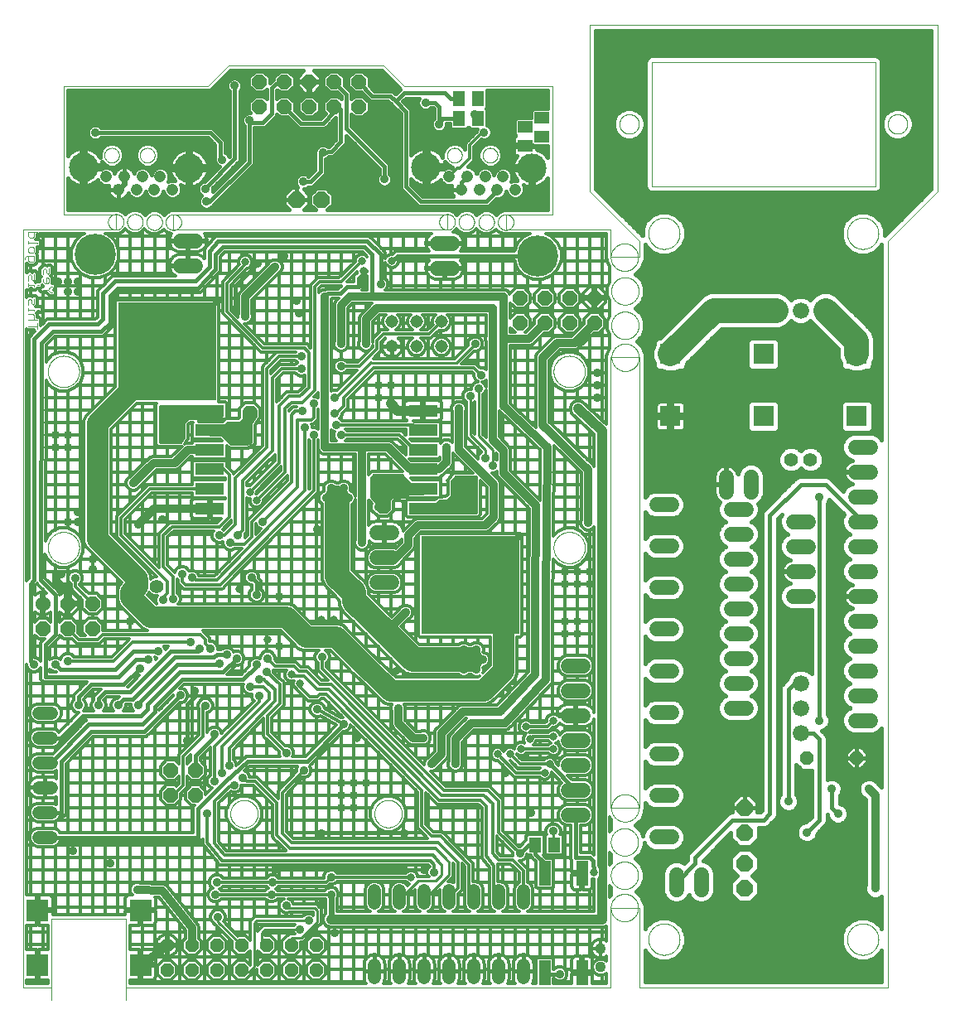
<source format=gbl>
G75*
%MOIN*%
%OFA0B0*%
%FSLAX25Y25*%
%IPPOS*%
%LPD*%
%AMOC8*
5,1,8,0,0,1.08239X$1,22.5*
%
%ADD10C,0.00000*%
%ADD11C,0.00300*%
%ADD12C,0.05600*%
%ADD13C,0.04362*%
%ADD14R,0.09000X0.09000*%
%ADD15R,0.39370X0.39370*%
%ADD16R,0.03969X0.03969*%
%ADD17R,0.11811X0.04921*%
%ADD18OC8,0.05600*%
%ADD19C,0.05200*%
%ADD20C,0.05150*%
%ADD21OC8,0.06000*%
%ADD22C,0.06000*%
%ADD23C,0.06000*%
%ADD24C,0.05937*%
%ADD25R,0.05118X0.06299*%
%ADD26R,0.05000X0.10000*%
%ADD27R,0.08268X0.08268*%
%ADD28C,0.06600*%
%ADD29OC8,0.05200*%
%ADD30OC8,0.06600*%
%ADD31C,0.04756*%
%ADD32C,0.11811*%
%ADD33R,0.05118X0.05906*%
%ADD34R,0.05906X0.05118*%
%ADD35C,0.03562*%
%ADD36C,0.03200*%
%ADD37C,0.01200*%
%ADD38C,0.01600*%
%ADD39C,0.01000*%
%ADD40C,0.03169*%
%ADD41C,0.04000*%
%ADD42C,0.10000*%
%ADD43C,0.02400*%
%ADD44C,0.16598*%
%ADD45C,0.08600*%
D10*
X0040000Y0009500D02*
X0051500Y0009500D01*
X0051600Y0004700D02*
X0051600Y0037200D01*
X0081600Y0037200D01*
X0081600Y0004700D01*
X0081500Y0009500D02*
X0276300Y0009500D01*
X0276300Y0041700D01*
X0288000Y0041700D01*
X0288000Y0009500D01*
X0388000Y0009500D01*
X0388000Y0310000D01*
X0408000Y0330000D01*
X0408000Y0397000D01*
X0268000Y0397000D01*
X0268000Y0330000D01*
X0288000Y0310000D01*
X0288000Y0303400D01*
X0276300Y0303400D01*
X0276300Y0314500D01*
X0234350Y0314500D01*
X0234300Y0320600D01*
X0253000Y0320600D01*
X0253000Y0372200D01*
X0193315Y0372197D01*
X0185047Y0380465D01*
X0122843Y0380465D01*
X0114575Y0372197D01*
X0056300Y0372197D01*
X0056300Y0320600D01*
X0077500Y0320600D01*
X0077500Y0314500D01*
X0040000Y0314500D01*
X0040000Y0009500D01*
X0123488Y0079500D02*
X0123490Y0079648D01*
X0123496Y0079796D01*
X0123506Y0079944D01*
X0123520Y0080091D01*
X0123538Y0080238D01*
X0123559Y0080384D01*
X0123585Y0080530D01*
X0123615Y0080675D01*
X0123648Y0080819D01*
X0123686Y0080962D01*
X0123727Y0081104D01*
X0123772Y0081245D01*
X0123820Y0081385D01*
X0123873Y0081524D01*
X0123929Y0081661D01*
X0123989Y0081796D01*
X0124052Y0081930D01*
X0124119Y0082062D01*
X0124190Y0082192D01*
X0124264Y0082320D01*
X0124341Y0082446D01*
X0124422Y0082570D01*
X0124506Y0082692D01*
X0124593Y0082811D01*
X0124684Y0082928D01*
X0124778Y0083043D01*
X0124874Y0083155D01*
X0124974Y0083265D01*
X0125076Y0083371D01*
X0125182Y0083475D01*
X0125290Y0083576D01*
X0125401Y0083674D01*
X0125514Y0083770D01*
X0125630Y0083862D01*
X0125748Y0083951D01*
X0125869Y0084036D01*
X0125992Y0084119D01*
X0126117Y0084198D01*
X0126244Y0084274D01*
X0126373Y0084346D01*
X0126504Y0084415D01*
X0126637Y0084480D01*
X0126772Y0084541D01*
X0126908Y0084599D01*
X0127045Y0084654D01*
X0127184Y0084704D01*
X0127325Y0084751D01*
X0127466Y0084794D01*
X0127609Y0084834D01*
X0127753Y0084869D01*
X0127897Y0084901D01*
X0128043Y0084928D01*
X0128189Y0084952D01*
X0128336Y0084972D01*
X0128483Y0084988D01*
X0128630Y0085000D01*
X0128778Y0085008D01*
X0128926Y0085012D01*
X0129074Y0085012D01*
X0129222Y0085008D01*
X0129370Y0085000D01*
X0129517Y0084988D01*
X0129664Y0084972D01*
X0129811Y0084952D01*
X0129957Y0084928D01*
X0130103Y0084901D01*
X0130247Y0084869D01*
X0130391Y0084834D01*
X0130534Y0084794D01*
X0130675Y0084751D01*
X0130816Y0084704D01*
X0130955Y0084654D01*
X0131092Y0084599D01*
X0131228Y0084541D01*
X0131363Y0084480D01*
X0131496Y0084415D01*
X0131627Y0084346D01*
X0131756Y0084274D01*
X0131883Y0084198D01*
X0132008Y0084119D01*
X0132131Y0084036D01*
X0132252Y0083951D01*
X0132370Y0083862D01*
X0132486Y0083770D01*
X0132599Y0083674D01*
X0132710Y0083576D01*
X0132818Y0083475D01*
X0132924Y0083371D01*
X0133026Y0083265D01*
X0133126Y0083155D01*
X0133222Y0083043D01*
X0133316Y0082928D01*
X0133407Y0082811D01*
X0133494Y0082692D01*
X0133578Y0082570D01*
X0133659Y0082446D01*
X0133736Y0082320D01*
X0133810Y0082192D01*
X0133881Y0082062D01*
X0133948Y0081930D01*
X0134011Y0081796D01*
X0134071Y0081661D01*
X0134127Y0081524D01*
X0134180Y0081385D01*
X0134228Y0081245D01*
X0134273Y0081104D01*
X0134314Y0080962D01*
X0134352Y0080819D01*
X0134385Y0080675D01*
X0134415Y0080530D01*
X0134441Y0080384D01*
X0134462Y0080238D01*
X0134480Y0080091D01*
X0134494Y0079944D01*
X0134504Y0079796D01*
X0134510Y0079648D01*
X0134512Y0079500D01*
X0134510Y0079352D01*
X0134504Y0079204D01*
X0134494Y0079056D01*
X0134480Y0078909D01*
X0134462Y0078762D01*
X0134441Y0078616D01*
X0134415Y0078470D01*
X0134385Y0078325D01*
X0134352Y0078181D01*
X0134314Y0078038D01*
X0134273Y0077896D01*
X0134228Y0077755D01*
X0134180Y0077615D01*
X0134127Y0077476D01*
X0134071Y0077339D01*
X0134011Y0077204D01*
X0133948Y0077070D01*
X0133881Y0076938D01*
X0133810Y0076808D01*
X0133736Y0076680D01*
X0133659Y0076554D01*
X0133578Y0076430D01*
X0133494Y0076308D01*
X0133407Y0076189D01*
X0133316Y0076072D01*
X0133222Y0075957D01*
X0133126Y0075845D01*
X0133026Y0075735D01*
X0132924Y0075629D01*
X0132818Y0075525D01*
X0132710Y0075424D01*
X0132599Y0075326D01*
X0132486Y0075230D01*
X0132370Y0075138D01*
X0132252Y0075049D01*
X0132131Y0074964D01*
X0132008Y0074881D01*
X0131883Y0074802D01*
X0131756Y0074726D01*
X0131627Y0074654D01*
X0131496Y0074585D01*
X0131363Y0074520D01*
X0131228Y0074459D01*
X0131092Y0074401D01*
X0130955Y0074346D01*
X0130816Y0074296D01*
X0130675Y0074249D01*
X0130534Y0074206D01*
X0130391Y0074166D01*
X0130247Y0074131D01*
X0130103Y0074099D01*
X0129957Y0074072D01*
X0129811Y0074048D01*
X0129664Y0074028D01*
X0129517Y0074012D01*
X0129370Y0074000D01*
X0129222Y0073992D01*
X0129074Y0073988D01*
X0128926Y0073988D01*
X0128778Y0073992D01*
X0128630Y0074000D01*
X0128483Y0074012D01*
X0128336Y0074028D01*
X0128189Y0074048D01*
X0128043Y0074072D01*
X0127897Y0074099D01*
X0127753Y0074131D01*
X0127609Y0074166D01*
X0127466Y0074206D01*
X0127325Y0074249D01*
X0127184Y0074296D01*
X0127045Y0074346D01*
X0126908Y0074401D01*
X0126772Y0074459D01*
X0126637Y0074520D01*
X0126504Y0074585D01*
X0126373Y0074654D01*
X0126244Y0074726D01*
X0126117Y0074802D01*
X0125992Y0074881D01*
X0125869Y0074964D01*
X0125748Y0075049D01*
X0125630Y0075138D01*
X0125514Y0075230D01*
X0125401Y0075326D01*
X0125290Y0075424D01*
X0125182Y0075525D01*
X0125076Y0075629D01*
X0124974Y0075735D01*
X0124874Y0075845D01*
X0124778Y0075957D01*
X0124684Y0076072D01*
X0124593Y0076189D01*
X0124506Y0076308D01*
X0124422Y0076430D01*
X0124341Y0076554D01*
X0124264Y0076680D01*
X0124190Y0076808D01*
X0124119Y0076938D01*
X0124052Y0077070D01*
X0123989Y0077204D01*
X0123929Y0077339D01*
X0123873Y0077476D01*
X0123820Y0077615D01*
X0123772Y0077755D01*
X0123727Y0077896D01*
X0123686Y0078038D01*
X0123648Y0078181D01*
X0123615Y0078325D01*
X0123585Y0078470D01*
X0123559Y0078616D01*
X0123538Y0078762D01*
X0123520Y0078909D01*
X0123506Y0079056D01*
X0123496Y0079204D01*
X0123490Y0079352D01*
X0123488Y0079500D01*
X0181488Y0079500D02*
X0181490Y0079648D01*
X0181496Y0079796D01*
X0181506Y0079944D01*
X0181520Y0080091D01*
X0181538Y0080238D01*
X0181559Y0080384D01*
X0181585Y0080530D01*
X0181615Y0080675D01*
X0181648Y0080819D01*
X0181686Y0080962D01*
X0181727Y0081104D01*
X0181772Y0081245D01*
X0181820Y0081385D01*
X0181873Y0081524D01*
X0181929Y0081661D01*
X0181989Y0081796D01*
X0182052Y0081930D01*
X0182119Y0082062D01*
X0182190Y0082192D01*
X0182264Y0082320D01*
X0182341Y0082446D01*
X0182422Y0082570D01*
X0182506Y0082692D01*
X0182593Y0082811D01*
X0182684Y0082928D01*
X0182778Y0083043D01*
X0182874Y0083155D01*
X0182974Y0083265D01*
X0183076Y0083371D01*
X0183182Y0083475D01*
X0183290Y0083576D01*
X0183401Y0083674D01*
X0183514Y0083770D01*
X0183630Y0083862D01*
X0183748Y0083951D01*
X0183869Y0084036D01*
X0183992Y0084119D01*
X0184117Y0084198D01*
X0184244Y0084274D01*
X0184373Y0084346D01*
X0184504Y0084415D01*
X0184637Y0084480D01*
X0184772Y0084541D01*
X0184908Y0084599D01*
X0185045Y0084654D01*
X0185184Y0084704D01*
X0185325Y0084751D01*
X0185466Y0084794D01*
X0185609Y0084834D01*
X0185753Y0084869D01*
X0185897Y0084901D01*
X0186043Y0084928D01*
X0186189Y0084952D01*
X0186336Y0084972D01*
X0186483Y0084988D01*
X0186630Y0085000D01*
X0186778Y0085008D01*
X0186926Y0085012D01*
X0187074Y0085012D01*
X0187222Y0085008D01*
X0187370Y0085000D01*
X0187517Y0084988D01*
X0187664Y0084972D01*
X0187811Y0084952D01*
X0187957Y0084928D01*
X0188103Y0084901D01*
X0188247Y0084869D01*
X0188391Y0084834D01*
X0188534Y0084794D01*
X0188675Y0084751D01*
X0188816Y0084704D01*
X0188955Y0084654D01*
X0189092Y0084599D01*
X0189228Y0084541D01*
X0189363Y0084480D01*
X0189496Y0084415D01*
X0189627Y0084346D01*
X0189756Y0084274D01*
X0189883Y0084198D01*
X0190008Y0084119D01*
X0190131Y0084036D01*
X0190252Y0083951D01*
X0190370Y0083862D01*
X0190486Y0083770D01*
X0190599Y0083674D01*
X0190710Y0083576D01*
X0190818Y0083475D01*
X0190924Y0083371D01*
X0191026Y0083265D01*
X0191126Y0083155D01*
X0191222Y0083043D01*
X0191316Y0082928D01*
X0191407Y0082811D01*
X0191494Y0082692D01*
X0191578Y0082570D01*
X0191659Y0082446D01*
X0191736Y0082320D01*
X0191810Y0082192D01*
X0191881Y0082062D01*
X0191948Y0081930D01*
X0192011Y0081796D01*
X0192071Y0081661D01*
X0192127Y0081524D01*
X0192180Y0081385D01*
X0192228Y0081245D01*
X0192273Y0081104D01*
X0192314Y0080962D01*
X0192352Y0080819D01*
X0192385Y0080675D01*
X0192415Y0080530D01*
X0192441Y0080384D01*
X0192462Y0080238D01*
X0192480Y0080091D01*
X0192494Y0079944D01*
X0192504Y0079796D01*
X0192510Y0079648D01*
X0192512Y0079500D01*
X0192510Y0079352D01*
X0192504Y0079204D01*
X0192494Y0079056D01*
X0192480Y0078909D01*
X0192462Y0078762D01*
X0192441Y0078616D01*
X0192415Y0078470D01*
X0192385Y0078325D01*
X0192352Y0078181D01*
X0192314Y0078038D01*
X0192273Y0077896D01*
X0192228Y0077755D01*
X0192180Y0077615D01*
X0192127Y0077476D01*
X0192071Y0077339D01*
X0192011Y0077204D01*
X0191948Y0077070D01*
X0191881Y0076938D01*
X0191810Y0076808D01*
X0191736Y0076680D01*
X0191659Y0076554D01*
X0191578Y0076430D01*
X0191494Y0076308D01*
X0191407Y0076189D01*
X0191316Y0076072D01*
X0191222Y0075957D01*
X0191126Y0075845D01*
X0191026Y0075735D01*
X0190924Y0075629D01*
X0190818Y0075525D01*
X0190710Y0075424D01*
X0190599Y0075326D01*
X0190486Y0075230D01*
X0190370Y0075138D01*
X0190252Y0075049D01*
X0190131Y0074964D01*
X0190008Y0074881D01*
X0189883Y0074802D01*
X0189756Y0074726D01*
X0189627Y0074654D01*
X0189496Y0074585D01*
X0189363Y0074520D01*
X0189228Y0074459D01*
X0189092Y0074401D01*
X0188955Y0074346D01*
X0188816Y0074296D01*
X0188675Y0074249D01*
X0188534Y0074206D01*
X0188391Y0074166D01*
X0188247Y0074131D01*
X0188103Y0074099D01*
X0187957Y0074072D01*
X0187811Y0074048D01*
X0187664Y0074028D01*
X0187517Y0074012D01*
X0187370Y0074000D01*
X0187222Y0073992D01*
X0187074Y0073988D01*
X0186926Y0073988D01*
X0186778Y0073992D01*
X0186630Y0074000D01*
X0186483Y0074012D01*
X0186336Y0074028D01*
X0186189Y0074048D01*
X0186043Y0074072D01*
X0185897Y0074099D01*
X0185753Y0074131D01*
X0185609Y0074166D01*
X0185466Y0074206D01*
X0185325Y0074249D01*
X0185184Y0074296D01*
X0185045Y0074346D01*
X0184908Y0074401D01*
X0184772Y0074459D01*
X0184637Y0074520D01*
X0184504Y0074585D01*
X0184373Y0074654D01*
X0184244Y0074726D01*
X0184117Y0074802D01*
X0183992Y0074881D01*
X0183869Y0074964D01*
X0183748Y0075049D01*
X0183630Y0075138D01*
X0183514Y0075230D01*
X0183401Y0075326D01*
X0183290Y0075424D01*
X0183182Y0075525D01*
X0183076Y0075629D01*
X0182974Y0075735D01*
X0182874Y0075845D01*
X0182778Y0075957D01*
X0182684Y0076072D01*
X0182593Y0076189D01*
X0182506Y0076308D01*
X0182422Y0076430D01*
X0182341Y0076554D01*
X0182264Y0076680D01*
X0182190Y0076808D01*
X0182119Y0076938D01*
X0182052Y0077070D01*
X0181989Y0077204D01*
X0181929Y0077339D01*
X0181873Y0077476D01*
X0181820Y0077615D01*
X0181772Y0077755D01*
X0181727Y0077896D01*
X0181686Y0078038D01*
X0181648Y0078181D01*
X0181615Y0078325D01*
X0181585Y0078470D01*
X0181559Y0078616D01*
X0181538Y0078762D01*
X0181520Y0078909D01*
X0181506Y0079056D01*
X0181496Y0079204D01*
X0181490Y0079352D01*
X0181488Y0079500D01*
X0276300Y0081800D02*
X0288000Y0081800D01*
X0288000Y0263100D01*
X0276300Y0263100D01*
X0276300Y0081800D01*
X0276788Y0081800D02*
X0276790Y0081948D01*
X0276796Y0082096D01*
X0276806Y0082244D01*
X0276820Y0082391D01*
X0276838Y0082538D01*
X0276859Y0082684D01*
X0276885Y0082830D01*
X0276915Y0082975D01*
X0276948Y0083119D01*
X0276986Y0083262D01*
X0277027Y0083404D01*
X0277072Y0083545D01*
X0277120Y0083685D01*
X0277173Y0083824D01*
X0277229Y0083961D01*
X0277289Y0084096D01*
X0277352Y0084230D01*
X0277419Y0084362D01*
X0277490Y0084492D01*
X0277564Y0084620D01*
X0277641Y0084746D01*
X0277722Y0084870D01*
X0277806Y0084992D01*
X0277893Y0085111D01*
X0277984Y0085228D01*
X0278078Y0085343D01*
X0278174Y0085455D01*
X0278274Y0085565D01*
X0278376Y0085671D01*
X0278482Y0085775D01*
X0278590Y0085876D01*
X0278701Y0085974D01*
X0278814Y0086070D01*
X0278930Y0086162D01*
X0279048Y0086251D01*
X0279169Y0086336D01*
X0279292Y0086419D01*
X0279417Y0086498D01*
X0279544Y0086574D01*
X0279673Y0086646D01*
X0279804Y0086715D01*
X0279937Y0086780D01*
X0280072Y0086841D01*
X0280208Y0086899D01*
X0280345Y0086954D01*
X0280484Y0087004D01*
X0280625Y0087051D01*
X0280766Y0087094D01*
X0280909Y0087134D01*
X0281053Y0087169D01*
X0281197Y0087201D01*
X0281343Y0087228D01*
X0281489Y0087252D01*
X0281636Y0087272D01*
X0281783Y0087288D01*
X0281930Y0087300D01*
X0282078Y0087308D01*
X0282226Y0087312D01*
X0282374Y0087312D01*
X0282522Y0087308D01*
X0282670Y0087300D01*
X0282817Y0087288D01*
X0282964Y0087272D01*
X0283111Y0087252D01*
X0283257Y0087228D01*
X0283403Y0087201D01*
X0283547Y0087169D01*
X0283691Y0087134D01*
X0283834Y0087094D01*
X0283975Y0087051D01*
X0284116Y0087004D01*
X0284255Y0086954D01*
X0284392Y0086899D01*
X0284528Y0086841D01*
X0284663Y0086780D01*
X0284796Y0086715D01*
X0284927Y0086646D01*
X0285056Y0086574D01*
X0285183Y0086498D01*
X0285308Y0086419D01*
X0285431Y0086336D01*
X0285552Y0086251D01*
X0285670Y0086162D01*
X0285786Y0086070D01*
X0285899Y0085974D01*
X0286010Y0085876D01*
X0286118Y0085775D01*
X0286224Y0085671D01*
X0286326Y0085565D01*
X0286426Y0085455D01*
X0286522Y0085343D01*
X0286616Y0085228D01*
X0286707Y0085111D01*
X0286794Y0084992D01*
X0286878Y0084870D01*
X0286959Y0084746D01*
X0287036Y0084620D01*
X0287110Y0084492D01*
X0287181Y0084362D01*
X0287248Y0084230D01*
X0287311Y0084096D01*
X0287371Y0083961D01*
X0287427Y0083824D01*
X0287480Y0083685D01*
X0287528Y0083545D01*
X0287573Y0083404D01*
X0287614Y0083262D01*
X0287652Y0083119D01*
X0287685Y0082975D01*
X0287715Y0082830D01*
X0287741Y0082684D01*
X0287762Y0082538D01*
X0287780Y0082391D01*
X0287794Y0082244D01*
X0287804Y0082096D01*
X0287810Y0081948D01*
X0287812Y0081800D01*
X0287810Y0081652D01*
X0287804Y0081504D01*
X0287794Y0081356D01*
X0287780Y0081209D01*
X0287762Y0081062D01*
X0287741Y0080916D01*
X0287715Y0080770D01*
X0287685Y0080625D01*
X0287652Y0080481D01*
X0287614Y0080338D01*
X0287573Y0080196D01*
X0287528Y0080055D01*
X0287480Y0079915D01*
X0287427Y0079776D01*
X0287371Y0079639D01*
X0287311Y0079504D01*
X0287248Y0079370D01*
X0287181Y0079238D01*
X0287110Y0079108D01*
X0287036Y0078980D01*
X0286959Y0078854D01*
X0286878Y0078730D01*
X0286794Y0078608D01*
X0286707Y0078489D01*
X0286616Y0078372D01*
X0286522Y0078257D01*
X0286426Y0078145D01*
X0286326Y0078035D01*
X0286224Y0077929D01*
X0286118Y0077825D01*
X0286010Y0077724D01*
X0285899Y0077626D01*
X0285786Y0077530D01*
X0285670Y0077438D01*
X0285552Y0077349D01*
X0285431Y0077264D01*
X0285308Y0077181D01*
X0285183Y0077102D01*
X0285056Y0077026D01*
X0284927Y0076954D01*
X0284796Y0076885D01*
X0284663Y0076820D01*
X0284528Y0076759D01*
X0284392Y0076701D01*
X0284255Y0076646D01*
X0284116Y0076596D01*
X0283975Y0076549D01*
X0283834Y0076506D01*
X0283691Y0076466D01*
X0283547Y0076431D01*
X0283403Y0076399D01*
X0283257Y0076372D01*
X0283111Y0076348D01*
X0282964Y0076328D01*
X0282817Y0076312D01*
X0282670Y0076300D01*
X0282522Y0076292D01*
X0282374Y0076288D01*
X0282226Y0076288D01*
X0282078Y0076292D01*
X0281930Y0076300D01*
X0281783Y0076312D01*
X0281636Y0076328D01*
X0281489Y0076348D01*
X0281343Y0076372D01*
X0281197Y0076399D01*
X0281053Y0076431D01*
X0280909Y0076466D01*
X0280766Y0076506D01*
X0280625Y0076549D01*
X0280484Y0076596D01*
X0280345Y0076646D01*
X0280208Y0076701D01*
X0280072Y0076759D01*
X0279937Y0076820D01*
X0279804Y0076885D01*
X0279673Y0076954D01*
X0279544Y0077026D01*
X0279417Y0077102D01*
X0279292Y0077181D01*
X0279169Y0077264D01*
X0279048Y0077349D01*
X0278930Y0077438D01*
X0278814Y0077530D01*
X0278701Y0077626D01*
X0278590Y0077724D01*
X0278482Y0077825D01*
X0278376Y0077929D01*
X0278274Y0078035D01*
X0278174Y0078145D01*
X0278078Y0078257D01*
X0277984Y0078372D01*
X0277893Y0078489D01*
X0277806Y0078608D01*
X0277722Y0078730D01*
X0277641Y0078854D01*
X0277564Y0078980D01*
X0277490Y0079108D01*
X0277419Y0079238D01*
X0277352Y0079370D01*
X0277289Y0079504D01*
X0277229Y0079639D01*
X0277173Y0079776D01*
X0277120Y0079915D01*
X0277072Y0080055D01*
X0277027Y0080196D01*
X0276986Y0080338D01*
X0276948Y0080481D01*
X0276915Y0080625D01*
X0276885Y0080770D01*
X0276859Y0080916D01*
X0276838Y0081062D01*
X0276820Y0081209D01*
X0276806Y0081356D01*
X0276796Y0081504D01*
X0276790Y0081652D01*
X0276788Y0081800D01*
X0276588Y0068100D02*
X0276590Y0068248D01*
X0276596Y0068396D01*
X0276606Y0068544D01*
X0276620Y0068691D01*
X0276638Y0068838D01*
X0276659Y0068984D01*
X0276685Y0069130D01*
X0276715Y0069275D01*
X0276748Y0069419D01*
X0276786Y0069562D01*
X0276827Y0069704D01*
X0276872Y0069845D01*
X0276920Y0069985D01*
X0276973Y0070124D01*
X0277029Y0070261D01*
X0277089Y0070396D01*
X0277152Y0070530D01*
X0277219Y0070662D01*
X0277290Y0070792D01*
X0277364Y0070920D01*
X0277441Y0071046D01*
X0277522Y0071170D01*
X0277606Y0071292D01*
X0277693Y0071411D01*
X0277784Y0071528D01*
X0277878Y0071643D01*
X0277974Y0071755D01*
X0278074Y0071865D01*
X0278176Y0071971D01*
X0278282Y0072075D01*
X0278390Y0072176D01*
X0278501Y0072274D01*
X0278614Y0072370D01*
X0278730Y0072462D01*
X0278848Y0072551D01*
X0278969Y0072636D01*
X0279092Y0072719D01*
X0279217Y0072798D01*
X0279344Y0072874D01*
X0279473Y0072946D01*
X0279604Y0073015D01*
X0279737Y0073080D01*
X0279872Y0073141D01*
X0280008Y0073199D01*
X0280145Y0073254D01*
X0280284Y0073304D01*
X0280425Y0073351D01*
X0280566Y0073394D01*
X0280709Y0073434D01*
X0280853Y0073469D01*
X0280997Y0073501D01*
X0281143Y0073528D01*
X0281289Y0073552D01*
X0281436Y0073572D01*
X0281583Y0073588D01*
X0281730Y0073600D01*
X0281878Y0073608D01*
X0282026Y0073612D01*
X0282174Y0073612D01*
X0282322Y0073608D01*
X0282470Y0073600D01*
X0282617Y0073588D01*
X0282764Y0073572D01*
X0282911Y0073552D01*
X0283057Y0073528D01*
X0283203Y0073501D01*
X0283347Y0073469D01*
X0283491Y0073434D01*
X0283634Y0073394D01*
X0283775Y0073351D01*
X0283916Y0073304D01*
X0284055Y0073254D01*
X0284192Y0073199D01*
X0284328Y0073141D01*
X0284463Y0073080D01*
X0284596Y0073015D01*
X0284727Y0072946D01*
X0284856Y0072874D01*
X0284983Y0072798D01*
X0285108Y0072719D01*
X0285231Y0072636D01*
X0285352Y0072551D01*
X0285470Y0072462D01*
X0285586Y0072370D01*
X0285699Y0072274D01*
X0285810Y0072176D01*
X0285918Y0072075D01*
X0286024Y0071971D01*
X0286126Y0071865D01*
X0286226Y0071755D01*
X0286322Y0071643D01*
X0286416Y0071528D01*
X0286507Y0071411D01*
X0286594Y0071292D01*
X0286678Y0071170D01*
X0286759Y0071046D01*
X0286836Y0070920D01*
X0286910Y0070792D01*
X0286981Y0070662D01*
X0287048Y0070530D01*
X0287111Y0070396D01*
X0287171Y0070261D01*
X0287227Y0070124D01*
X0287280Y0069985D01*
X0287328Y0069845D01*
X0287373Y0069704D01*
X0287414Y0069562D01*
X0287452Y0069419D01*
X0287485Y0069275D01*
X0287515Y0069130D01*
X0287541Y0068984D01*
X0287562Y0068838D01*
X0287580Y0068691D01*
X0287594Y0068544D01*
X0287604Y0068396D01*
X0287610Y0068248D01*
X0287612Y0068100D01*
X0287610Y0067952D01*
X0287604Y0067804D01*
X0287594Y0067656D01*
X0287580Y0067509D01*
X0287562Y0067362D01*
X0287541Y0067216D01*
X0287515Y0067070D01*
X0287485Y0066925D01*
X0287452Y0066781D01*
X0287414Y0066638D01*
X0287373Y0066496D01*
X0287328Y0066355D01*
X0287280Y0066215D01*
X0287227Y0066076D01*
X0287171Y0065939D01*
X0287111Y0065804D01*
X0287048Y0065670D01*
X0286981Y0065538D01*
X0286910Y0065408D01*
X0286836Y0065280D01*
X0286759Y0065154D01*
X0286678Y0065030D01*
X0286594Y0064908D01*
X0286507Y0064789D01*
X0286416Y0064672D01*
X0286322Y0064557D01*
X0286226Y0064445D01*
X0286126Y0064335D01*
X0286024Y0064229D01*
X0285918Y0064125D01*
X0285810Y0064024D01*
X0285699Y0063926D01*
X0285586Y0063830D01*
X0285470Y0063738D01*
X0285352Y0063649D01*
X0285231Y0063564D01*
X0285108Y0063481D01*
X0284983Y0063402D01*
X0284856Y0063326D01*
X0284727Y0063254D01*
X0284596Y0063185D01*
X0284463Y0063120D01*
X0284328Y0063059D01*
X0284192Y0063001D01*
X0284055Y0062946D01*
X0283916Y0062896D01*
X0283775Y0062849D01*
X0283634Y0062806D01*
X0283491Y0062766D01*
X0283347Y0062731D01*
X0283203Y0062699D01*
X0283057Y0062672D01*
X0282911Y0062648D01*
X0282764Y0062628D01*
X0282617Y0062612D01*
X0282470Y0062600D01*
X0282322Y0062592D01*
X0282174Y0062588D01*
X0282026Y0062588D01*
X0281878Y0062592D01*
X0281730Y0062600D01*
X0281583Y0062612D01*
X0281436Y0062628D01*
X0281289Y0062648D01*
X0281143Y0062672D01*
X0280997Y0062699D01*
X0280853Y0062731D01*
X0280709Y0062766D01*
X0280566Y0062806D01*
X0280425Y0062849D01*
X0280284Y0062896D01*
X0280145Y0062946D01*
X0280008Y0063001D01*
X0279872Y0063059D01*
X0279737Y0063120D01*
X0279604Y0063185D01*
X0279473Y0063254D01*
X0279344Y0063326D01*
X0279217Y0063402D01*
X0279092Y0063481D01*
X0278969Y0063564D01*
X0278848Y0063649D01*
X0278730Y0063738D01*
X0278614Y0063830D01*
X0278501Y0063926D01*
X0278390Y0064024D01*
X0278282Y0064125D01*
X0278176Y0064229D01*
X0278074Y0064335D01*
X0277974Y0064445D01*
X0277878Y0064557D01*
X0277784Y0064672D01*
X0277693Y0064789D01*
X0277606Y0064908D01*
X0277522Y0065030D01*
X0277441Y0065154D01*
X0277364Y0065280D01*
X0277290Y0065408D01*
X0277219Y0065538D01*
X0277152Y0065670D01*
X0277089Y0065804D01*
X0277029Y0065939D01*
X0276973Y0066076D01*
X0276920Y0066215D01*
X0276872Y0066355D01*
X0276827Y0066496D01*
X0276786Y0066638D01*
X0276748Y0066781D01*
X0276715Y0066925D01*
X0276685Y0067070D01*
X0276659Y0067216D01*
X0276638Y0067362D01*
X0276620Y0067509D01*
X0276606Y0067656D01*
X0276596Y0067804D01*
X0276590Y0067952D01*
X0276588Y0068100D01*
X0276588Y0054700D02*
X0276590Y0054848D01*
X0276596Y0054996D01*
X0276606Y0055144D01*
X0276620Y0055291D01*
X0276638Y0055438D01*
X0276659Y0055584D01*
X0276685Y0055730D01*
X0276715Y0055875D01*
X0276748Y0056019D01*
X0276786Y0056162D01*
X0276827Y0056304D01*
X0276872Y0056445D01*
X0276920Y0056585D01*
X0276973Y0056724D01*
X0277029Y0056861D01*
X0277089Y0056996D01*
X0277152Y0057130D01*
X0277219Y0057262D01*
X0277290Y0057392D01*
X0277364Y0057520D01*
X0277441Y0057646D01*
X0277522Y0057770D01*
X0277606Y0057892D01*
X0277693Y0058011D01*
X0277784Y0058128D01*
X0277878Y0058243D01*
X0277974Y0058355D01*
X0278074Y0058465D01*
X0278176Y0058571D01*
X0278282Y0058675D01*
X0278390Y0058776D01*
X0278501Y0058874D01*
X0278614Y0058970D01*
X0278730Y0059062D01*
X0278848Y0059151D01*
X0278969Y0059236D01*
X0279092Y0059319D01*
X0279217Y0059398D01*
X0279344Y0059474D01*
X0279473Y0059546D01*
X0279604Y0059615D01*
X0279737Y0059680D01*
X0279872Y0059741D01*
X0280008Y0059799D01*
X0280145Y0059854D01*
X0280284Y0059904D01*
X0280425Y0059951D01*
X0280566Y0059994D01*
X0280709Y0060034D01*
X0280853Y0060069D01*
X0280997Y0060101D01*
X0281143Y0060128D01*
X0281289Y0060152D01*
X0281436Y0060172D01*
X0281583Y0060188D01*
X0281730Y0060200D01*
X0281878Y0060208D01*
X0282026Y0060212D01*
X0282174Y0060212D01*
X0282322Y0060208D01*
X0282470Y0060200D01*
X0282617Y0060188D01*
X0282764Y0060172D01*
X0282911Y0060152D01*
X0283057Y0060128D01*
X0283203Y0060101D01*
X0283347Y0060069D01*
X0283491Y0060034D01*
X0283634Y0059994D01*
X0283775Y0059951D01*
X0283916Y0059904D01*
X0284055Y0059854D01*
X0284192Y0059799D01*
X0284328Y0059741D01*
X0284463Y0059680D01*
X0284596Y0059615D01*
X0284727Y0059546D01*
X0284856Y0059474D01*
X0284983Y0059398D01*
X0285108Y0059319D01*
X0285231Y0059236D01*
X0285352Y0059151D01*
X0285470Y0059062D01*
X0285586Y0058970D01*
X0285699Y0058874D01*
X0285810Y0058776D01*
X0285918Y0058675D01*
X0286024Y0058571D01*
X0286126Y0058465D01*
X0286226Y0058355D01*
X0286322Y0058243D01*
X0286416Y0058128D01*
X0286507Y0058011D01*
X0286594Y0057892D01*
X0286678Y0057770D01*
X0286759Y0057646D01*
X0286836Y0057520D01*
X0286910Y0057392D01*
X0286981Y0057262D01*
X0287048Y0057130D01*
X0287111Y0056996D01*
X0287171Y0056861D01*
X0287227Y0056724D01*
X0287280Y0056585D01*
X0287328Y0056445D01*
X0287373Y0056304D01*
X0287414Y0056162D01*
X0287452Y0056019D01*
X0287485Y0055875D01*
X0287515Y0055730D01*
X0287541Y0055584D01*
X0287562Y0055438D01*
X0287580Y0055291D01*
X0287594Y0055144D01*
X0287604Y0054996D01*
X0287610Y0054848D01*
X0287612Y0054700D01*
X0287610Y0054552D01*
X0287604Y0054404D01*
X0287594Y0054256D01*
X0287580Y0054109D01*
X0287562Y0053962D01*
X0287541Y0053816D01*
X0287515Y0053670D01*
X0287485Y0053525D01*
X0287452Y0053381D01*
X0287414Y0053238D01*
X0287373Y0053096D01*
X0287328Y0052955D01*
X0287280Y0052815D01*
X0287227Y0052676D01*
X0287171Y0052539D01*
X0287111Y0052404D01*
X0287048Y0052270D01*
X0286981Y0052138D01*
X0286910Y0052008D01*
X0286836Y0051880D01*
X0286759Y0051754D01*
X0286678Y0051630D01*
X0286594Y0051508D01*
X0286507Y0051389D01*
X0286416Y0051272D01*
X0286322Y0051157D01*
X0286226Y0051045D01*
X0286126Y0050935D01*
X0286024Y0050829D01*
X0285918Y0050725D01*
X0285810Y0050624D01*
X0285699Y0050526D01*
X0285586Y0050430D01*
X0285470Y0050338D01*
X0285352Y0050249D01*
X0285231Y0050164D01*
X0285108Y0050081D01*
X0284983Y0050002D01*
X0284856Y0049926D01*
X0284727Y0049854D01*
X0284596Y0049785D01*
X0284463Y0049720D01*
X0284328Y0049659D01*
X0284192Y0049601D01*
X0284055Y0049546D01*
X0283916Y0049496D01*
X0283775Y0049449D01*
X0283634Y0049406D01*
X0283491Y0049366D01*
X0283347Y0049331D01*
X0283203Y0049299D01*
X0283057Y0049272D01*
X0282911Y0049248D01*
X0282764Y0049228D01*
X0282617Y0049212D01*
X0282470Y0049200D01*
X0282322Y0049192D01*
X0282174Y0049188D01*
X0282026Y0049188D01*
X0281878Y0049192D01*
X0281730Y0049200D01*
X0281583Y0049212D01*
X0281436Y0049228D01*
X0281289Y0049248D01*
X0281143Y0049272D01*
X0280997Y0049299D01*
X0280853Y0049331D01*
X0280709Y0049366D01*
X0280566Y0049406D01*
X0280425Y0049449D01*
X0280284Y0049496D01*
X0280145Y0049546D01*
X0280008Y0049601D01*
X0279872Y0049659D01*
X0279737Y0049720D01*
X0279604Y0049785D01*
X0279473Y0049854D01*
X0279344Y0049926D01*
X0279217Y0050002D01*
X0279092Y0050081D01*
X0278969Y0050164D01*
X0278848Y0050249D01*
X0278730Y0050338D01*
X0278614Y0050430D01*
X0278501Y0050526D01*
X0278390Y0050624D01*
X0278282Y0050725D01*
X0278176Y0050829D01*
X0278074Y0050935D01*
X0277974Y0051045D01*
X0277878Y0051157D01*
X0277784Y0051272D01*
X0277693Y0051389D01*
X0277606Y0051508D01*
X0277522Y0051630D01*
X0277441Y0051754D01*
X0277364Y0051880D01*
X0277290Y0052008D01*
X0277219Y0052138D01*
X0277152Y0052270D01*
X0277089Y0052404D01*
X0277029Y0052539D01*
X0276973Y0052676D01*
X0276920Y0052815D01*
X0276872Y0052955D01*
X0276827Y0053096D01*
X0276786Y0053238D01*
X0276748Y0053381D01*
X0276715Y0053525D01*
X0276685Y0053670D01*
X0276659Y0053816D01*
X0276638Y0053962D01*
X0276620Y0054109D01*
X0276606Y0054256D01*
X0276596Y0054404D01*
X0276590Y0054552D01*
X0276588Y0054700D01*
X0276588Y0041700D02*
X0276590Y0041848D01*
X0276596Y0041996D01*
X0276606Y0042144D01*
X0276620Y0042291D01*
X0276638Y0042438D01*
X0276659Y0042584D01*
X0276685Y0042730D01*
X0276715Y0042875D01*
X0276748Y0043019D01*
X0276786Y0043162D01*
X0276827Y0043304D01*
X0276872Y0043445D01*
X0276920Y0043585D01*
X0276973Y0043724D01*
X0277029Y0043861D01*
X0277089Y0043996D01*
X0277152Y0044130D01*
X0277219Y0044262D01*
X0277290Y0044392D01*
X0277364Y0044520D01*
X0277441Y0044646D01*
X0277522Y0044770D01*
X0277606Y0044892D01*
X0277693Y0045011D01*
X0277784Y0045128D01*
X0277878Y0045243D01*
X0277974Y0045355D01*
X0278074Y0045465D01*
X0278176Y0045571D01*
X0278282Y0045675D01*
X0278390Y0045776D01*
X0278501Y0045874D01*
X0278614Y0045970D01*
X0278730Y0046062D01*
X0278848Y0046151D01*
X0278969Y0046236D01*
X0279092Y0046319D01*
X0279217Y0046398D01*
X0279344Y0046474D01*
X0279473Y0046546D01*
X0279604Y0046615D01*
X0279737Y0046680D01*
X0279872Y0046741D01*
X0280008Y0046799D01*
X0280145Y0046854D01*
X0280284Y0046904D01*
X0280425Y0046951D01*
X0280566Y0046994D01*
X0280709Y0047034D01*
X0280853Y0047069D01*
X0280997Y0047101D01*
X0281143Y0047128D01*
X0281289Y0047152D01*
X0281436Y0047172D01*
X0281583Y0047188D01*
X0281730Y0047200D01*
X0281878Y0047208D01*
X0282026Y0047212D01*
X0282174Y0047212D01*
X0282322Y0047208D01*
X0282470Y0047200D01*
X0282617Y0047188D01*
X0282764Y0047172D01*
X0282911Y0047152D01*
X0283057Y0047128D01*
X0283203Y0047101D01*
X0283347Y0047069D01*
X0283491Y0047034D01*
X0283634Y0046994D01*
X0283775Y0046951D01*
X0283916Y0046904D01*
X0284055Y0046854D01*
X0284192Y0046799D01*
X0284328Y0046741D01*
X0284463Y0046680D01*
X0284596Y0046615D01*
X0284727Y0046546D01*
X0284856Y0046474D01*
X0284983Y0046398D01*
X0285108Y0046319D01*
X0285231Y0046236D01*
X0285352Y0046151D01*
X0285470Y0046062D01*
X0285586Y0045970D01*
X0285699Y0045874D01*
X0285810Y0045776D01*
X0285918Y0045675D01*
X0286024Y0045571D01*
X0286126Y0045465D01*
X0286226Y0045355D01*
X0286322Y0045243D01*
X0286416Y0045128D01*
X0286507Y0045011D01*
X0286594Y0044892D01*
X0286678Y0044770D01*
X0286759Y0044646D01*
X0286836Y0044520D01*
X0286910Y0044392D01*
X0286981Y0044262D01*
X0287048Y0044130D01*
X0287111Y0043996D01*
X0287171Y0043861D01*
X0287227Y0043724D01*
X0287280Y0043585D01*
X0287328Y0043445D01*
X0287373Y0043304D01*
X0287414Y0043162D01*
X0287452Y0043019D01*
X0287485Y0042875D01*
X0287515Y0042730D01*
X0287541Y0042584D01*
X0287562Y0042438D01*
X0287580Y0042291D01*
X0287594Y0042144D01*
X0287604Y0041996D01*
X0287610Y0041848D01*
X0287612Y0041700D01*
X0287610Y0041552D01*
X0287604Y0041404D01*
X0287594Y0041256D01*
X0287580Y0041109D01*
X0287562Y0040962D01*
X0287541Y0040816D01*
X0287515Y0040670D01*
X0287485Y0040525D01*
X0287452Y0040381D01*
X0287414Y0040238D01*
X0287373Y0040096D01*
X0287328Y0039955D01*
X0287280Y0039815D01*
X0287227Y0039676D01*
X0287171Y0039539D01*
X0287111Y0039404D01*
X0287048Y0039270D01*
X0286981Y0039138D01*
X0286910Y0039008D01*
X0286836Y0038880D01*
X0286759Y0038754D01*
X0286678Y0038630D01*
X0286594Y0038508D01*
X0286507Y0038389D01*
X0286416Y0038272D01*
X0286322Y0038157D01*
X0286226Y0038045D01*
X0286126Y0037935D01*
X0286024Y0037829D01*
X0285918Y0037725D01*
X0285810Y0037624D01*
X0285699Y0037526D01*
X0285586Y0037430D01*
X0285470Y0037338D01*
X0285352Y0037249D01*
X0285231Y0037164D01*
X0285108Y0037081D01*
X0284983Y0037002D01*
X0284856Y0036926D01*
X0284727Y0036854D01*
X0284596Y0036785D01*
X0284463Y0036720D01*
X0284328Y0036659D01*
X0284192Y0036601D01*
X0284055Y0036546D01*
X0283916Y0036496D01*
X0283775Y0036449D01*
X0283634Y0036406D01*
X0283491Y0036366D01*
X0283347Y0036331D01*
X0283203Y0036299D01*
X0283057Y0036272D01*
X0282911Y0036248D01*
X0282764Y0036228D01*
X0282617Y0036212D01*
X0282470Y0036200D01*
X0282322Y0036192D01*
X0282174Y0036188D01*
X0282026Y0036188D01*
X0281878Y0036192D01*
X0281730Y0036200D01*
X0281583Y0036212D01*
X0281436Y0036228D01*
X0281289Y0036248D01*
X0281143Y0036272D01*
X0280997Y0036299D01*
X0280853Y0036331D01*
X0280709Y0036366D01*
X0280566Y0036406D01*
X0280425Y0036449D01*
X0280284Y0036496D01*
X0280145Y0036546D01*
X0280008Y0036601D01*
X0279872Y0036659D01*
X0279737Y0036720D01*
X0279604Y0036785D01*
X0279473Y0036854D01*
X0279344Y0036926D01*
X0279217Y0037002D01*
X0279092Y0037081D01*
X0278969Y0037164D01*
X0278848Y0037249D01*
X0278730Y0037338D01*
X0278614Y0037430D01*
X0278501Y0037526D01*
X0278390Y0037624D01*
X0278282Y0037725D01*
X0278176Y0037829D01*
X0278074Y0037935D01*
X0277974Y0038045D01*
X0277878Y0038157D01*
X0277784Y0038272D01*
X0277693Y0038389D01*
X0277606Y0038508D01*
X0277522Y0038630D01*
X0277441Y0038754D01*
X0277364Y0038880D01*
X0277290Y0039008D01*
X0277219Y0039138D01*
X0277152Y0039270D01*
X0277089Y0039404D01*
X0277029Y0039539D01*
X0276973Y0039676D01*
X0276920Y0039815D01*
X0276872Y0039955D01*
X0276827Y0040096D01*
X0276786Y0040238D01*
X0276748Y0040381D01*
X0276715Y0040525D01*
X0276685Y0040670D01*
X0276659Y0040816D01*
X0276638Y0040962D01*
X0276620Y0041109D01*
X0276606Y0041256D01*
X0276596Y0041404D01*
X0276590Y0041552D01*
X0276588Y0041700D01*
X0291701Y0029000D02*
X0291703Y0029158D01*
X0291709Y0029316D01*
X0291719Y0029474D01*
X0291733Y0029632D01*
X0291751Y0029789D01*
X0291772Y0029946D01*
X0291798Y0030102D01*
X0291828Y0030258D01*
X0291861Y0030413D01*
X0291899Y0030566D01*
X0291940Y0030719D01*
X0291985Y0030871D01*
X0292034Y0031022D01*
X0292087Y0031171D01*
X0292143Y0031319D01*
X0292203Y0031465D01*
X0292267Y0031610D01*
X0292335Y0031753D01*
X0292406Y0031895D01*
X0292480Y0032035D01*
X0292558Y0032172D01*
X0292640Y0032308D01*
X0292724Y0032442D01*
X0292813Y0032573D01*
X0292904Y0032702D01*
X0292999Y0032829D01*
X0293096Y0032954D01*
X0293197Y0033076D01*
X0293301Y0033195D01*
X0293408Y0033312D01*
X0293518Y0033426D01*
X0293631Y0033537D01*
X0293746Y0033646D01*
X0293864Y0033751D01*
X0293985Y0033853D01*
X0294108Y0033953D01*
X0294234Y0034049D01*
X0294362Y0034142D01*
X0294492Y0034232D01*
X0294625Y0034318D01*
X0294760Y0034402D01*
X0294896Y0034481D01*
X0295035Y0034558D01*
X0295176Y0034630D01*
X0295318Y0034700D01*
X0295462Y0034765D01*
X0295608Y0034827D01*
X0295755Y0034885D01*
X0295904Y0034940D01*
X0296054Y0034991D01*
X0296205Y0035038D01*
X0296357Y0035081D01*
X0296510Y0035120D01*
X0296665Y0035156D01*
X0296820Y0035187D01*
X0296976Y0035215D01*
X0297132Y0035239D01*
X0297289Y0035259D01*
X0297447Y0035275D01*
X0297604Y0035287D01*
X0297763Y0035295D01*
X0297921Y0035299D01*
X0298079Y0035299D01*
X0298237Y0035295D01*
X0298396Y0035287D01*
X0298553Y0035275D01*
X0298711Y0035259D01*
X0298868Y0035239D01*
X0299024Y0035215D01*
X0299180Y0035187D01*
X0299335Y0035156D01*
X0299490Y0035120D01*
X0299643Y0035081D01*
X0299795Y0035038D01*
X0299946Y0034991D01*
X0300096Y0034940D01*
X0300245Y0034885D01*
X0300392Y0034827D01*
X0300538Y0034765D01*
X0300682Y0034700D01*
X0300824Y0034630D01*
X0300965Y0034558D01*
X0301104Y0034481D01*
X0301240Y0034402D01*
X0301375Y0034318D01*
X0301508Y0034232D01*
X0301638Y0034142D01*
X0301766Y0034049D01*
X0301892Y0033953D01*
X0302015Y0033853D01*
X0302136Y0033751D01*
X0302254Y0033646D01*
X0302369Y0033537D01*
X0302482Y0033426D01*
X0302592Y0033312D01*
X0302699Y0033195D01*
X0302803Y0033076D01*
X0302904Y0032954D01*
X0303001Y0032829D01*
X0303096Y0032702D01*
X0303187Y0032573D01*
X0303276Y0032442D01*
X0303360Y0032308D01*
X0303442Y0032172D01*
X0303520Y0032035D01*
X0303594Y0031895D01*
X0303665Y0031753D01*
X0303733Y0031610D01*
X0303797Y0031465D01*
X0303857Y0031319D01*
X0303913Y0031171D01*
X0303966Y0031022D01*
X0304015Y0030871D01*
X0304060Y0030719D01*
X0304101Y0030566D01*
X0304139Y0030413D01*
X0304172Y0030258D01*
X0304202Y0030102D01*
X0304228Y0029946D01*
X0304249Y0029789D01*
X0304267Y0029632D01*
X0304281Y0029474D01*
X0304291Y0029316D01*
X0304297Y0029158D01*
X0304299Y0029000D01*
X0304297Y0028842D01*
X0304291Y0028684D01*
X0304281Y0028526D01*
X0304267Y0028368D01*
X0304249Y0028211D01*
X0304228Y0028054D01*
X0304202Y0027898D01*
X0304172Y0027742D01*
X0304139Y0027587D01*
X0304101Y0027434D01*
X0304060Y0027281D01*
X0304015Y0027129D01*
X0303966Y0026978D01*
X0303913Y0026829D01*
X0303857Y0026681D01*
X0303797Y0026535D01*
X0303733Y0026390D01*
X0303665Y0026247D01*
X0303594Y0026105D01*
X0303520Y0025965D01*
X0303442Y0025828D01*
X0303360Y0025692D01*
X0303276Y0025558D01*
X0303187Y0025427D01*
X0303096Y0025298D01*
X0303001Y0025171D01*
X0302904Y0025046D01*
X0302803Y0024924D01*
X0302699Y0024805D01*
X0302592Y0024688D01*
X0302482Y0024574D01*
X0302369Y0024463D01*
X0302254Y0024354D01*
X0302136Y0024249D01*
X0302015Y0024147D01*
X0301892Y0024047D01*
X0301766Y0023951D01*
X0301638Y0023858D01*
X0301508Y0023768D01*
X0301375Y0023682D01*
X0301240Y0023598D01*
X0301104Y0023519D01*
X0300965Y0023442D01*
X0300824Y0023370D01*
X0300682Y0023300D01*
X0300538Y0023235D01*
X0300392Y0023173D01*
X0300245Y0023115D01*
X0300096Y0023060D01*
X0299946Y0023009D01*
X0299795Y0022962D01*
X0299643Y0022919D01*
X0299490Y0022880D01*
X0299335Y0022844D01*
X0299180Y0022813D01*
X0299024Y0022785D01*
X0298868Y0022761D01*
X0298711Y0022741D01*
X0298553Y0022725D01*
X0298396Y0022713D01*
X0298237Y0022705D01*
X0298079Y0022701D01*
X0297921Y0022701D01*
X0297763Y0022705D01*
X0297604Y0022713D01*
X0297447Y0022725D01*
X0297289Y0022741D01*
X0297132Y0022761D01*
X0296976Y0022785D01*
X0296820Y0022813D01*
X0296665Y0022844D01*
X0296510Y0022880D01*
X0296357Y0022919D01*
X0296205Y0022962D01*
X0296054Y0023009D01*
X0295904Y0023060D01*
X0295755Y0023115D01*
X0295608Y0023173D01*
X0295462Y0023235D01*
X0295318Y0023300D01*
X0295176Y0023370D01*
X0295035Y0023442D01*
X0294896Y0023519D01*
X0294760Y0023598D01*
X0294625Y0023682D01*
X0294492Y0023768D01*
X0294362Y0023858D01*
X0294234Y0023951D01*
X0294108Y0024047D01*
X0293985Y0024147D01*
X0293864Y0024249D01*
X0293746Y0024354D01*
X0293631Y0024463D01*
X0293518Y0024574D01*
X0293408Y0024688D01*
X0293301Y0024805D01*
X0293197Y0024924D01*
X0293096Y0025046D01*
X0292999Y0025171D01*
X0292904Y0025298D01*
X0292813Y0025427D01*
X0292724Y0025558D01*
X0292640Y0025692D01*
X0292558Y0025828D01*
X0292480Y0025965D01*
X0292406Y0026105D01*
X0292335Y0026247D01*
X0292267Y0026390D01*
X0292203Y0026535D01*
X0292143Y0026681D01*
X0292087Y0026829D01*
X0292034Y0026978D01*
X0291985Y0027129D01*
X0291940Y0027281D01*
X0291899Y0027434D01*
X0291861Y0027587D01*
X0291828Y0027742D01*
X0291798Y0027898D01*
X0291772Y0028054D01*
X0291751Y0028211D01*
X0291733Y0028368D01*
X0291719Y0028526D01*
X0291709Y0028684D01*
X0291703Y0028842D01*
X0291701Y0029000D01*
X0371701Y0029000D02*
X0371703Y0029158D01*
X0371709Y0029316D01*
X0371719Y0029474D01*
X0371733Y0029632D01*
X0371751Y0029789D01*
X0371772Y0029946D01*
X0371798Y0030102D01*
X0371828Y0030258D01*
X0371861Y0030413D01*
X0371899Y0030566D01*
X0371940Y0030719D01*
X0371985Y0030871D01*
X0372034Y0031022D01*
X0372087Y0031171D01*
X0372143Y0031319D01*
X0372203Y0031465D01*
X0372267Y0031610D01*
X0372335Y0031753D01*
X0372406Y0031895D01*
X0372480Y0032035D01*
X0372558Y0032172D01*
X0372640Y0032308D01*
X0372724Y0032442D01*
X0372813Y0032573D01*
X0372904Y0032702D01*
X0372999Y0032829D01*
X0373096Y0032954D01*
X0373197Y0033076D01*
X0373301Y0033195D01*
X0373408Y0033312D01*
X0373518Y0033426D01*
X0373631Y0033537D01*
X0373746Y0033646D01*
X0373864Y0033751D01*
X0373985Y0033853D01*
X0374108Y0033953D01*
X0374234Y0034049D01*
X0374362Y0034142D01*
X0374492Y0034232D01*
X0374625Y0034318D01*
X0374760Y0034402D01*
X0374896Y0034481D01*
X0375035Y0034558D01*
X0375176Y0034630D01*
X0375318Y0034700D01*
X0375462Y0034765D01*
X0375608Y0034827D01*
X0375755Y0034885D01*
X0375904Y0034940D01*
X0376054Y0034991D01*
X0376205Y0035038D01*
X0376357Y0035081D01*
X0376510Y0035120D01*
X0376665Y0035156D01*
X0376820Y0035187D01*
X0376976Y0035215D01*
X0377132Y0035239D01*
X0377289Y0035259D01*
X0377447Y0035275D01*
X0377604Y0035287D01*
X0377763Y0035295D01*
X0377921Y0035299D01*
X0378079Y0035299D01*
X0378237Y0035295D01*
X0378396Y0035287D01*
X0378553Y0035275D01*
X0378711Y0035259D01*
X0378868Y0035239D01*
X0379024Y0035215D01*
X0379180Y0035187D01*
X0379335Y0035156D01*
X0379490Y0035120D01*
X0379643Y0035081D01*
X0379795Y0035038D01*
X0379946Y0034991D01*
X0380096Y0034940D01*
X0380245Y0034885D01*
X0380392Y0034827D01*
X0380538Y0034765D01*
X0380682Y0034700D01*
X0380824Y0034630D01*
X0380965Y0034558D01*
X0381104Y0034481D01*
X0381240Y0034402D01*
X0381375Y0034318D01*
X0381508Y0034232D01*
X0381638Y0034142D01*
X0381766Y0034049D01*
X0381892Y0033953D01*
X0382015Y0033853D01*
X0382136Y0033751D01*
X0382254Y0033646D01*
X0382369Y0033537D01*
X0382482Y0033426D01*
X0382592Y0033312D01*
X0382699Y0033195D01*
X0382803Y0033076D01*
X0382904Y0032954D01*
X0383001Y0032829D01*
X0383096Y0032702D01*
X0383187Y0032573D01*
X0383276Y0032442D01*
X0383360Y0032308D01*
X0383442Y0032172D01*
X0383520Y0032035D01*
X0383594Y0031895D01*
X0383665Y0031753D01*
X0383733Y0031610D01*
X0383797Y0031465D01*
X0383857Y0031319D01*
X0383913Y0031171D01*
X0383966Y0031022D01*
X0384015Y0030871D01*
X0384060Y0030719D01*
X0384101Y0030566D01*
X0384139Y0030413D01*
X0384172Y0030258D01*
X0384202Y0030102D01*
X0384228Y0029946D01*
X0384249Y0029789D01*
X0384267Y0029632D01*
X0384281Y0029474D01*
X0384291Y0029316D01*
X0384297Y0029158D01*
X0384299Y0029000D01*
X0384297Y0028842D01*
X0384291Y0028684D01*
X0384281Y0028526D01*
X0384267Y0028368D01*
X0384249Y0028211D01*
X0384228Y0028054D01*
X0384202Y0027898D01*
X0384172Y0027742D01*
X0384139Y0027587D01*
X0384101Y0027434D01*
X0384060Y0027281D01*
X0384015Y0027129D01*
X0383966Y0026978D01*
X0383913Y0026829D01*
X0383857Y0026681D01*
X0383797Y0026535D01*
X0383733Y0026390D01*
X0383665Y0026247D01*
X0383594Y0026105D01*
X0383520Y0025965D01*
X0383442Y0025828D01*
X0383360Y0025692D01*
X0383276Y0025558D01*
X0383187Y0025427D01*
X0383096Y0025298D01*
X0383001Y0025171D01*
X0382904Y0025046D01*
X0382803Y0024924D01*
X0382699Y0024805D01*
X0382592Y0024688D01*
X0382482Y0024574D01*
X0382369Y0024463D01*
X0382254Y0024354D01*
X0382136Y0024249D01*
X0382015Y0024147D01*
X0381892Y0024047D01*
X0381766Y0023951D01*
X0381638Y0023858D01*
X0381508Y0023768D01*
X0381375Y0023682D01*
X0381240Y0023598D01*
X0381104Y0023519D01*
X0380965Y0023442D01*
X0380824Y0023370D01*
X0380682Y0023300D01*
X0380538Y0023235D01*
X0380392Y0023173D01*
X0380245Y0023115D01*
X0380096Y0023060D01*
X0379946Y0023009D01*
X0379795Y0022962D01*
X0379643Y0022919D01*
X0379490Y0022880D01*
X0379335Y0022844D01*
X0379180Y0022813D01*
X0379024Y0022785D01*
X0378868Y0022761D01*
X0378711Y0022741D01*
X0378553Y0022725D01*
X0378396Y0022713D01*
X0378237Y0022705D01*
X0378079Y0022701D01*
X0377921Y0022701D01*
X0377763Y0022705D01*
X0377604Y0022713D01*
X0377447Y0022725D01*
X0377289Y0022741D01*
X0377132Y0022761D01*
X0376976Y0022785D01*
X0376820Y0022813D01*
X0376665Y0022844D01*
X0376510Y0022880D01*
X0376357Y0022919D01*
X0376205Y0022962D01*
X0376054Y0023009D01*
X0375904Y0023060D01*
X0375755Y0023115D01*
X0375608Y0023173D01*
X0375462Y0023235D01*
X0375318Y0023300D01*
X0375176Y0023370D01*
X0375035Y0023442D01*
X0374896Y0023519D01*
X0374760Y0023598D01*
X0374625Y0023682D01*
X0374492Y0023768D01*
X0374362Y0023858D01*
X0374234Y0023951D01*
X0374108Y0024047D01*
X0373985Y0024147D01*
X0373864Y0024249D01*
X0373746Y0024354D01*
X0373631Y0024463D01*
X0373518Y0024574D01*
X0373408Y0024688D01*
X0373301Y0024805D01*
X0373197Y0024924D01*
X0373096Y0025046D01*
X0372999Y0025171D01*
X0372904Y0025298D01*
X0372813Y0025427D01*
X0372724Y0025558D01*
X0372640Y0025692D01*
X0372558Y0025828D01*
X0372480Y0025965D01*
X0372406Y0026105D01*
X0372335Y0026247D01*
X0372267Y0026390D01*
X0372203Y0026535D01*
X0372143Y0026681D01*
X0372087Y0026829D01*
X0372034Y0026978D01*
X0371985Y0027129D01*
X0371940Y0027281D01*
X0371899Y0027434D01*
X0371861Y0027587D01*
X0371828Y0027742D01*
X0371798Y0027898D01*
X0371772Y0028054D01*
X0371751Y0028211D01*
X0371733Y0028368D01*
X0371719Y0028526D01*
X0371709Y0028684D01*
X0371703Y0028842D01*
X0371701Y0029000D01*
X0253573Y0186567D02*
X0253575Y0186725D01*
X0253581Y0186883D01*
X0253591Y0187041D01*
X0253605Y0187199D01*
X0253623Y0187356D01*
X0253644Y0187513D01*
X0253670Y0187669D01*
X0253700Y0187825D01*
X0253733Y0187980D01*
X0253771Y0188133D01*
X0253812Y0188286D01*
X0253857Y0188438D01*
X0253906Y0188589D01*
X0253959Y0188738D01*
X0254015Y0188886D01*
X0254075Y0189032D01*
X0254139Y0189177D01*
X0254207Y0189320D01*
X0254278Y0189462D01*
X0254352Y0189602D01*
X0254430Y0189739D01*
X0254512Y0189875D01*
X0254596Y0190009D01*
X0254685Y0190140D01*
X0254776Y0190269D01*
X0254871Y0190396D01*
X0254968Y0190521D01*
X0255069Y0190643D01*
X0255173Y0190762D01*
X0255280Y0190879D01*
X0255390Y0190993D01*
X0255503Y0191104D01*
X0255618Y0191213D01*
X0255736Y0191318D01*
X0255857Y0191420D01*
X0255980Y0191520D01*
X0256106Y0191616D01*
X0256234Y0191709D01*
X0256364Y0191799D01*
X0256497Y0191885D01*
X0256632Y0191969D01*
X0256768Y0192048D01*
X0256907Y0192125D01*
X0257048Y0192197D01*
X0257190Y0192267D01*
X0257334Y0192332D01*
X0257480Y0192394D01*
X0257627Y0192452D01*
X0257776Y0192507D01*
X0257926Y0192558D01*
X0258077Y0192605D01*
X0258229Y0192648D01*
X0258382Y0192687D01*
X0258537Y0192723D01*
X0258692Y0192754D01*
X0258848Y0192782D01*
X0259004Y0192806D01*
X0259161Y0192826D01*
X0259319Y0192842D01*
X0259476Y0192854D01*
X0259635Y0192862D01*
X0259793Y0192866D01*
X0259951Y0192866D01*
X0260109Y0192862D01*
X0260268Y0192854D01*
X0260425Y0192842D01*
X0260583Y0192826D01*
X0260740Y0192806D01*
X0260896Y0192782D01*
X0261052Y0192754D01*
X0261207Y0192723D01*
X0261362Y0192687D01*
X0261515Y0192648D01*
X0261667Y0192605D01*
X0261818Y0192558D01*
X0261968Y0192507D01*
X0262117Y0192452D01*
X0262264Y0192394D01*
X0262410Y0192332D01*
X0262554Y0192267D01*
X0262696Y0192197D01*
X0262837Y0192125D01*
X0262976Y0192048D01*
X0263112Y0191969D01*
X0263247Y0191885D01*
X0263380Y0191799D01*
X0263510Y0191709D01*
X0263638Y0191616D01*
X0263764Y0191520D01*
X0263887Y0191420D01*
X0264008Y0191318D01*
X0264126Y0191213D01*
X0264241Y0191104D01*
X0264354Y0190993D01*
X0264464Y0190879D01*
X0264571Y0190762D01*
X0264675Y0190643D01*
X0264776Y0190521D01*
X0264873Y0190396D01*
X0264968Y0190269D01*
X0265059Y0190140D01*
X0265148Y0190009D01*
X0265232Y0189875D01*
X0265314Y0189739D01*
X0265392Y0189602D01*
X0265466Y0189462D01*
X0265537Y0189320D01*
X0265605Y0189177D01*
X0265669Y0189032D01*
X0265729Y0188886D01*
X0265785Y0188738D01*
X0265838Y0188589D01*
X0265887Y0188438D01*
X0265932Y0188286D01*
X0265973Y0188133D01*
X0266011Y0187980D01*
X0266044Y0187825D01*
X0266074Y0187669D01*
X0266100Y0187513D01*
X0266121Y0187356D01*
X0266139Y0187199D01*
X0266153Y0187041D01*
X0266163Y0186883D01*
X0266169Y0186725D01*
X0266171Y0186567D01*
X0266169Y0186409D01*
X0266163Y0186251D01*
X0266153Y0186093D01*
X0266139Y0185935D01*
X0266121Y0185778D01*
X0266100Y0185621D01*
X0266074Y0185465D01*
X0266044Y0185309D01*
X0266011Y0185154D01*
X0265973Y0185001D01*
X0265932Y0184848D01*
X0265887Y0184696D01*
X0265838Y0184545D01*
X0265785Y0184396D01*
X0265729Y0184248D01*
X0265669Y0184102D01*
X0265605Y0183957D01*
X0265537Y0183814D01*
X0265466Y0183672D01*
X0265392Y0183532D01*
X0265314Y0183395D01*
X0265232Y0183259D01*
X0265148Y0183125D01*
X0265059Y0182994D01*
X0264968Y0182865D01*
X0264873Y0182738D01*
X0264776Y0182613D01*
X0264675Y0182491D01*
X0264571Y0182372D01*
X0264464Y0182255D01*
X0264354Y0182141D01*
X0264241Y0182030D01*
X0264126Y0181921D01*
X0264008Y0181816D01*
X0263887Y0181714D01*
X0263764Y0181614D01*
X0263638Y0181518D01*
X0263510Y0181425D01*
X0263380Y0181335D01*
X0263247Y0181249D01*
X0263112Y0181165D01*
X0262976Y0181086D01*
X0262837Y0181009D01*
X0262696Y0180937D01*
X0262554Y0180867D01*
X0262410Y0180802D01*
X0262264Y0180740D01*
X0262117Y0180682D01*
X0261968Y0180627D01*
X0261818Y0180576D01*
X0261667Y0180529D01*
X0261515Y0180486D01*
X0261362Y0180447D01*
X0261207Y0180411D01*
X0261052Y0180380D01*
X0260896Y0180352D01*
X0260740Y0180328D01*
X0260583Y0180308D01*
X0260425Y0180292D01*
X0260268Y0180280D01*
X0260109Y0180272D01*
X0259951Y0180268D01*
X0259793Y0180268D01*
X0259635Y0180272D01*
X0259476Y0180280D01*
X0259319Y0180292D01*
X0259161Y0180308D01*
X0259004Y0180328D01*
X0258848Y0180352D01*
X0258692Y0180380D01*
X0258537Y0180411D01*
X0258382Y0180447D01*
X0258229Y0180486D01*
X0258077Y0180529D01*
X0257926Y0180576D01*
X0257776Y0180627D01*
X0257627Y0180682D01*
X0257480Y0180740D01*
X0257334Y0180802D01*
X0257190Y0180867D01*
X0257048Y0180937D01*
X0256907Y0181009D01*
X0256768Y0181086D01*
X0256632Y0181165D01*
X0256497Y0181249D01*
X0256364Y0181335D01*
X0256234Y0181425D01*
X0256106Y0181518D01*
X0255980Y0181614D01*
X0255857Y0181714D01*
X0255736Y0181816D01*
X0255618Y0181921D01*
X0255503Y0182030D01*
X0255390Y0182141D01*
X0255280Y0182255D01*
X0255173Y0182372D01*
X0255069Y0182491D01*
X0254968Y0182613D01*
X0254871Y0182738D01*
X0254776Y0182865D01*
X0254685Y0182994D01*
X0254596Y0183125D01*
X0254512Y0183259D01*
X0254430Y0183395D01*
X0254352Y0183532D01*
X0254278Y0183672D01*
X0254207Y0183814D01*
X0254139Y0183957D01*
X0254075Y0184102D01*
X0254015Y0184248D01*
X0253959Y0184396D01*
X0253906Y0184545D01*
X0253857Y0184696D01*
X0253812Y0184848D01*
X0253771Y0185001D01*
X0253733Y0185154D01*
X0253700Y0185309D01*
X0253670Y0185465D01*
X0253644Y0185621D01*
X0253623Y0185778D01*
X0253605Y0185935D01*
X0253591Y0186093D01*
X0253581Y0186251D01*
X0253575Y0186409D01*
X0253573Y0186567D01*
X0253573Y0257433D02*
X0253575Y0257591D01*
X0253581Y0257749D01*
X0253591Y0257907D01*
X0253605Y0258065D01*
X0253623Y0258222D01*
X0253644Y0258379D01*
X0253670Y0258535D01*
X0253700Y0258691D01*
X0253733Y0258846D01*
X0253771Y0258999D01*
X0253812Y0259152D01*
X0253857Y0259304D01*
X0253906Y0259455D01*
X0253959Y0259604D01*
X0254015Y0259752D01*
X0254075Y0259898D01*
X0254139Y0260043D01*
X0254207Y0260186D01*
X0254278Y0260328D01*
X0254352Y0260468D01*
X0254430Y0260605D01*
X0254512Y0260741D01*
X0254596Y0260875D01*
X0254685Y0261006D01*
X0254776Y0261135D01*
X0254871Y0261262D01*
X0254968Y0261387D01*
X0255069Y0261509D01*
X0255173Y0261628D01*
X0255280Y0261745D01*
X0255390Y0261859D01*
X0255503Y0261970D01*
X0255618Y0262079D01*
X0255736Y0262184D01*
X0255857Y0262286D01*
X0255980Y0262386D01*
X0256106Y0262482D01*
X0256234Y0262575D01*
X0256364Y0262665D01*
X0256497Y0262751D01*
X0256632Y0262835D01*
X0256768Y0262914D01*
X0256907Y0262991D01*
X0257048Y0263063D01*
X0257190Y0263133D01*
X0257334Y0263198D01*
X0257480Y0263260D01*
X0257627Y0263318D01*
X0257776Y0263373D01*
X0257926Y0263424D01*
X0258077Y0263471D01*
X0258229Y0263514D01*
X0258382Y0263553D01*
X0258537Y0263589D01*
X0258692Y0263620D01*
X0258848Y0263648D01*
X0259004Y0263672D01*
X0259161Y0263692D01*
X0259319Y0263708D01*
X0259476Y0263720D01*
X0259635Y0263728D01*
X0259793Y0263732D01*
X0259951Y0263732D01*
X0260109Y0263728D01*
X0260268Y0263720D01*
X0260425Y0263708D01*
X0260583Y0263692D01*
X0260740Y0263672D01*
X0260896Y0263648D01*
X0261052Y0263620D01*
X0261207Y0263589D01*
X0261362Y0263553D01*
X0261515Y0263514D01*
X0261667Y0263471D01*
X0261818Y0263424D01*
X0261968Y0263373D01*
X0262117Y0263318D01*
X0262264Y0263260D01*
X0262410Y0263198D01*
X0262554Y0263133D01*
X0262696Y0263063D01*
X0262837Y0262991D01*
X0262976Y0262914D01*
X0263112Y0262835D01*
X0263247Y0262751D01*
X0263380Y0262665D01*
X0263510Y0262575D01*
X0263638Y0262482D01*
X0263764Y0262386D01*
X0263887Y0262286D01*
X0264008Y0262184D01*
X0264126Y0262079D01*
X0264241Y0261970D01*
X0264354Y0261859D01*
X0264464Y0261745D01*
X0264571Y0261628D01*
X0264675Y0261509D01*
X0264776Y0261387D01*
X0264873Y0261262D01*
X0264968Y0261135D01*
X0265059Y0261006D01*
X0265148Y0260875D01*
X0265232Y0260741D01*
X0265314Y0260605D01*
X0265392Y0260468D01*
X0265466Y0260328D01*
X0265537Y0260186D01*
X0265605Y0260043D01*
X0265669Y0259898D01*
X0265729Y0259752D01*
X0265785Y0259604D01*
X0265838Y0259455D01*
X0265887Y0259304D01*
X0265932Y0259152D01*
X0265973Y0258999D01*
X0266011Y0258846D01*
X0266044Y0258691D01*
X0266074Y0258535D01*
X0266100Y0258379D01*
X0266121Y0258222D01*
X0266139Y0258065D01*
X0266153Y0257907D01*
X0266163Y0257749D01*
X0266169Y0257591D01*
X0266171Y0257433D01*
X0266169Y0257275D01*
X0266163Y0257117D01*
X0266153Y0256959D01*
X0266139Y0256801D01*
X0266121Y0256644D01*
X0266100Y0256487D01*
X0266074Y0256331D01*
X0266044Y0256175D01*
X0266011Y0256020D01*
X0265973Y0255867D01*
X0265932Y0255714D01*
X0265887Y0255562D01*
X0265838Y0255411D01*
X0265785Y0255262D01*
X0265729Y0255114D01*
X0265669Y0254968D01*
X0265605Y0254823D01*
X0265537Y0254680D01*
X0265466Y0254538D01*
X0265392Y0254398D01*
X0265314Y0254261D01*
X0265232Y0254125D01*
X0265148Y0253991D01*
X0265059Y0253860D01*
X0264968Y0253731D01*
X0264873Y0253604D01*
X0264776Y0253479D01*
X0264675Y0253357D01*
X0264571Y0253238D01*
X0264464Y0253121D01*
X0264354Y0253007D01*
X0264241Y0252896D01*
X0264126Y0252787D01*
X0264008Y0252682D01*
X0263887Y0252580D01*
X0263764Y0252480D01*
X0263638Y0252384D01*
X0263510Y0252291D01*
X0263380Y0252201D01*
X0263247Y0252115D01*
X0263112Y0252031D01*
X0262976Y0251952D01*
X0262837Y0251875D01*
X0262696Y0251803D01*
X0262554Y0251733D01*
X0262410Y0251668D01*
X0262264Y0251606D01*
X0262117Y0251548D01*
X0261968Y0251493D01*
X0261818Y0251442D01*
X0261667Y0251395D01*
X0261515Y0251352D01*
X0261362Y0251313D01*
X0261207Y0251277D01*
X0261052Y0251246D01*
X0260896Y0251218D01*
X0260740Y0251194D01*
X0260583Y0251174D01*
X0260425Y0251158D01*
X0260268Y0251146D01*
X0260109Y0251138D01*
X0259951Y0251134D01*
X0259793Y0251134D01*
X0259635Y0251138D01*
X0259476Y0251146D01*
X0259319Y0251158D01*
X0259161Y0251174D01*
X0259004Y0251194D01*
X0258848Y0251218D01*
X0258692Y0251246D01*
X0258537Y0251277D01*
X0258382Y0251313D01*
X0258229Y0251352D01*
X0258077Y0251395D01*
X0257926Y0251442D01*
X0257776Y0251493D01*
X0257627Y0251548D01*
X0257480Y0251606D01*
X0257334Y0251668D01*
X0257190Y0251733D01*
X0257048Y0251803D01*
X0256907Y0251875D01*
X0256768Y0251952D01*
X0256632Y0252031D01*
X0256497Y0252115D01*
X0256364Y0252201D01*
X0256234Y0252291D01*
X0256106Y0252384D01*
X0255980Y0252480D01*
X0255857Y0252580D01*
X0255736Y0252682D01*
X0255618Y0252787D01*
X0255503Y0252896D01*
X0255390Y0253007D01*
X0255280Y0253121D01*
X0255173Y0253238D01*
X0255069Y0253357D01*
X0254968Y0253479D01*
X0254871Y0253604D01*
X0254776Y0253731D01*
X0254685Y0253860D01*
X0254596Y0253991D01*
X0254512Y0254125D01*
X0254430Y0254261D01*
X0254352Y0254398D01*
X0254278Y0254538D01*
X0254207Y0254680D01*
X0254139Y0254823D01*
X0254075Y0254968D01*
X0254015Y0255114D01*
X0253959Y0255262D01*
X0253906Y0255411D01*
X0253857Y0255562D01*
X0253812Y0255714D01*
X0253771Y0255867D01*
X0253733Y0256020D01*
X0253700Y0256175D01*
X0253670Y0256331D01*
X0253644Y0256487D01*
X0253623Y0256644D01*
X0253605Y0256801D01*
X0253591Y0256959D01*
X0253581Y0257117D01*
X0253575Y0257275D01*
X0253573Y0257433D01*
X0276888Y0263100D02*
X0276890Y0263248D01*
X0276896Y0263396D01*
X0276906Y0263544D01*
X0276920Y0263691D01*
X0276938Y0263838D01*
X0276959Y0263984D01*
X0276985Y0264130D01*
X0277015Y0264275D01*
X0277048Y0264419D01*
X0277086Y0264562D01*
X0277127Y0264704D01*
X0277172Y0264845D01*
X0277220Y0264985D01*
X0277273Y0265124D01*
X0277329Y0265261D01*
X0277389Y0265396D01*
X0277452Y0265530D01*
X0277519Y0265662D01*
X0277590Y0265792D01*
X0277664Y0265920D01*
X0277741Y0266046D01*
X0277822Y0266170D01*
X0277906Y0266292D01*
X0277993Y0266411D01*
X0278084Y0266528D01*
X0278178Y0266643D01*
X0278274Y0266755D01*
X0278374Y0266865D01*
X0278476Y0266971D01*
X0278582Y0267075D01*
X0278690Y0267176D01*
X0278801Y0267274D01*
X0278914Y0267370D01*
X0279030Y0267462D01*
X0279148Y0267551D01*
X0279269Y0267636D01*
X0279392Y0267719D01*
X0279517Y0267798D01*
X0279644Y0267874D01*
X0279773Y0267946D01*
X0279904Y0268015D01*
X0280037Y0268080D01*
X0280172Y0268141D01*
X0280308Y0268199D01*
X0280445Y0268254D01*
X0280584Y0268304D01*
X0280725Y0268351D01*
X0280866Y0268394D01*
X0281009Y0268434D01*
X0281153Y0268469D01*
X0281297Y0268501D01*
X0281443Y0268528D01*
X0281589Y0268552D01*
X0281736Y0268572D01*
X0281883Y0268588D01*
X0282030Y0268600D01*
X0282178Y0268608D01*
X0282326Y0268612D01*
X0282474Y0268612D01*
X0282622Y0268608D01*
X0282770Y0268600D01*
X0282917Y0268588D01*
X0283064Y0268572D01*
X0283211Y0268552D01*
X0283357Y0268528D01*
X0283503Y0268501D01*
X0283647Y0268469D01*
X0283791Y0268434D01*
X0283934Y0268394D01*
X0284075Y0268351D01*
X0284216Y0268304D01*
X0284355Y0268254D01*
X0284492Y0268199D01*
X0284628Y0268141D01*
X0284763Y0268080D01*
X0284896Y0268015D01*
X0285027Y0267946D01*
X0285156Y0267874D01*
X0285283Y0267798D01*
X0285408Y0267719D01*
X0285531Y0267636D01*
X0285652Y0267551D01*
X0285770Y0267462D01*
X0285886Y0267370D01*
X0285999Y0267274D01*
X0286110Y0267176D01*
X0286218Y0267075D01*
X0286324Y0266971D01*
X0286426Y0266865D01*
X0286526Y0266755D01*
X0286622Y0266643D01*
X0286716Y0266528D01*
X0286807Y0266411D01*
X0286894Y0266292D01*
X0286978Y0266170D01*
X0287059Y0266046D01*
X0287136Y0265920D01*
X0287210Y0265792D01*
X0287281Y0265662D01*
X0287348Y0265530D01*
X0287411Y0265396D01*
X0287471Y0265261D01*
X0287527Y0265124D01*
X0287580Y0264985D01*
X0287628Y0264845D01*
X0287673Y0264704D01*
X0287714Y0264562D01*
X0287752Y0264419D01*
X0287785Y0264275D01*
X0287815Y0264130D01*
X0287841Y0263984D01*
X0287862Y0263838D01*
X0287880Y0263691D01*
X0287894Y0263544D01*
X0287904Y0263396D01*
X0287910Y0263248D01*
X0287912Y0263100D01*
X0287910Y0262952D01*
X0287904Y0262804D01*
X0287894Y0262656D01*
X0287880Y0262509D01*
X0287862Y0262362D01*
X0287841Y0262216D01*
X0287815Y0262070D01*
X0287785Y0261925D01*
X0287752Y0261781D01*
X0287714Y0261638D01*
X0287673Y0261496D01*
X0287628Y0261355D01*
X0287580Y0261215D01*
X0287527Y0261076D01*
X0287471Y0260939D01*
X0287411Y0260804D01*
X0287348Y0260670D01*
X0287281Y0260538D01*
X0287210Y0260408D01*
X0287136Y0260280D01*
X0287059Y0260154D01*
X0286978Y0260030D01*
X0286894Y0259908D01*
X0286807Y0259789D01*
X0286716Y0259672D01*
X0286622Y0259557D01*
X0286526Y0259445D01*
X0286426Y0259335D01*
X0286324Y0259229D01*
X0286218Y0259125D01*
X0286110Y0259024D01*
X0285999Y0258926D01*
X0285886Y0258830D01*
X0285770Y0258738D01*
X0285652Y0258649D01*
X0285531Y0258564D01*
X0285408Y0258481D01*
X0285283Y0258402D01*
X0285156Y0258326D01*
X0285027Y0258254D01*
X0284896Y0258185D01*
X0284763Y0258120D01*
X0284628Y0258059D01*
X0284492Y0258001D01*
X0284355Y0257946D01*
X0284216Y0257896D01*
X0284075Y0257849D01*
X0283934Y0257806D01*
X0283791Y0257766D01*
X0283647Y0257731D01*
X0283503Y0257699D01*
X0283357Y0257672D01*
X0283211Y0257648D01*
X0283064Y0257628D01*
X0282917Y0257612D01*
X0282770Y0257600D01*
X0282622Y0257592D01*
X0282474Y0257588D01*
X0282326Y0257588D01*
X0282178Y0257592D01*
X0282030Y0257600D01*
X0281883Y0257612D01*
X0281736Y0257628D01*
X0281589Y0257648D01*
X0281443Y0257672D01*
X0281297Y0257699D01*
X0281153Y0257731D01*
X0281009Y0257766D01*
X0280866Y0257806D01*
X0280725Y0257849D01*
X0280584Y0257896D01*
X0280445Y0257946D01*
X0280308Y0258001D01*
X0280172Y0258059D01*
X0280037Y0258120D01*
X0279904Y0258185D01*
X0279773Y0258254D01*
X0279644Y0258326D01*
X0279517Y0258402D01*
X0279392Y0258481D01*
X0279269Y0258564D01*
X0279148Y0258649D01*
X0279030Y0258738D01*
X0278914Y0258830D01*
X0278801Y0258926D01*
X0278690Y0259024D01*
X0278582Y0259125D01*
X0278476Y0259229D01*
X0278374Y0259335D01*
X0278274Y0259445D01*
X0278178Y0259557D01*
X0278084Y0259672D01*
X0277993Y0259789D01*
X0277906Y0259908D01*
X0277822Y0260030D01*
X0277741Y0260154D01*
X0277664Y0260280D01*
X0277590Y0260408D01*
X0277519Y0260538D01*
X0277452Y0260670D01*
X0277389Y0260804D01*
X0277329Y0260939D01*
X0277273Y0261076D01*
X0277220Y0261215D01*
X0277172Y0261355D01*
X0277127Y0261496D01*
X0277086Y0261638D01*
X0277048Y0261781D01*
X0277015Y0261925D01*
X0276985Y0262070D01*
X0276959Y0262216D01*
X0276938Y0262362D01*
X0276920Y0262509D01*
X0276906Y0262656D01*
X0276896Y0262804D01*
X0276890Y0262952D01*
X0276888Y0263100D01*
X0276788Y0276000D02*
X0276790Y0276148D01*
X0276796Y0276296D01*
X0276806Y0276444D01*
X0276820Y0276591D01*
X0276838Y0276738D01*
X0276859Y0276884D01*
X0276885Y0277030D01*
X0276915Y0277175D01*
X0276948Y0277319D01*
X0276986Y0277462D01*
X0277027Y0277604D01*
X0277072Y0277745D01*
X0277120Y0277885D01*
X0277173Y0278024D01*
X0277229Y0278161D01*
X0277289Y0278296D01*
X0277352Y0278430D01*
X0277419Y0278562D01*
X0277490Y0278692D01*
X0277564Y0278820D01*
X0277641Y0278946D01*
X0277722Y0279070D01*
X0277806Y0279192D01*
X0277893Y0279311D01*
X0277984Y0279428D01*
X0278078Y0279543D01*
X0278174Y0279655D01*
X0278274Y0279765D01*
X0278376Y0279871D01*
X0278482Y0279975D01*
X0278590Y0280076D01*
X0278701Y0280174D01*
X0278814Y0280270D01*
X0278930Y0280362D01*
X0279048Y0280451D01*
X0279169Y0280536D01*
X0279292Y0280619D01*
X0279417Y0280698D01*
X0279544Y0280774D01*
X0279673Y0280846D01*
X0279804Y0280915D01*
X0279937Y0280980D01*
X0280072Y0281041D01*
X0280208Y0281099D01*
X0280345Y0281154D01*
X0280484Y0281204D01*
X0280625Y0281251D01*
X0280766Y0281294D01*
X0280909Y0281334D01*
X0281053Y0281369D01*
X0281197Y0281401D01*
X0281343Y0281428D01*
X0281489Y0281452D01*
X0281636Y0281472D01*
X0281783Y0281488D01*
X0281930Y0281500D01*
X0282078Y0281508D01*
X0282226Y0281512D01*
X0282374Y0281512D01*
X0282522Y0281508D01*
X0282670Y0281500D01*
X0282817Y0281488D01*
X0282964Y0281472D01*
X0283111Y0281452D01*
X0283257Y0281428D01*
X0283403Y0281401D01*
X0283547Y0281369D01*
X0283691Y0281334D01*
X0283834Y0281294D01*
X0283975Y0281251D01*
X0284116Y0281204D01*
X0284255Y0281154D01*
X0284392Y0281099D01*
X0284528Y0281041D01*
X0284663Y0280980D01*
X0284796Y0280915D01*
X0284927Y0280846D01*
X0285056Y0280774D01*
X0285183Y0280698D01*
X0285308Y0280619D01*
X0285431Y0280536D01*
X0285552Y0280451D01*
X0285670Y0280362D01*
X0285786Y0280270D01*
X0285899Y0280174D01*
X0286010Y0280076D01*
X0286118Y0279975D01*
X0286224Y0279871D01*
X0286326Y0279765D01*
X0286426Y0279655D01*
X0286522Y0279543D01*
X0286616Y0279428D01*
X0286707Y0279311D01*
X0286794Y0279192D01*
X0286878Y0279070D01*
X0286959Y0278946D01*
X0287036Y0278820D01*
X0287110Y0278692D01*
X0287181Y0278562D01*
X0287248Y0278430D01*
X0287311Y0278296D01*
X0287371Y0278161D01*
X0287427Y0278024D01*
X0287480Y0277885D01*
X0287528Y0277745D01*
X0287573Y0277604D01*
X0287614Y0277462D01*
X0287652Y0277319D01*
X0287685Y0277175D01*
X0287715Y0277030D01*
X0287741Y0276884D01*
X0287762Y0276738D01*
X0287780Y0276591D01*
X0287794Y0276444D01*
X0287804Y0276296D01*
X0287810Y0276148D01*
X0287812Y0276000D01*
X0287810Y0275852D01*
X0287804Y0275704D01*
X0287794Y0275556D01*
X0287780Y0275409D01*
X0287762Y0275262D01*
X0287741Y0275116D01*
X0287715Y0274970D01*
X0287685Y0274825D01*
X0287652Y0274681D01*
X0287614Y0274538D01*
X0287573Y0274396D01*
X0287528Y0274255D01*
X0287480Y0274115D01*
X0287427Y0273976D01*
X0287371Y0273839D01*
X0287311Y0273704D01*
X0287248Y0273570D01*
X0287181Y0273438D01*
X0287110Y0273308D01*
X0287036Y0273180D01*
X0286959Y0273054D01*
X0286878Y0272930D01*
X0286794Y0272808D01*
X0286707Y0272689D01*
X0286616Y0272572D01*
X0286522Y0272457D01*
X0286426Y0272345D01*
X0286326Y0272235D01*
X0286224Y0272129D01*
X0286118Y0272025D01*
X0286010Y0271924D01*
X0285899Y0271826D01*
X0285786Y0271730D01*
X0285670Y0271638D01*
X0285552Y0271549D01*
X0285431Y0271464D01*
X0285308Y0271381D01*
X0285183Y0271302D01*
X0285056Y0271226D01*
X0284927Y0271154D01*
X0284796Y0271085D01*
X0284663Y0271020D01*
X0284528Y0270959D01*
X0284392Y0270901D01*
X0284255Y0270846D01*
X0284116Y0270796D01*
X0283975Y0270749D01*
X0283834Y0270706D01*
X0283691Y0270666D01*
X0283547Y0270631D01*
X0283403Y0270599D01*
X0283257Y0270572D01*
X0283111Y0270548D01*
X0282964Y0270528D01*
X0282817Y0270512D01*
X0282670Y0270500D01*
X0282522Y0270492D01*
X0282374Y0270488D01*
X0282226Y0270488D01*
X0282078Y0270492D01*
X0281930Y0270500D01*
X0281783Y0270512D01*
X0281636Y0270528D01*
X0281489Y0270548D01*
X0281343Y0270572D01*
X0281197Y0270599D01*
X0281053Y0270631D01*
X0280909Y0270666D01*
X0280766Y0270706D01*
X0280625Y0270749D01*
X0280484Y0270796D01*
X0280345Y0270846D01*
X0280208Y0270901D01*
X0280072Y0270959D01*
X0279937Y0271020D01*
X0279804Y0271085D01*
X0279673Y0271154D01*
X0279544Y0271226D01*
X0279417Y0271302D01*
X0279292Y0271381D01*
X0279169Y0271464D01*
X0279048Y0271549D01*
X0278930Y0271638D01*
X0278814Y0271730D01*
X0278701Y0271826D01*
X0278590Y0271924D01*
X0278482Y0272025D01*
X0278376Y0272129D01*
X0278274Y0272235D01*
X0278174Y0272345D01*
X0278078Y0272457D01*
X0277984Y0272572D01*
X0277893Y0272689D01*
X0277806Y0272808D01*
X0277722Y0272930D01*
X0277641Y0273054D01*
X0277564Y0273180D01*
X0277490Y0273308D01*
X0277419Y0273438D01*
X0277352Y0273570D01*
X0277289Y0273704D01*
X0277229Y0273839D01*
X0277173Y0273976D01*
X0277120Y0274115D01*
X0277072Y0274255D01*
X0277027Y0274396D01*
X0276986Y0274538D01*
X0276948Y0274681D01*
X0276915Y0274825D01*
X0276885Y0274970D01*
X0276859Y0275116D01*
X0276838Y0275262D01*
X0276820Y0275409D01*
X0276806Y0275556D01*
X0276796Y0275704D01*
X0276790Y0275852D01*
X0276788Y0276000D01*
X0276788Y0289800D02*
X0276790Y0289948D01*
X0276796Y0290096D01*
X0276806Y0290244D01*
X0276820Y0290391D01*
X0276838Y0290538D01*
X0276859Y0290684D01*
X0276885Y0290830D01*
X0276915Y0290975D01*
X0276948Y0291119D01*
X0276986Y0291262D01*
X0277027Y0291404D01*
X0277072Y0291545D01*
X0277120Y0291685D01*
X0277173Y0291824D01*
X0277229Y0291961D01*
X0277289Y0292096D01*
X0277352Y0292230D01*
X0277419Y0292362D01*
X0277490Y0292492D01*
X0277564Y0292620D01*
X0277641Y0292746D01*
X0277722Y0292870D01*
X0277806Y0292992D01*
X0277893Y0293111D01*
X0277984Y0293228D01*
X0278078Y0293343D01*
X0278174Y0293455D01*
X0278274Y0293565D01*
X0278376Y0293671D01*
X0278482Y0293775D01*
X0278590Y0293876D01*
X0278701Y0293974D01*
X0278814Y0294070D01*
X0278930Y0294162D01*
X0279048Y0294251D01*
X0279169Y0294336D01*
X0279292Y0294419D01*
X0279417Y0294498D01*
X0279544Y0294574D01*
X0279673Y0294646D01*
X0279804Y0294715D01*
X0279937Y0294780D01*
X0280072Y0294841D01*
X0280208Y0294899D01*
X0280345Y0294954D01*
X0280484Y0295004D01*
X0280625Y0295051D01*
X0280766Y0295094D01*
X0280909Y0295134D01*
X0281053Y0295169D01*
X0281197Y0295201D01*
X0281343Y0295228D01*
X0281489Y0295252D01*
X0281636Y0295272D01*
X0281783Y0295288D01*
X0281930Y0295300D01*
X0282078Y0295308D01*
X0282226Y0295312D01*
X0282374Y0295312D01*
X0282522Y0295308D01*
X0282670Y0295300D01*
X0282817Y0295288D01*
X0282964Y0295272D01*
X0283111Y0295252D01*
X0283257Y0295228D01*
X0283403Y0295201D01*
X0283547Y0295169D01*
X0283691Y0295134D01*
X0283834Y0295094D01*
X0283975Y0295051D01*
X0284116Y0295004D01*
X0284255Y0294954D01*
X0284392Y0294899D01*
X0284528Y0294841D01*
X0284663Y0294780D01*
X0284796Y0294715D01*
X0284927Y0294646D01*
X0285056Y0294574D01*
X0285183Y0294498D01*
X0285308Y0294419D01*
X0285431Y0294336D01*
X0285552Y0294251D01*
X0285670Y0294162D01*
X0285786Y0294070D01*
X0285899Y0293974D01*
X0286010Y0293876D01*
X0286118Y0293775D01*
X0286224Y0293671D01*
X0286326Y0293565D01*
X0286426Y0293455D01*
X0286522Y0293343D01*
X0286616Y0293228D01*
X0286707Y0293111D01*
X0286794Y0292992D01*
X0286878Y0292870D01*
X0286959Y0292746D01*
X0287036Y0292620D01*
X0287110Y0292492D01*
X0287181Y0292362D01*
X0287248Y0292230D01*
X0287311Y0292096D01*
X0287371Y0291961D01*
X0287427Y0291824D01*
X0287480Y0291685D01*
X0287528Y0291545D01*
X0287573Y0291404D01*
X0287614Y0291262D01*
X0287652Y0291119D01*
X0287685Y0290975D01*
X0287715Y0290830D01*
X0287741Y0290684D01*
X0287762Y0290538D01*
X0287780Y0290391D01*
X0287794Y0290244D01*
X0287804Y0290096D01*
X0287810Y0289948D01*
X0287812Y0289800D01*
X0287810Y0289652D01*
X0287804Y0289504D01*
X0287794Y0289356D01*
X0287780Y0289209D01*
X0287762Y0289062D01*
X0287741Y0288916D01*
X0287715Y0288770D01*
X0287685Y0288625D01*
X0287652Y0288481D01*
X0287614Y0288338D01*
X0287573Y0288196D01*
X0287528Y0288055D01*
X0287480Y0287915D01*
X0287427Y0287776D01*
X0287371Y0287639D01*
X0287311Y0287504D01*
X0287248Y0287370D01*
X0287181Y0287238D01*
X0287110Y0287108D01*
X0287036Y0286980D01*
X0286959Y0286854D01*
X0286878Y0286730D01*
X0286794Y0286608D01*
X0286707Y0286489D01*
X0286616Y0286372D01*
X0286522Y0286257D01*
X0286426Y0286145D01*
X0286326Y0286035D01*
X0286224Y0285929D01*
X0286118Y0285825D01*
X0286010Y0285724D01*
X0285899Y0285626D01*
X0285786Y0285530D01*
X0285670Y0285438D01*
X0285552Y0285349D01*
X0285431Y0285264D01*
X0285308Y0285181D01*
X0285183Y0285102D01*
X0285056Y0285026D01*
X0284927Y0284954D01*
X0284796Y0284885D01*
X0284663Y0284820D01*
X0284528Y0284759D01*
X0284392Y0284701D01*
X0284255Y0284646D01*
X0284116Y0284596D01*
X0283975Y0284549D01*
X0283834Y0284506D01*
X0283691Y0284466D01*
X0283547Y0284431D01*
X0283403Y0284399D01*
X0283257Y0284372D01*
X0283111Y0284348D01*
X0282964Y0284328D01*
X0282817Y0284312D01*
X0282670Y0284300D01*
X0282522Y0284292D01*
X0282374Y0284288D01*
X0282226Y0284288D01*
X0282078Y0284292D01*
X0281930Y0284300D01*
X0281783Y0284312D01*
X0281636Y0284328D01*
X0281489Y0284348D01*
X0281343Y0284372D01*
X0281197Y0284399D01*
X0281053Y0284431D01*
X0280909Y0284466D01*
X0280766Y0284506D01*
X0280625Y0284549D01*
X0280484Y0284596D01*
X0280345Y0284646D01*
X0280208Y0284701D01*
X0280072Y0284759D01*
X0279937Y0284820D01*
X0279804Y0284885D01*
X0279673Y0284954D01*
X0279544Y0285026D01*
X0279417Y0285102D01*
X0279292Y0285181D01*
X0279169Y0285264D01*
X0279048Y0285349D01*
X0278930Y0285438D01*
X0278814Y0285530D01*
X0278701Y0285626D01*
X0278590Y0285724D01*
X0278482Y0285825D01*
X0278376Y0285929D01*
X0278274Y0286035D01*
X0278174Y0286145D01*
X0278078Y0286257D01*
X0277984Y0286372D01*
X0277893Y0286489D01*
X0277806Y0286608D01*
X0277722Y0286730D01*
X0277641Y0286854D01*
X0277564Y0286980D01*
X0277490Y0287108D01*
X0277419Y0287238D01*
X0277352Y0287370D01*
X0277289Y0287504D01*
X0277229Y0287639D01*
X0277173Y0287776D01*
X0277120Y0287915D01*
X0277072Y0288055D01*
X0277027Y0288196D01*
X0276986Y0288338D01*
X0276948Y0288481D01*
X0276915Y0288625D01*
X0276885Y0288770D01*
X0276859Y0288916D01*
X0276838Y0289062D01*
X0276820Y0289209D01*
X0276806Y0289356D01*
X0276796Y0289504D01*
X0276790Y0289652D01*
X0276788Y0289800D01*
X0276588Y0303400D02*
X0276590Y0303548D01*
X0276596Y0303696D01*
X0276606Y0303844D01*
X0276620Y0303991D01*
X0276638Y0304138D01*
X0276659Y0304284D01*
X0276685Y0304430D01*
X0276715Y0304575D01*
X0276748Y0304719D01*
X0276786Y0304862D01*
X0276827Y0305004D01*
X0276872Y0305145D01*
X0276920Y0305285D01*
X0276973Y0305424D01*
X0277029Y0305561D01*
X0277089Y0305696D01*
X0277152Y0305830D01*
X0277219Y0305962D01*
X0277290Y0306092D01*
X0277364Y0306220D01*
X0277441Y0306346D01*
X0277522Y0306470D01*
X0277606Y0306592D01*
X0277693Y0306711D01*
X0277784Y0306828D01*
X0277878Y0306943D01*
X0277974Y0307055D01*
X0278074Y0307165D01*
X0278176Y0307271D01*
X0278282Y0307375D01*
X0278390Y0307476D01*
X0278501Y0307574D01*
X0278614Y0307670D01*
X0278730Y0307762D01*
X0278848Y0307851D01*
X0278969Y0307936D01*
X0279092Y0308019D01*
X0279217Y0308098D01*
X0279344Y0308174D01*
X0279473Y0308246D01*
X0279604Y0308315D01*
X0279737Y0308380D01*
X0279872Y0308441D01*
X0280008Y0308499D01*
X0280145Y0308554D01*
X0280284Y0308604D01*
X0280425Y0308651D01*
X0280566Y0308694D01*
X0280709Y0308734D01*
X0280853Y0308769D01*
X0280997Y0308801D01*
X0281143Y0308828D01*
X0281289Y0308852D01*
X0281436Y0308872D01*
X0281583Y0308888D01*
X0281730Y0308900D01*
X0281878Y0308908D01*
X0282026Y0308912D01*
X0282174Y0308912D01*
X0282322Y0308908D01*
X0282470Y0308900D01*
X0282617Y0308888D01*
X0282764Y0308872D01*
X0282911Y0308852D01*
X0283057Y0308828D01*
X0283203Y0308801D01*
X0283347Y0308769D01*
X0283491Y0308734D01*
X0283634Y0308694D01*
X0283775Y0308651D01*
X0283916Y0308604D01*
X0284055Y0308554D01*
X0284192Y0308499D01*
X0284328Y0308441D01*
X0284463Y0308380D01*
X0284596Y0308315D01*
X0284727Y0308246D01*
X0284856Y0308174D01*
X0284983Y0308098D01*
X0285108Y0308019D01*
X0285231Y0307936D01*
X0285352Y0307851D01*
X0285470Y0307762D01*
X0285586Y0307670D01*
X0285699Y0307574D01*
X0285810Y0307476D01*
X0285918Y0307375D01*
X0286024Y0307271D01*
X0286126Y0307165D01*
X0286226Y0307055D01*
X0286322Y0306943D01*
X0286416Y0306828D01*
X0286507Y0306711D01*
X0286594Y0306592D01*
X0286678Y0306470D01*
X0286759Y0306346D01*
X0286836Y0306220D01*
X0286910Y0306092D01*
X0286981Y0305962D01*
X0287048Y0305830D01*
X0287111Y0305696D01*
X0287171Y0305561D01*
X0287227Y0305424D01*
X0287280Y0305285D01*
X0287328Y0305145D01*
X0287373Y0305004D01*
X0287414Y0304862D01*
X0287452Y0304719D01*
X0287485Y0304575D01*
X0287515Y0304430D01*
X0287541Y0304284D01*
X0287562Y0304138D01*
X0287580Y0303991D01*
X0287594Y0303844D01*
X0287604Y0303696D01*
X0287610Y0303548D01*
X0287612Y0303400D01*
X0287610Y0303252D01*
X0287604Y0303104D01*
X0287594Y0302956D01*
X0287580Y0302809D01*
X0287562Y0302662D01*
X0287541Y0302516D01*
X0287515Y0302370D01*
X0287485Y0302225D01*
X0287452Y0302081D01*
X0287414Y0301938D01*
X0287373Y0301796D01*
X0287328Y0301655D01*
X0287280Y0301515D01*
X0287227Y0301376D01*
X0287171Y0301239D01*
X0287111Y0301104D01*
X0287048Y0300970D01*
X0286981Y0300838D01*
X0286910Y0300708D01*
X0286836Y0300580D01*
X0286759Y0300454D01*
X0286678Y0300330D01*
X0286594Y0300208D01*
X0286507Y0300089D01*
X0286416Y0299972D01*
X0286322Y0299857D01*
X0286226Y0299745D01*
X0286126Y0299635D01*
X0286024Y0299529D01*
X0285918Y0299425D01*
X0285810Y0299324D01*
X0285699Y0299226D01*
X0285586Y0299130D01*
X0285470Y0299038D01*
X0285352Y0298949D01*
X0285231Y0298864D01*
X0285108Y0298781D01*
X0284983Y0298702D01*
X0284856Y0298626D01*
X0284727Y0298554D01*
X0284596Y0298485D01*
X0284463Y0298420D01*
X0284328Y0298359D01*
X0284192Y0298301D01*
X0284055Y0298246D01*
X0283916Y0298196D01*
X0283775Y0298149D01*
X0283634Y0298106D01*
X0283491Y0298066D01*
X0283347Y0298031D01*
X0283203Y0297999D01*
X0283057Y0297972D01*
X0282911Y0297948D01*
X0282764Y0297928D01*
X0282617Y0297912D01*
X0282470Y0297900D01*
X0282322Y0297892D01*
X0282174Y0297888D01*
X0282026Y0297888D01*
X0281878Y0297892D01*
X0281730Y0297900D01*
X0281583Y0297912D01*
X0281436Y0297928D01*
X0281289Y0297948D01*
X0281143Y0297972D01*
X0280997Y0297999D01*
X0280853Y0298031D01*
X0280709Y0298066D01*
X0280566Y0298106D01*
X0280425Y0298149D01*
X0280284Y0298196D01*
X0280145Y0298246D01*
X0280008Y0298301D01*
X0279872Y0298359D01*
X0279737Y0298420D01*
X0279604Y0298485D01*
X0279473Y0298554D01*
X0279344Y0298626D01*
X0279217Y0298702D01*
X0279092Y0298781D01*
X0278969Y0298864D01*
X0278848Y0298949D01*
X0278730Y0299038D01*
X0278614Y0299130D01*
X0278501Y0299226D01*
X0278390Y0299324D01*
X0278282Y0299425D01*
X0278176Y0299529D01*
X0278074Y0299635D01*
X0277974Y0299745D01*
X0277878Y0299857D01*
X0277784Y0299972D01*
X0277693Y0300089D01*
X0277606Y0300208D01*
X0277522Y0300330D01*
X0277441Y0300454D01*
X0277364Y0300580D01*
X0277290Y0300708D01*
X0277219Y0300838D01*
X0277152Y0300970D01*
X0277089Y0301104D01*
X0277029Y0301239D01*
X0276973Y0301376D01*
X0276920Y0301515D01*
X0276872Y0301655D01*
X0276827Y0301796D01*
X0276786Y0301938D01*
X0276748Y0302081D01*
X0276715Y0302225D01*
X0276685Y0302370D01*
X0276659Y0302516D01*
X0276638Y0302662D01*
X0276620Y0302809D01*
X0276606Y0302956D01*
X0276596Y0303104D01*
X0276590Y0303252D01*
X0276588Y0303400D01*
X0291701Y0313000D02*
X0291703Y0313158D01*
X0291709Y0313316D01*
X0291719Y0313474D01*
X0291733Y0313632D01*
X0291751Y0313789D01*
X0291772Y0313946D01*
X0291798Y0314102D01*
X0291828Y0314258D01*
X0291861Y0314413D01*
X0291899Y0314566D01*
X0291940Y0314719D01*
X0291985Y0314871D01*
X0292034Y0315022D01*
X0292087Y0315171D01*
X0292143Y0315319D01*
X0292203Y0315465D01*
X0292267Y0315610D01*
X0292335Y0315753D01*
X0292406Y0315895D01*
X0292480Y0316035D01*
X0292558Y0316172D01*
X0292640Y0316308D01*
X0292724Y0316442D01*
X0292813Y0316573D01*
X0292904Y0316702D01*
X0292999Y0316829D01*
X0293096Y0316954D01*
X0293197Y0317076D01*
X0293301Y0317195D01*
X0293408Y0317312D01*
X0293518Y0317426D01*
X0293631Y0317537D01*
X0293746Y0317646D01*
X0293864Y0317751D01*
X0293985Y0317853D01*
X0294108Y0317953D01*
X0294234Y0318049D01*
X0294362Y0318142D01*
X0294492Y0318232D01*
X0294625Y0318318D01*
X0294760Y0318402D01*
X0294896Y0318481D01*
X0295035Y0318558D01*
X0295176Y0318630D01*
X0295318Y0318700D01*
X0295462Y0318765D01*
X0295608Y0318827D01*
X0295755Y0318885D01*
X0295904Y0318940D01*
X0296054Y0318991D01*
X0296205Y0319038D01*
X0296357Y0319081D01*
X0296510Y0319120D01*
X0296665Y0319156D01*
X0296820Y0319187D01*
X0296976Y0319215D01*
X0297132Y0319239D01*
X0297289Y0319259D01*
X0297447Y0319275D01*
X0297604Y0319287D01*
X0297763Y0319295D01*
X0297921Y0319299D01*
X0298079Y0319299D01*
X0298237Y0319295D01*
X0298396Y0319287D01*
X0298553Y0319275D01*
X0298711Y0319259D01*
X0298868Y0319239D01*
X0299024Y0319215D01*
X0299180Y0319187D01*
X0299335Y0319156D01*
X0299490Y0319120D01*
X0299643Y0319081D01*
X0299795Y0319038D01*
X0299946Y0318991D01*
X0300096Y0318940D01*
X0300245Y0318885D01*
X0300392Y0318827D01*
X0300538Y0318765D01*
X0300682Y0318700D01*
X0300824Y0318630D01*
X0300965Y0318558D01*
X0301104Y0318481D01*
X0301240Y0318402D01*
X0301375Y0318318D01*
X0301508Y0318232D01*
X0301638Y0318142D01*
X0301766Y0318049D01*
X0301892Y0317953D01*
X0302015Y0317853D01*
X0302136Y0317751D01*
X0302254Y0317646D01*
X0302369Y0317537D01*
X0302482Y0317426D01*
X0302592Y0317312D01*
X0302699Y0317195D01*
X0302803Y0317076D01*
X0302904Y0316954D01*
X0303001Y0316829D01*
X0303096Y0316702D01*
X0303187Y0316573D01*
X0303276Y0316442D01*
X0303360Y0316308D01*
X0303442Y0316172D01*
X0303520Y0316035D01*
X0303594Y0315895D01*
X0303665Y0315753D01*
X0303733Y0315610D01*
X0303797Y0315465D01*
X0303857Y0315319D01*
X0303913Y0315171D01*
X0303966Y0315022D01*
X0304015Y0314871D01*
X0304060Y0314719D01*
X0304101Y0314566D01*
X0304139Y0314413D01*
X0304172Y0314258D01*
X0304202Y0314102D01*
X0304228Y0313946D01*
X0304249Y0313789D01*
X0304267Y0313632D01*
X0304281Y0313474D01*
X0304291Y0313316D01*
X0304297Y0313158D01*
X0304299Y0313000D01*
X0304297Y0312842D01*
X0304291Y0312684D01*
X0304281Y0312526D01*
X0304267Y0312368D01*
X0304249Y0312211D01*
X0304228Y0312054D01*
X0304202Y0311898D01*
X0304172Y0311742D01*
X0304139Y0311587D01*
X0304101Y0311434D01*
X0304060Y0311281D01*
X0304015Y0311129D01*
X0303966Y0310978D01*
X0303913Y0310829D01*
X0303857Y0310681D01*
X0303797Y0310535D01*
X0303733Y0310390D01*
X0303665Y0310247D01*
X0303594Y0310105D01*
X0303520Y0309965D01*
X0303442Y0309828D01*
X0303360Y0309692D01*
X0303276Y0309558D01*
X0303187Y0309427D01*
X0303096Y0309298D01*
X0303001Y0309171D01*
X0302904Y0309046D01*
X0302803Y0308924D01*
X0302699Y0308805D01*
X0302592Y0308688D01*
X0302482Y0308574D01*
X0302369Y0308463D01*
X0302254Y0308354D01*
X0302136Y0308249D01*
X0302015Y0308147D01*
X0301892Y0308047D01*
X0301766Y0307951D01*
X0301638Y0307858D01*
X0301508Y0307768D01*
X0301375Y0307682D01*
X0301240Y0307598D01*
X0301104Y0307519D01*
X0300965Y0307442D01*
X0300824Y0307370D01*
X0300682Y0307300D01*
X0300538Y0307235D01*
X0300392Y0307173D01*
X0300245Y0307115D01*
X0300096Y0307060D01*
X0299946Y0307009D01*
X0299795Y0306962D01*
X0299643Y0306919D01*
X0299490Y0306880D01*
X0299335Y0306844D01*
X0299180Y0306813D01*
X0299024Y0306785D01*
X0298868Y0306761D01*
X0298711Y0306741D01*
X0298553Y0306725D01*
X0298396Y0306713D01*
X0298237Y0306705D01*
X0298079Y0306701D01*
X0297921Y0306701D01*
X0297763Y0306705D01*
X0297604Y0306713D01*
X0297447Y0306725D01*
X0297289Y0306741D01*
X0297132Y0306761D01*
X0296976Y0306785D01*
X0296820Y0306813D01*
X0296665Y0306844D01*
X0296510Y0306880D01*
X0296357Y0306919D01*
X0296205Y0306962D01*
X0296054Y0307009D01*
X0295904Y0307060D01*
X0295755Y0307115D01*
X0295608Y0307173D01*
X0295462Y0307235D01*
X0295318Y0307300D01*
X0295176Y0307370D01*
X0295035Y0307442D01*
X0294896Y0307519D01*
X0294760Y0307598D01*
X0294625Y0307682D01*
X0294492Y0307768D01*
X0294362Y0307858D01*
X0294234Y0307951D01*
X0294108Y0308047D01*
X0293985Y0308147D01*
X0293864Y0308249D01*
X0293746Y0308354D01*
X0293631Y0308463D01*
X0293518Y0308574D01*
X0293408Y0308688D01*
X0293301Y0308805D01*
X0293197Y0308924D01*
X0293096Y0309046D01*
X0292999Y0309171D01*
X0292904Y0309298D01*
X0292813Y0309427D01*
X0292724Y0309558D01*
X0292640Y0309692D01*
X0292558Y0309828D01*
X0292480Y0309965D01*
X0292406Y0310105D01*
X0292335Y0310247D01*
X0292267Y0310390D01*
X0292203Y0310535D01*
X0292143Y0310681D01*
X0292087Y0310829D01*
X0292034Y0310978D01*
X0291985Y0311129D01*
X0291940Y0311281D01*
X0291899Y0311434D01*
X0291861Y0311587D01*
X0291828Y0311742D01*
X0291798Y0311898D01*
X0291772Y0312054D01*
X0291751Y0312211D01*
X0291733Y0312368D01*
X0291719Y0312526D01*
X0291709Y0312684D01*
X0291703Y0312842D01*
X0291701Y0313000D01*
X0293000Y0332000D02*
X0383000Y0332000D01*
X0383000Y0382000D01*
X0293000Y0382000D01*
X0293000Y0332000D01*
X0280063Y0357000D02*
X0280065Y0357125D01*
X0280071Y0357250D01*
X0280081Y0357374D01*
X0280095Y0357498D01*
X0280112Y0357622D01*
X0280134Y0357745D01*
X0280160Y0357867D01*
X0280189Y0357989D01*
X0280222Y0358109D01*
X0280260Y0358228D01*
X0280300Y0358347D01*
X0280345Y0358463D01*
X0280393Y0358578D01*
X0280445Y0358692D01*
X0280501Y0358804D01*
X0280560Y0358914D01*
X0280622Y0359022D01*
X0280688Y0359129D01*
X0280757Y0359233D01*
X0280830Y0359334D01*
X0280905Y0359434D01*
X0280984Y0359531D01*
X0281066Y0359625D01*
X0281151Y0359717D01*
X0281238Y0359806D01*
X0281329Y0359892D01*
X0281422Y0359975D01*
X0281518Y0360056D01*
X0281616Y0360133D01*
X0281716Y0360207D01*
X0281819Y0360278D01*
X0281924Y0360345D01*
X0282032Y0360410D01*
X0282141Y0360470D01*
X0282252Y0360528D01*
X0282365Y0360581D01*
X0282479Y0360631D01*
X0282595Y0360678D01*
X0282712Y0360720D01*
X0282831Y0360759D01*
X0282951Y0360795D01*
X0283072Y0360826D01*
X0283194Y0360854D01*
X0283316Y0360877D01*
X0283440Y0360897D01*
X0283564Y0360913D01*
X0283688Y0360925D01*
X0283813Y0360933D01*
X0283938Y0360937D01*
X0284062Y0360937D01*
X0284187Y0360933D01*
X0284312Y0360925D01*
X0284436Y0360913D01*
X0284560Y0360897D01*
X0284684Y0360877D01*
X0284806Y0360854D01*
X0284928Y0360826D01*
X0285049Y0360795D01*
X0285169Y0360759D01*
X0285288Y0360720D01*
X0285405Y0360678D01*
X0285521Y0360631D01*
X0285635Y0360581D01*
X0285748Y0360528D01*
X0285859Y0360470D01*
X0285969Y0360410D01*
X0286076Y0360345D01*
X0286181Y0360278D01*
X0286284Y0360207D01*
X0286384Y0360133D01*
X0286482Y0360056D01*
X0286578Y0359975D01*
X0286671Y0359892D01*
X0286762Y0359806D01*
X0286849Y0359717D01*
X0286934Y0359625D01*
X0287016Y0359531D01*
X0287095Y0359434D01*
X0287170Y0359334D01*
X0287243Y0359233D01*
X0287312Y0359129D01*
X0287378Y0359022D01*
X0287440Y0358914D01*
X0287499Y0358804D01*
X0287555Y0358692D01*
X0287607Y0358578D01*
X0287655Y0358463D01*
X0287700Y0358347D01*
X0287740Y0358228D01*
X0287778Y0358109D01*
X0287811Y0357989D01*
X0287840Y0357867D01*
X0287866Y0357745D01*
X0287888Y0357622D01*
X0287905Y0357498D01*
X0287919Y0357374D01*
X0287929Y0357250D01*
X0287935Y0357125D01*
X0287937Y0357000D01*
X0287935Y0356875D01*
X0287929Y0356750D01*
X0287919Y0356626D01*
X0287905Y0356502D01*
X0287888Y0356378D01*
X0287866Y0356255D01*
X0287840Y0356133D01*
X0287811Y0356011D01*
X0287778Y0355891D01*
X0287740Y0355772D01*
X0287700Y0355653D01*
X0287655Y0355537D01*
X0287607Y0355422D01*
X0287555Y0355308D01*
X0287499Y0355196D01*
X0287440Y0355086D01*
X0287378Y0354978D01*
X0287312Y0354871D01*
X0287243Y0354767D01*
X0287170Y0354666D01*
X0287095Y0354566D01*
X0287016Y0354469D01*
X0286934Y0354375D01*
X0286849Y0354283D01*
X0286762Y0354194D01*
X0286671Y0354108D01*
X0286578Y0354025D01*
X0286482Y0353944D01*
X0286384Y0353867D01*
X0286284Y0353793D01*
X0286181Y0353722D01*
X0286076Y0353655D01*
X0285968Y0353590D01*
X0285859Y0353530D01*
X0285748Y0353472D01*
X0285635Y0353419D01*
X0285521Y0353369D01*
X0285405Y0353322D01*
X0285288Y0353280D01*
X0285169Y0353241D01*
X0285049Y0353205D01*
X0284928Y0353174D01*
X0284806Y0353146D01*
X0284684Y0353123D01*
X0284560Y0353103D01*
X0284436Y0353087D01*
X0284312Y0353075D01*
X0284187Y0353067D01*
X0284062Y0353063D01*
X0283938Y0353063D01*
X0283813Y0353067D01*
X0283688Y0353075D01*
X0283564Y0353087D01*
X0283440Y0353103D01*
X0283316Y0353123D01*
X0283194Y0353146D01*
X0283072Y0353174D01*
X0282951Y0353205D01*
X0282831Y0353241D01*
X0282712Y0353280D01*
X0282595Y0353322D01*
X0282479Y0353369D01*
X0282365Y0353419D01*
X0282252Y0353472D01*
X0282141Y0353530D01*
X0282031Y0353590D01*
X0281924Y0353655D01*
X0281819Y0353722D01*
X0281716Y0353793D01*
X0281616Y0353867D01*
X0281518Y0353944D01*
X0281422Y0354025D01*
X0281329Y0354108D01*
X0281238Y0354194D01*
X0281151Y0354283D01*
X0281066Y0354375D01*
X0280984Y0354469D01*
X0280905Y0354566D01*
X0280830Y0354666D01*
X0280757Y0354767D01*
X0280688Y0354871D01*
X0280622Y0354978D01*
X0280560Y0355086D01*
X0280501Y0355196D01*
X0280445Y0355308D01*
X0280393Y0355422D01*
X0280345Y0355537D01*
X0280300Y0355653D01*
X0280260Y0355772D01*
X0280222Y0355891D01*
X0280189Y0356011D01*
X0280160Y0356133D01*
X0280134Y0356255D01*
X0280112Y0356378D01*
X0280095Y0356502D01*
X0280081Y0356626D01*
X0280071Y0356750D01*
X0280065Y0356875D01*
X0280063Y0357000D01*
X0225086Y0344441D02*
X0225088Y0344549D01*
X0225094Y0344658D01*
X0225104Y0344766D01*
X0225118Y0344873D01*
X0225136Y0344980D01*
X0225157Y0345087D01*
X0225183Y0345192D01*
X0225213Y0345297D01*
X0225246Y0345400D01*
X0225283Y0345502D01*
X0225324Y0345602D01*
X0225368Y0345701D01*
X0225417Y0345799D01*
X0225468Y0345894D01*
X0225523Y0345987D01*
X0225582Y0346079D01*
X0225644Y0346168D01*
X0225709Y0346255D01*
X0225777Y0346339D01*
X0225848Y0346421D01*
X0225922Y0346500D01*
X0225999Y0346576D01*
X0226079Y0346650D01*
X0226162Y0346720D01*
X0226247Y0346788D01*
X0226334Y0346852D01*
X0226424Y0346913D01*
X0226516Y0346971D01*
X0226610Y0347025D01*
X0226706Y0347076D01*
X0226803Y0347123D01*
X0226903Y0347167D01*
X0227004Y0347207D01*
X0227106Y0347243D01*
X0227209Y0347275D01*
X0227314Y0347304D01*
X0227420Y0347328D01*
X0227526Y0347349D01*
X0227633Y0347366D01*
X0227741Y0347379D01*
X0227849Y0347388D01*
X0227958Y0347393D01*
X0228066Y0347394D01*
X0228175Y0347391D01*
X0228283Y0347384D01*
X0228391Y0347373D01*
X0228498Y0347358D01*
X0228605Y0347339D01*
X0228711Y0347316D01*
X0228816Y0347290D01*
X0228921Y0347259D01*
X0229023Y0347225D01*
X0229125Y0347187D01*
X0229225Y0347145D01*
X0229324Y0347100D01*
X0229421Y0347051D01*
X0229515Y0346998D01*
X0229608Y0346942D01*
X0229699Y0346883D01*
X0229788Y0346820D01*
X0229874Y0346755D01*
X0229958Y0346686D01*
X0230039Y0346614D01*
X0230117Y0346539D01*
X0230193Y0346461D01*
X0230266Y0346380D01*
X0230336Y0346297D01*
X0230402Y0346212D01*
X0230466Y0346124D01*
X0230526Y0346033D01*
X0230583Y0345941D01*
X0230636Y0345846D01*
X0230686Y0345750D01*
X0230732Y0345652D01*
X0230775Y0345552D01*
X0230814Y0345451D01*
X0230849Y0345348D01*
X0230881Y0345245D01*
X0230908Y0345140D01*
X0230932Y0345034D01*
X0230952Y0344927D01*
X0230968Y0344820D01*
X0230980Y0344712D01*
X0230988Y0344604D01*
X0230992Y0344495D01*
X0230992Y0344387D01*
X0230988Y0344278D01*
X0230980Y0344170D01*
X0230968Y0344062D01*
X0230952Y0343955D01*
X0230932Y0343848D01*
X0230908Y0343742D01*
X0230881Y0343637D01*
X0230849Y0343534D01*
X0230814Y0343431D01*
X0230775Y0343330D01*
X0230732Y0343230D01*
X0230686Y0343132D01*
X0230636Y0343036D01*
X0230583Y0342941D01*
X0230526Y0342849D01*
X0230466Y0342758D01*
X0230402Y0342670D01*
X0230336Y0342585D01*
X0230266Y0342502D01*
X0230193Y0342421D01*
X0230117Y0342343D01*
X0230039Y0342268D01*
X0229958Y0342196D01*
X0229874Y0342127D01*
X0229788Y0342062D01*
X0229699Y0341999D01*
X0229608Y0341940D01*
X0229516Y0341884D01*
X0229421Y0341831D01*
X0229324Y0341782D01*
X0229225Y0341737D01*
X0229125Y0341695D01*
X0229023Y0341657D01*
X0228921Y0341623D01*
X0228816Y0341592D01*
X0228711Y0341566D01*
X0228605Y0341543D01*
X0228498Y0341524D01*
X0228391Y0341509D01*
X0228283Y0341498D01*
X0228175Y0341491D01*
X0228066Y0341488D01*
X0227958Y0341489D01*
X0227849Y0341494D01*
X0227741Y0341503D01*
X0227633Y0341516D01*
X0227526Y0341533D01*
X0227420Y0341554D01*
X0227314Y0341578D01*
X0227209Y0341607D01*
X0227106Y0341639D01*
X0227004Y0341675D01*
X0226903Y0341715D01*
X0226803Y0341759D01*
X0226706Y0341806D01*
X0226610Y0341857D01*
X0226516Y0341911D01*
X0226424Y0341969D01*
X0226334Y0342030D01*
X0226247Y0342094D01*
X0226162Y0342162D01*
X0226079Y0342232D01*
X0225999Y0342306D01*
X0225922Y0342382D01*
X0225848Y0342461D01*
X0225777Y0342543D01*
X0225709Y0342627D01*
X0225644Y0342714D01*
X0225582Y0342803D01*
X0225523Y0342895D01*
X0225468Y0342988D01*
X0225417Y0343083D01*
X0225368Y0343181D01*
X0225324Y0343280D01*
X0225283Y0343380D01*
X0225246Y0343482D01*
X0225213Y0343585D01*
X0225183Y0343690D01*
X0225157Y0343795D01*
X0225136Y0343902D01*
X0225118Y0344009D01*
X0225104Y0344116D01*
X0225094Y0344224D01*
X0225088Y0344333D01*
X0225086Y0344441D01*
X0210756Y0344441D02*
X0210758Y0344549D01*
X0210764Y0344658D01*
X0210774Y0344766D01*
X0210788Y0344873D01*
X0210806Y0344980D01*
X0210827Y0345087D01*
X0210853Y0345192D01*
X0210883Y0345297D01*
X0210916Y0345400D01*
X0210953Y0345502D01*
X0210994Y0345602D01*
X0211038Y0345701D01*
X0211087Y0345799D01*
X0211138Y0345894D01*
X0211193Y0345987D01*
X0211252Y0346079D01*
X0211314Y0346168D01*
X0211379Y0346255D01*
X0211447Y0346339D01*
X0211518Y0346421D01*
X0211592Y0346500D01*
X0211669Y0346576D01*
X0211749Y0346650D01*
X0211832Y0346720D01*
X0211917Y0346788D01*
X0212004Y0346852D01*
X0212094Y0346913D01*
X0212186Y0346971D01*
X0212280Y0347025D01*
X0212376Y0347076D01*
X0212473Y0347123D01*
X0212573Y0347167D01*
X0212674Y0347207D01*
X0212776Y0347243D01*
X0212879Y0347275D01*
X0212984Y0347304D01*
X0213090Y0347328D01*
X0213196Y0347349D01*
X0213303Y0347366D01*
X0213411Y0347379D01*
X0213519Y0347388D01*
X0213628Y0347393D01*
X0213736Y0347394D01*
X0213845Y0347391D01*
X0213953Y0347384D01*
X0214061Y0347373D01*
X0214168Y0347358D01*
X0214275Y0347339D01*
X0214381Y0347316D01*
X0214486Y0347290D01*
X0214591Y0347259D01*
X0214693Y0347225D01*
X0214795Y0347187D01*
X0214895Y0347145D01*
X0214994Y0347100D01*
X0215091Y0347051D01*
X0215185Y0346998D01*
X0215278Y0346942D01*
X0215369Y0346883D01*
X0215458Y0346820D01*
X0215544Y0346755D01*
X0215628Y0346686D01*
X0215709Y0346614D01*
X0215787Y0346539D01*
X0215863Y0346461D01*
X0215936Y0346380D01*
X0216006Y0346297D01*
X0216072Y0346212D01*
X0216136Y0346124D01*
X0216196Y0346033D01*
X0216253Y0345941D01*
X0216306Y0345846D01*
X0216356Y0345750D01*
X0216402Y0345652D01*
X0216445Y0345552D01*
X0216484Y0345451D01*
X0216519Y0345348D01*
X0216551Y0345245D01*
X0216578Y0345140D01*
X0216602Y0345034D01*
X0216622Y0344927D01*
X0216638Y0344820D01*
X0216650Y0344712D01*
X0216658Y0344604D01*
X0216662Y0344495D01*
X0216662Y0344387D01*
X0216658Y0344278D01*
X0216650Y0344170D01*
X0216638Y0344062D01*
X0216622Y0343955D01*
X0216602Y0343848D01*
X0216578Y0343742D01*
X0216551Y0343637D01*
X0216519Y0343534D01*
X0216484Y0343431D01*
X0216445Y0343330D01*
X0216402Y0343230D01*
X0216356Y0343132D01*
X0216306Y0343036D01*
X0216253Y0342941D01*
X0216196Y0342849D01*
X0216136Y0342758D01*
X0216072Y0342670D01*
X0216006Y0342585D01*
X0215936Y0342502D01*
X0215863Y0342421D01*
X0215787Y0342343D01*
X0215709Y0342268D01*
X0215628Y0342196D01*
X0215544Y0342127D01*
X0215458Y0342062D01*
X0215369Y0341999D01*
X0215278Y0341940D01*
X0215186Y0341884D01*
X0215091Y0341831D01*
X0214994Y0341782D01*
X0214895Y0341737D01*
X0214795Y0341695D01*
X0214693Y0341657D01*
X0214591Y0341623D01*
X0214486Y0341592D01*
X0214381Y0341566D01*
X0214275Y0341543D01*
X0214168Y0341524D01*
X0214061Y0341509D01*
X0213953Y0341498D01*
X0213845Y0341491D01*
X0213736Y0341488D01*
X0213628Y0341489D01*
X0213519Y0341494D01*
X0213411Y0341503D01*
X0213303Y0341516D01*
X0213196Y0341533D01*
X0213090Y0341554D01*
X0212984Y0341578D01*
X0212879Y0341607D01*
X0212776Y0341639D01*
X0212674Y0341675D01*
X0212573Y0341715D01*
X0212473Y0341759D01*
X0212376Y0341806D01*
X0212280Y0341857D01*
X0212186Y0341911D01*
X0212094Y0341969D01*
X0212004Y0342030D01*
X0211917Y0342094D01*
X0211832Y0342162D01*
X0211749Y0342232D01*
X0211669Y0342306D01*
X0211592Y0342382D01*
X0211518Y0342461D01*
X0211447Y0342543D01*
X0211379Y0342627D01*
X0211314Y0342714D01*
X0211252Y0342803D01*
X0211193Y0342895D01*
X0211138Y0342988D01*
X0211087Y0343083D01*
X0211038Y0343181D01*
X0210994Y0343280D01*
X0210953Y0343380D01*
X0210916Y0343482D01*
X0210883Y0343585D01*
X0210853Y0343690D01*
X0210827Y0343795D01*
X0210806Y0343902D01*
X0210788Y0344009D01*
X0210774Y0344116D01*
X0210764Y0344224D01*
X0210758Y0344333D01*
X0210756Y0344441D01*
X0210700Y0320600D02*
X0100600Y0320600D01*
X0100600Y0314500D01*
X0210700Y0314500D01*
X0210700Y0320600D01*
X0207550Y0317600D02*
X0207552Y0317712D01*
X0207558Y0317823D01*
X0207568Y0317935D01*
X0207582Y0318046D01*
X0207599Y0318156D01*
X0207621Y0318266D01*
X0207647Y0318375D01*
X0207676Y0318483D01*
X0207709Y0318589D01*
X0207746Y0318695D01*
X0207787Y0318799D01*
X0207832Y0318902D01*
X0207880Y0319003D01*
X0207931Y0319102D01*
X0207986Y0319199D01*
X0208045Y0319294D01*
X0208106Y0319388D01*
X0208171Y0319479D01*
X0208240Y0319567D01*
X0208311Y0319653D01*
X0208385Y0319737D01*
X0208463Y0319817D01*
X0208543Y0319895D01*
X0208626Y0319971D01*
X0208711Y0320043D01*
X0208799Y0320112D01*
X0208889Y0320178D01*
X0208982Y0320240D01*
X0209077Y0320300D01*
X0209174Y0320356D01*
X0209272Y0320408D01*
X0209373Y0320457D01*
X0209475Y0320502D01*
X0209579Y0320544D01*
X0209684Y0320582D01*
X0209791Y0320616D01*
X0209898Y0320646D01*
X0210007Y0320673D01*
X0210116Y0320695D01*
X0210227Y0320714D01*
X0210337Y0320729D01*
X0210449Y0320740D01*
X0210560Y0320747D01*
X0210672Y0320750D01*
X0210784Y0320749D01*
X0210896Y0320744D01*
X0211007Y0320735D01*
X0211118Y0320722D01*
X0211229Y0320705D01*
X0211339Y0320685D01*
X0211448Y0320660D01*
X0211556Y0320632D01*
X0211663Y0320599D01*
X0211769Y0320563D01*
X0211873Y0320523D01*
X0211976Y0320480D01*
X0212078Y0320433D01*
X0212177Y0320382D01*
X0212275Y0320328D01*
X0212371Y0320270D01*
X0212465Y0320209D01*
X0212556Y0320145D01*
X0212645Y0320078D01*
X0212732Y0320007D01*
X0212816Y0319933D01*
X0212898Y0319857D01*
X0212976Y0319777D01*
X0213052Y0319695D01*
X0213125Y0319610D01*
X0213195Y0319523D01*
X0213261Y0319433D01*
X0213325Y0319341D01*
X0213385Y0319247D01*
X0213442Y0319151D01*
X0213495Y0319052D01*
X0213545Y0318952D01*
X0213591Y0318851D01*
X0213634Y0318747D01*
X0213673Y0318642D01*
X0213708Y0318536D01*
X0213739Y0318429D01*
X0213767Y0318320D01*
X0213790Y0318211D01*
X0213810Y0318101D01*
X0213826Y0317990D01*
X0213838Y0317879D01*
X0213846Y0317768D01*
X0213850Y0317656D01*
X0213850Y0317544D01*
X0213846Y0317432D01*
X0213838Y0317321D01*
X0213826Y0317210D01*
X0213810Y0317099D01*
X0213790Y0316989D01*
X0213767Y0316880D01*
X0213739Y0316771D01*
X0213708Y0316664D01*
X0213673Y0316558D01*
X0213634Y0316453D01*
X0213591Y0316349D01*
X0213545Y0316248D01*
X0213495Y0316148D01*
X0213442Y0316049D01*
X0213385Y0315953D01*
X0213325Y0315859D01*
X0213261Y0315767D01*
X0213195Y0315677D01*
X0213125Y0315590D01*
X0213052Y0315505D01*
X0212976Y0315423D01*
X0212898Y0315343D01*
X0212816Y0315267D01*
X0212732Y0315193D01*
X0212645Y0315122D01*
X0212556Y0315055D01*
X0212465Y0314991D01*
X0212371Y0314930D01*
X0212275Y0314872D01*
X0212177Y0314818D01*
X0212078Y0314767D01*
X0211976Y0314720D01*
X0211873Y0314677D01*
X0211769Y0314637D01*
X0211663Y0314601D01*
X0211556Y0314568D01*
X0211448Y0314540D01*
X0211339Y0314515D01*
X0211229Y0314495D01*
X0211118Y0314478D01*
X0211007Y0314465D01*
X0210896Y0314456D01*
X0210784Y0314451D01*
X0210672Y0314450D01*
X0210560Y0314453D01*
X0210449Y0314460D01*
X0210337Y0314471D01*
X0210227Y0314486D01*
X0210116Y0314505D01*
X0210007Y0314527D01*
X0209898Y0314554D01*
X0209791Y0314584D01*
X0209684Y0314618D01*
X0209579Y0314656D01*
X0209475Y0314698D01*
X0209373Y0314743D01*
X0209272Y0314792D01*
X0209174Y0314844D01*
X0209077Y0314900D01*
X0208982Y0314960D01*
X0208889Y0315022D01*
X0208799Y0315088D01*
X0208711Y0315157D01*
X0208626Y0315229D01*
X0208543Y0315305D01*
X0208463Y0315383D01*
X0208385Y0315463D01*
X0208311Y0315547D01*
X0208240Y0315633D01*
X0208171Y0315721D01*
X0208106Y0315812D01*
X0208045Y0315906D01*
X0207986Y0316001D01*
X0207931Y0316098D01*
X0207880Y0316197D01*
X0207832Y0316298D01*
X0207787Y0316401D01*
X0207746Y0316505D01*
X0207709Y0316611D01*
X0207676Y0316717D01*
X0207647Y0316825D01*
X0207621Y0316934D01*
X0207599Y0317044D01*
X0207582Y0317154D01*
X0207568Y0317265D01*
X0207558Y0317377D01*
X0207552Y0317488D01*
X0207550Y0317600D01*
X0215350Y0317600D02*
X0215352Y0317712D01*
X0215358Y0317823D01*
X0215368Y0317935D01*
X0215382Y0318046D01*
X0215399Y0318156D01*
X0215421Y0318266D01*
X0215447Y0318375D01*
X0215476Y0318483D01*
X0215509Y0318589D01*
X0215546Y0318695D01*
X0215587Y0318799D01*
X0215632Y0318902D01*
X0215680Y0319003D01*
X0215731Y0319102D01*
X0215786Y0319199D01*
X0215845Y0319294D01*
X0215906Y0319388D01*
X0215971Y0319479D01*
X0216040Y0319567D01*
X0216111Y0319653D01*
X0216185Y0319737D01*
X0216263Y0319817D01*
X0216343Y0319895D01*
X0216426Y0319971D01*
X0216511Y0320043D01*
X0216599Y0320112D01*
X0216689Y0320178D01*
X0216782Y0320240D01*
X0216877Y0320300D01*
X0216974Y0320356D01*
X0217072Y0320408D01*
X0217173Y0320457D01*
X0217275Y0320502D01*
X0217379Y0320544D01*
X0217484Y0320582D01*
X0217591Y0320616D01*
X0217698Y0320646D01*
X0217807Y0320673D01*
X0217916Y0320695D01*
X0218027Y0320714D01*
X0218137Y0320729D01*
X0218249Y0320740D01*
X0218360Y0320747D01*
X0218472Y0320750D01*
X0218584Y0320749D01*
X0218696Y0320744D01*
X0218807Y0320735D01*
X0218918Y0320722D01*
X0219029Y0320705D01*
X0219139Y0320685D01*
X0219248Y0320660D01*
X0219356Y0320632D01*
X0219463Y0320599D01*
X0219569Y0320563D01*
X0219673Y0320523D01*
X0219776Y0320480D01*
X0219878Y0320433D01*
X0219977Y0320382D01*
X0220075Y0320328D01*
X0220171Y0320270D01*
X0220265Y0320209D01*
X0220356Y0320145D01*
X0220445Y0320078D01*
X0220532Y0320007D01*
X0220616Y0319933D01*
X0220698Y0319857D01*
X0220776Y0319777D01*
X0220852Y0319695D01*
X0220925Y0319610D01*
X0220995Y0319523D01*
X0221061Y0319433D01*
X0221125Y0319341D01*
X0221185Y0319247D01*
X0221242Y0319151D01*
X0221295Y0319052D01*
X0221345Y0318952D01*
X0221391Y0318851D01*
X0221434Y0318747D01*
X0221473Y0318642D01*
X0221508Y0318536D01*
X0221539Y0318429D01*
X0221567Y0318320D01*
X0221590Y0318211D01*
X0221610Y0318101D01*
X0221626Y0317990D01*
X0221638Y0317879D01*
X0221646Y0317768D01*
X0221650Y0317656D01*
X0221650Y0317544D01*
X0221646Y0317432D01*
X0221638Y0317321D01*
X0221626Y0317210D01*
X0221610Y0317099D01*
X0221590Y0316989D01*
X0221567Y0316880D01*
X0221539Y0316771D01*
X0221508Y0316664D01*
X0221473Y0316558D01*
X0221434Y0316453D01*
X0221391Y0316349D01*
X0221345Y0316248D01*
X0221295Y0316148D01*
X0221242Y0316049D01*
X0221185Y0315953D01*
X0221125Y0315859D01*
X0221061Y0315767D01*
X0220995Y0315677D01*
X0220925Y0315590D01*
X0220852Y0315505D01*
X0220776Y0315423D01*
X0220698Y0315343D01*
X0220616Y0315267D01*
X0220532Y0315193D01*
X0220445Y0315122D01*
X0220356Y0315055D01*
X0220265Y0314991D01*
X0220171Y0314930D01*
X0220075Y0314872D01*
X0219977Y0314818D01*
X0219878Y0314767D01*
X0219776Y0314720D01*
X0219673Y0314677D01*
X0219569Y0314637D01*
X0219463Y0314601D01*
X0219356Y0314568D01*
X0219248Y0314540D01*
X0219139Y0314515D01*
X0219029Y0314495D01*
X0218918Y0314478D01*
X0218807Y0314465D01*
X0218696Y0314456D01*
X0218584Y0314451D01*
X0218472Y0314450D01*
X0218360Y0314453D01*
X0218249Y0314460D01*
X0218137Y0314471D01*
X0218027Y0314486D01*
X0217916Y0314505D01*
X0217807Y0314527D01*
X0217698Y0314554D01*
X0217591Y0314584D01*
X0217484Y0314618D01*
X0217379Y0314656D01*
X0217275Y0314698D01*
X0217173Y0314743D01*
X0217072Y0314792D01*
X0216974Y0314844D01*
X0216877Y0314900D01*
X0216782Y0314960D01*
X0216689Y0315022D01*
X0216599Y0315088D01*
X0216511Y0315157D01*
X0216426Y0315229D01*
X0216343Y0315305D01*
X0216263Y0315383D01*
X0216185Y0315463D01*
X0216111Y0315547D01*
X0216040Y0315633D01*
X0215971Y0315721D01*
X0215906Y0315812D01*
X0215845Y0315906D01*
X0215786Y0316001D01*
X0215731Y0316098D01*
X0215680Y0316197D01*
X0215632Y0316298D01*
X0215587Y0316401D01*
X0215546Y0316505D01*
X0215509Y0316611D01*
X0215476Y0316717D01*
X0215447Y0316825D01*
X0215421Y0316934D01*
X0215399Y0317044D01*
X0215382Y0317154D01*
X0215368Y0317265D01*
X0215358Y0317377D01*
X0215352Y0317488D01*
X0215350Y0317600D01*
X0223350Y0317500D02*
X0223352Y0317612D01*
X0223358Y0317723D01*
X0223368Y0317835D01*
X0223382Y0317946D01*
X0223399Y0318056D01*
X0223421Y0318166D01*
X0223447Y0318275D01*
X0223476Y0318383D01*
X0223509Y0318489D01*
X0223546Y0318595D01*
X0223587Y0318699D01*
X0223632Y0318802D01*
X0223680Y0318903D01*
X0223731Y0319002D01*
X0223786Y0319099D01*
X0223845Y0319194D01*
X0223906Y0319288D01*
X0223971Y0319379D01*
X0224040Y0319467D01*
X0224111Y0319553D01*
X0224185Y0319637D01*
X0224263Y0319717D01*
X0224343Y0319795D01*
X0224426Y0319871D01*
X0224511Y0319943D01*
X0224599Y0320012D01*
X0224689Y0320078D01*
X0224782Y0320140D01*
X0224877Y0320200D01*
X0224974Y0320256D01*
X0225072Y0320308D01*
X0225173Y0320357D01*
X0225275Y0320402D01*
X0225379Y0320444D01*
X0225484Y0320482D01*
X0225591Y0320516D01*
X0225698Y0320546D01*
X0225807Y0320573D01*
X0225916Y0320595D01*
X0226027Y0320614D01*
X0226137Y0320629D01*
X0226249Y0320640D01*
X0226360Y0320647D01*
X0226472Y0320650D01*
X0226584Y0320649D01*
X0226696Y0320644D01*
X0226807Y0320635D01*
X0226918Y0320622D01*
X0227029Y0320605D01*
X0227139Y0320585D01*
X0227248Y0320560D01*
X0227356Y0320532D01*
X0227463Y0320499D01*
X0227569Y0320463D01*
X0227673Y0320423D01*
X0227776Y0320380D01*
X0227878Y0320333D01*
X0227977Y0320282D01*
X0228075Y0320228D01*
X0228171Y0320170D01*
X0228265Y0320109D01*
X0228356Y0320045D01*
X0228445Y0319978D01*
X0228532Y0319907D01*
X0228616Y0319833D01*
X0228698Y0319757D01*
X0228776Y0319677D01*
X0228852Y0319595D01*
X0228925Y0319510D01*
X0228995Y0319423D01*
X0229061Y0319333D01*
X0229125Y0319241D01*
X0229185Y0319147D01*
X0229242Y0319051D01*
X0229295Y0318952D01*
X0229345Y0318852D01*
X0229391Y0318751D01*
X0229434Y0318647D01*
X0229473Y0318542D01*
X0229508Y0318436D01*
X0229539Y0318329D01*
X0229567Y0318220D01*
X0229590Y0318111D01*
X0229610Y0318001D01*
X0229626Y0317890D01*
X0229638Y0317779D01*
X0229646Y0317668D01*
X0229650Y0317556D01*
X0229650Y0317444D01*
X0229646Y0317332D01*
X0229638Y0317221D01*
X0229626Y0317110D01*
X0229610Y0316999D01*
X0229590Y0316889D01*
X0229567Y0316780D01*
X0229539Y0316671D01*
X0229508Y0316564D01*
X0229473Y0316458D01*
X0229434Y0316353D01*
X0229391Y0316249D01*
X0229345Y0316148D01*
X0229295Y0316048D01*
X0229242Y0315949D01*
X0229185Y0315853D01*
X0229125Y0315759D01*
X0229061Y0315667D01*
X0228995Y0315577D01*
X0228925Y0315490D01*
X0228852Y0315405D01*
X0228776Y0315323D01*
X0228698Y0315243D01*
X0228616Y0315167D01*
X0228532Y0315093D01*
X0228445Y0315022D01*
X0228356Y0314955D01*
X0228265Y0314891D01*
X0228171Y0314830D01*
X0228075Y0314772D01*
X0227977Y0314718D01*
X0227878Y0314667D01*
X0227776Y0314620D01*
X0227673Y0314577D01*
X0227569Y0314537D01*
X0227463Y0314501D01*
X0227356Y0314468D01*
X0227248Y0314440D01*
X0227139Y0314415D01*
X0227029Y0314395D01*
X0226918Y0314378D01*
X0226807Y0314365D01*
X0226696Y0314356D01*
X0226584Y0314351D01*
X0226472Y0314350D01*
X0226360Y0314353D01*
X0226249Y0314360D01*
X0226137Y0314371D01*
X0226027Y0314386D01*
X0225916Y0314405D01*
X0225807Y0314427D01*
X0225698Y0314454D01*
X0225591Y0314484D01*
X0225484Y0314518D01*
X0225379Y0314556D01*
X0225275Y0314598D01*
X0225173Y0314643D01*
X0225072Y0314692D01*
X0224974Y0314744D01*
X0224877Y0314800D01*
X0224782Y0314860D01*
X0224689Y0314922D01*
X0224599Y0314988D01*
X0224511Y0315057D01*
X0224426Y0315129D01*
X0224343Y0315205D01*
X0224263Y0315283D01*
X0224185Y0315363D01*
X0224111Y0315447D01*
X0224040Y0315533D01*
X0223971Y0315621D01*
X0223906Y0315712D01*
X0223845Y0315806D01*
X0223786Y0315901D01*
X0223731Y0315998D01*
X0223680Y0316097D01*
X0223632Y0316198D01*
X0223587Y0316301D01*
X0223546Y0316405D01*
X0223509Y0316511D01*
X0223476Y0316617D01*
X0223447Y0316725D01*
X0223421Y0316834D01*
X0223399Y0316944D01*
X0223382Y0317054D01*
X0223368Y0317165D01*
X0223358Y0317277D01*
X0223352Y0317388D01*
X0223350Y0317500D01*
X0231150Y0317500D02*
X0231152Y0317612D01*
X0231158Y0317723D01*
X0231168Y0317835D01*
X0231182Y0317946D01*
X0231199Y0318056D01*
X0231221Y0318166D01*
X0231247Y0318275D01*
X0231276Y0318383D01*
X0231309Y0318489D01*
X0231346Y0318595D01*
X0231387Y0318699D01*
X0231432Y0318802D01*
X0231480Y0318903D01*
X0231531Y0319002D01*
X0231586Y0319099D01*
X0231645Y0319194D01*
X0231706Y0319288D01*
X0231771Y0319379D01*
X0231840Y0319467D01*
X0231911Y0319553D01*
X0231985Y0319637D01*
X0232063Y0319717D01*
X0232143Y0319795D01*
X0232226Y0319871D01*
X0232311Y0319943D01*
X0232399Y0320012D01*
X0232489Y0320078D01*
X0232582Y0320140D01*
X0232677Y0320200D01*
X0232774Y0320256D01*
X0232872Y0320308D01*
X0232973Y0320357D01*
X0233075Y0320402D01*
X0233179Y0320444D01*
X0233284Y0320482D01*
X0233391Y0320516D01*
X0233498Y0320546D01*
X0233607Y0320573D01*
X0233716Y0320595D01*
X0233827Y0320614D01*
X0233937Y0320629D01*
X0234049Y0320640D01*
X0234160Y0320647D01*
X0234272Y0320650D01*
X0234384Y0320649D01*
X0234496Y0320644D01*
X0234607Y0320635D01*
X0234718Y0320622D01*
X0234829Y0320605D01*
X0234939Y0320585D01*
X0235048Y0320560D01*
X0235156Y0320532D01*
X0235263Y0320499D01*
X0235369Y0320463D01*
X0235473Y0320423D01*
X0235576Y0320380D01*
X0235678Y0320333D01*
X0235777Y0320282D01*
X0235875Y0320228D01*
X0235971Y0320170D01*
X0236065Y0320109D01*
X0236156Y0320045D01*
X0236245Y0319978D01*
X0236332Y0319907D01*
X0236416Y0319833D01*
X0236498Y0319757D01*
X0236576Y0319677D01*
X0236652Y0319595D01*
X0236725Y0319510D01*
X0236795Y0319423D01*
X0236861Y0319333D01*
X0236925Y0319241D01*
X0236985Y0319147D01*
X0237042Y0319051D01*
X0237095Y0318952D01*
X0237145Y0318852D01*
X0237191Y0318751D01*
X0237234Y0318647D01*
X0237273Y0318542D01*
X0237308Y0318436D01*
X0237339Y0318329D01*
X0237367Y0318220D01*
X0237390Y0318111D01*
X0237410Y0318001D01*
X0237426Y0317890D01*
X0237438Y0317779D01*
X0237446Y0317668D01*
X0237450Y0317556D01*
X0237450Y0317444D01*
X0237446Y0317332D01*
X0237438Y0317221D01*
X0237426Y0317110D01*
X0237410Y0316999D01*
X0237390Y0316889D01*
X0237367Y0316780D01*
X0237339Y0316671D01*
X0237308Y0316564D01*
X0237273Y0316458D01*
X0237234Y0316353D01*
X0237191Y0316249D01*
X0237145Y0316148D01*
X0237095Y0316048D01*
X0237042Y0315949D01*
X0236985Y0315853D01*
X0236925Y0315759D01*
X0236861Y0315667D01*
X0236795Y0315577D01*
X0236725Y0315490D01*
X0236652Y0315405D01*
X0236576Y0315323D01*
X0236498Y0315243D01*
X0236416Y0315167D01*
X0236332Y0315093D01*
X0236245Y0315022D01*
X0236156Y0314955D01*
X0236065Y0314891D01*
X0235971Y0314830D01*
X0235875Y0314772D01*
X0235777Y0314718D01*
X0235678Y0314667D01*
X0235576Y0314620D01*
X0235473Y0314577D01*
X0235369Y0314537D01*
X0235263Y0314501D01*
X0235156Y0314468D01*
X0235048Y0314440D01*
X0234939Y0314415D01*
X0234829Y0314395D01*
X0234718Y0314378D01*
X0234607Y0314365D01*
X0234496Y0314356D01*
X0234384Y0314351D01*
X0234272Y0314350D01*
X0234160Y0314353D01*
X0234049Y0314360D01*
X0233937Y0314371D01*
X0233827Y0314386D01*
X0233716Y0314405D01*
X0233607Y0314427D01*
X0233498Y0314454D01*
X0233391Y0314484D01*
X0233284Y0314518D01*
X0233179Y0314556D01*
X0233075Y0314598D01*
X0232973Y0314643D01*
X0232872Y0314692D01*
X0232774Y0314744D01*
X0232677Y0314800D01*
X0232582Y0314860D01*
X0232489Y0314922D01*
X0232399Y0314988D01*
X0232311Y0315057D01*
X0232226Y0315129D01*
X0232143Y0315205D01*
X0232063Y0315283D01*
X0231985Y0315363D01*
X0231911Y0315447D01*
X0231840Y0315533D01*
X0231771Y0315621D01*
X0231706Y0315712D01*
X0231645Y0315806D01*
X0231586Y0315901D01*
X0231531Y0315998D01*
X0231480Y0316097D01*
X0231432Y0316198D01*
X0231387Y0316301D01*
X0231346Y0316405D01*
X0231309Y0316511D01*
X0231276Y0316617D01*
X0231247Y0316725D01*
X0231221Y0316834D01*
X0231199Y0316944D01*
X0231182Y0317054D01*
X0231168Y0317165D01*
X0231158Y0317277D01*
X0231152Y0317388D01*
X0231150Y0317500D01*
X0097450Y0317500D02*
X0097452Y0317612D01*
X0097458Y0317723D01*
X0097468Y0317835D01*
X0097482Y0317946D01*
X0097499Y0318056D01*
X0097521Y0318166D01*
X0097547Y0318275D01*
X0097576Y0318383D01*
X0097609Y0318489D01*
X0097646Y0318595D01*
X0097687Y0318699D01*
X0097732Y0318802D01*
X0097780Y0318903D01*
X0097831Y0319002D01*
X0097886Y0319099D01*
X0097945Y0319194D01*
X0098006Y0319288D01*
X0098071Y0319379D01*
X0098140Y0319467D01*
X0098211Y0319553D01*
X0098285Y0319637D01*
X0098363Y0319717D01*
X0098443Y0319795D01*
X0098526Y0319871D01*
X0098611Y0319943D01*
X0098699Y0320012D01*
X0098789Y0320078D01*
X0098882Y0320140D01*
X0098977Y0320200D01*
X0099074Y0320256D01*
X0099172Y0320308D01*
X0099273Y0320357D01*
X0099375Y0320402D01*
X0099479Y0320444D01*
X0099584Y0320482D01*
X0099691Y0320516D01*
X0099798Y0320546D01*
X0099907Y0320573D01*
X0100016Y0320595D01*
X0100127Y0320614D01*
X0100237Y0320629D01*
X0100349Y0320640D01*
X0100460Y0320647D01*
X0100572Y0320650D01*
X0100684Y0320649D01*
X0100796Y0320644D01*
X0100907Y0320635D01*
X0101018Y0320622D01*
X0101129Y0320605D01*
X0101239Y0320585D01*
X0101348Y0320560D01*
X0101456Y0320532D01*
X0101563Y0320499D01*
X0101669Y0320463D01*
X0101773Y0320423D01*
X0101876Y0320380D01*
X0101978Y0320333D01*
X0102077Y0320282D01*
X0102175Y0320228D01*
X0102271Y0320170D01*
X0102365Y0320109D01*
X0102456Y0320045D01*
X0102545Y0319978D01*
X0102632Y0319907D01*
X0102716Y0319833D01*
X0102798Y0319757D01*
X0102876Y0319677D01*
X0102952Y0319595D01*
X0103025Y0319510D01*
X0103095Y0319423D01*
X0103161Y0319333D01*
X0103225Y0319241D01*
X0103285Y0319147D01*
X0103342Y0319051D01*
X0103395Y0318952D01*
X0103445Y0318852D01*
X0103491Y0318751D01*
X0103534Y0318647D01*
X0103573Y0318542D01*
X0103608Y0318436D01*
X0103639Y0318329D01*
X0103667Y0318220D01*
X0103690Y0318111D01*
X0103710Y0318001D01*
X0103726Y0317890D01*
X0103738Y0317779D01*
X0103746Y0317668D01*
X0103750Y0317556D01*
X0103750Y0317444D01*
X0103746Y0317332D01*
X0103738Y0317221D01*
X0103726Y0317110D01*
X0103710Y0316999D01*
X0103690Y0316889D01*
X0103667Y0316780D01*
X0103639Y0316671D01*
X0103608Y0316564D01*
X0103573Y0316458D01*
X0103534Y0316353D01*
X0103491Y0316249D01*
X0103445Y0316148D01*
X0103395Y0316048D01*
X0103342Y0315949D01*
X0103285Y0315853D01*
X0103225Y0315759D01*
X0103161Y0315667D01*
X0103095Y0315577D01*
X0103025Y0315490D01*
X0102952Y0315405D01*
X0102876Y0315323D01*
X0102798Y0315243D01*
X0102716Y0315167D01*
X0102632Y0315093D01*
X0102545Y0315022D01*
X0102456Y0314955D01*
X0102365Y0314891D01*
X0102271Y0314830D01*
X0102175Y0314772D01*
X0102077Y0314718D01*
X0101978Y0314667D01*
X0101876Y0314620D01*
X0101773Y0314577D01*
X0101669Y0314537D01*
X0101563Y0314501D01*
X0101456Y0314468D01*
X0101348Y0314440D01*
X0101239Y0314415D01*
X0101129Y0314395D01*
X0101018Y0314378D01*
X0100907Y0314365D01*
X0100796Y0314356D01*
X0100684Y0314351D01*
X0100572Y0314350D01*
X0100460Y0314353D01*
X0100349Y0314360D01*
X0100237Y0314371D01*
X0100127Y0314386D01*
X0100016Y0314405D01*
X0099907Y0314427D01*
X0099798Y0314454D01*
X0099691Y0314484D01*
X0099584Y0314518D01*
X0099479Y0314556D01*
X0099375Y0314598D01*
X0099273Y0314643D01*
X0099172Y0314692D01*
X0099074Y0314744D01*
X0098977Y0314800D01*
X0098882Y0314860D01*
X0098789Y0314922D01*
X0098699Y0314988D01*
X0098611Y0315057D01*
X0098526Y0315129D01*
X0098443Y0315205D01*
X0098363Y0315283D01*
X0098285Y0315363D01*
X0098211Y0315447D01*
X0098140Y0315533D01*
X0098071Y0315621D01*
X0098006Y0315712D01*
X0097945Y0315806D01*
X0097886Y0315901D01*
X0097831Y0315998D01*
X0097780Y0316097D01*
X0097732Y0316198D01*
X0097687Y0316301D01*
X0097646Y0316405D01*
X0097609Y0316511D01*
X0097576Y0316617D01*
X0097547Y0316725D01*
X0097521Y0316834D01*
X0097499Y0316944D01*
X0097482Y0317054D01*
X0097468Y0317165D01*
X0097458Y0317277D01*
X0097452Y0317388D01*
X0097450Y0317500D01*
X0089750Y0317500D02*
X0089752Y0317612D01*
X0089758Y0317723D01*
X0089768Y0317835D01*
X0089782Y0317946D01*
X0089799Y0318056D01*
X0089821Y0318166D01*
X0089847Y0318275D01*
X0089876Y0318383D01*
X0089909Y0318489D01*
X0089946Y0318595D01*
X0089987Y0318699D01*
X0090032Y0318802D01*
X0090080Y0318903D01*
X0090131Y0319002D01*
X0090186Y0319099D01*
X0090245Y0319194D01*
X0090306Y0319288D01*
X0090371Y0319379D01*
X0090440Y0319467D01*
X0090511Y0319553D01*
X0090585Y0319637D01*
X0090663Y0319717D01*
X0090743Y0319795D01*
X0090826Y0319871D01*
X0090911Y0319943D01*
X0090999Y0320012D01*
X0091089Y0320078D01*
X0091182Y0320140D01*
X0091277Y0320200D01*
X0091374Y0320256D01*
X0091472Y0320308D01*
X0091573Y0320357D01*
X0091675Y0320402D01*
X0091779Y0320444D01*
X0091884Y0320482D01*
X0091991Y0320516D01*
X0092098Y0320546D01*
X0092207Y0320573D01*
X0092316Y0320595D01*
X0092427Y0320614D01*
X0092537Y0320629D01*
X0092649Y0320640D01*
X0092760Y0320647D01*
X0092872Y0320650D01*
X0092984Y0320649D01*
X0093096Y0320644D01*
X0093207Y0320635D01*
X0093318Y0320622D01*
X0093429Y0320605D01*
X0093539Y0320585D01*
X0093648Y0320560D01*
X0093756Y0320532D01*
X0093863Y0320499D01*
X0093969Y0320463D01*
X0094073Y0320423D01*
X0094176Y0320380D01*
X0094278Y0320333D01*
X0094377Y0320282D01*
X0094475Y0320228D01*
X0094571Y0320170D01*
X0094665Y0320109D01*
X0094756Y0320045D01*
X0094845Y0319978D01*
X0094932Y0319907D01*
X0095016Y0319833D01*
X0095098Y0319757D01*
X0095176Y0319677D01*
X0095252Y0319595D01*
X0095325Y0319510D01*
X0095395Y0319423D01*
X0095461Y0319333D01*
X0095525Y0319241D01*
X0095585Y0319147D01*
X0095642Y0319051D01*
X0095695Y0318952D01*
X0095745Y0318852D01*
X0095791Y0318751D01*
X0095834Y0318647D01*
X0095873Y0318542D01*
X0095908Y0318436D01*
X0095939Y0318329D01*
X0095967Y0318220D01*
X0095990Y0318111D01*
X0096010Y0318001D01*
X0096026Y0317890D01*
X0096038Y0317779D01*
X0096046Y0317668D01*
X0096050Y0317556D01*
X0096050Y0317444D01*
X0096046Y0317332D01*
X0096038Y0317221D01*
X0096026Y0317110D01*
X0096010Y0316999D01*
X0095990Y0316889D01*
X0095967Y0316780D01*
X0095939Y0316671D01*
X0095908Y0316564D01*
X0095873Y0316458D01*
X0095834Y0316353D01*
X0095791Y0316249D01*
X0095745Y0316148D01*
X0095695Y0316048D01*
X0095642Y0315949D01*
X0095585Y0315853D01*
X0095525Y0315759D01*
X0095461Y0315667D01*
X0095395Y0315577D01*
X0095325Y0315490D01*
X0095252Y0315405D01*
X0095176Y0315323D01*
X0095098Y0315243D01*
X0095016Y0315167D01*
X0094932Y0315093D01*
X0094845Y0315022D01*
X0094756Y0314955D01*
X0094665Y0314891D01*
X0094571Y0314830D01*
X0094475Y0314772D01*
X0094377Y0314718D01*
X0094278Y0314667D01*
X0094176Y0314620D01*
X0094073Y0314577D01*
X0093969Y0314537D01*
X0093863Y0314501D01*
X0093756Y0314468D01*
X0093648Y0314440D01*
X0093539Y0314415D01*
X0093429Y0314395D01*
X0093318Y0314378D01*
X0093207Y0314365D01*
X0093096Y0314356D01*
X0092984Y0314351D01*
X0092872Y0314350D01*
X0092760Y0314353D01*
X0092649Y0314360D01*
X0092537Y0314371D01*
X0092427Y0314386D01*
X0092316Y0314405D01*
X0092207Y0314427D01*
X0092098Y0314454D01*
X0091991Y0314484D01*
X0091884Y0314518D01*
X0091779Y0314556D01*
X0091675Y0314598D01*
X0091573Y0314643D01*
X0091472Y0314692D01*
X0091374Y0314744D01*
X0091277Y0314800D01*
X0091182Y0314860D01*
X0091089Y0314922D01*
X0090999Y0314988D01*
X0090911Y0315057D01*
X0090826Y0315129D01*
X0090743Y0315205D01*
X0090663Y0315283D01*
X0090585Y0315363D01*
X0090511Y0315447D01*
X0090440Y0315533D01*
X0090371Y0315621D01*
X0090306Y0315712D01*
X0090245Y0315806D01*
X0090186Y0315901D01*
X0090131Y0315998D01*
X0090080Y0316097D01*
X0090032Y0316198D01*
X0089987Y0316301D01*
X0089946Y0316405D01*
X0089909Y0316511D01*
X0089876Y0316617D01*
X0089847Y0316725D01*
X0089821Y0316834D01*
X0089799Y0316944D01*
X0089782Y0317054D01*
X0089768Y0317165D01*
X0089758Y0317277D01*
X0089752Y0317388D01*
X0089750Y0317500D01*
X0081950Y0317600D02*
X0081952Y0317712D01*
X0081958Y0317823D01*
X0081968Y0317935D01*
X0081982Y0318046D01*
X0081999Y0318156D01*
X0082021Y0318266D01*
X0082047Y0318375D01*
X0082076Y0318483D01*
X0082109Y0318589D01*
X0082146Y0318695D01*
X0082187Y0318799D01*
X0082232Y0318902D01*
X0082280Y0319003D01*
X0082331Y0319102D01*
X0082386Y0319199D01*
X0082445Y0319294D01*
X0082506Y0319388D01*
X0082571Y0319479D01*
X0082640Y0319567D01*
X0082711Y0319653D01*
X0082785Y0319737D01*
X0082863Y0319817D01*
X0082943Y0319895D01*
X0083026Y0319971D01*
X0083111Y0320043D01*
X0083199Y0320112D01*
X0083289Y0320178D01*
X0083382Y0320240D01*
X0083477Y0320300D01*
X0083574Y0320356D01*
X0083672Y0320408D01*
X0083773Y0320457D01*
X0083875Y0320502D01*
X0083979Y0320544D01*
X0084084Y0320582D01*
X0084191Y0320616D01*
X0084298Y0320646D01*
X0084407Y0320673D01*
X0084516Y0320695D01*
X0084627Y0320714D01*
X0084737Y0320729D01*
X0084849Y0320740D01*
X0084960Y0320747D01*
X0085072Y0320750D01*
X0085184Y0320749D01*
X0085296Y0320744D01*
X0085407Y0320735D01*
X0085518Y0320722D01*
X0085629Y0320705D01*
X0085739Y0320685D01*
X0085848Y0320660D01*
X0085956Y0320632D01*
X0086063Y0320599D01*
X0086169Y0320563D01*
X0086273Y0320523D01*
X0086376Y0320480D01*
X0086478Y0320433D01*
X0086577Y0320382D01*
X0086675Y0320328D01*
X0086771Y0320270D01*
X0086865Y0320209D01*
X0086956Y0320145D01*
X0087045Y0320078D01*
X0087132Y0320007D01*
X0087216Y0319933D01*
X0087298Y0319857D01*
X0087376Y0319777D01*
X0087452Y0319695D01*
X0087525Y0319610D01*
X0087595Y0319523D01*
X0087661Y0319433D01*
X0087725Y0319341D01*
X0087785Y0319247D01*
X0087842Y0319151D01*
X0087895Y0319052D01*
X0087945Y0318952D01*
X0087991Y0318851D01*
X0088034Y0318747D01*
X0088073Y0318642D01*
X0088108Y0318536D01*
X0088139Y0318429D01*
X0088167Y0318320D01*
X0088190Y0318211D01*
X0088210Y0318101D01*
X0088226Y0317990D01*
X0088238Y0317879D01*
X0088246Y0317768D01*
X0088250Y0317656D01*
X0088250Y0317544D01*
X0088246Y0317432D01*
X0088238Y0317321D01*
X0088226Y0317210D01*
X0088210Y0317099D01*
X0088190Y0316989D01*
X0088167Y0316880D01*
X0088139Y0316771D01*
X0088108Y0316664D01*
X0088073Y0316558D01*
X0088034Y0316453D01*
X0087991Y0316349D01*
X0087945Y0316248D01*
X0087895Y0316148D01*
X0087842Y0316049D01*
X0087785Y0315953D01*
X0087725Y0315859D01*
X0087661Y0315767D01*
X0087595Y0315677D01*
X0087525Y0315590D01*
X0087452Y0315505D01*
X0087376Y0315423D01*
X0087298Y0315343D01*
X0087216Y0315267D01*
X0087132Y0315193D01*
X0087045Y0315122D01*
X0086956Y0315055D01*
X0086865Y0314991D01*
X0086771Y0314930D01*
X0086675Y0314872D01*
X0086577Y0314818D01*
X0086478Y0314767D01*
X0086376Y0314720D01*
X0086273Y0314677D01*
X0086169Y0314637D01*
X0086063Y0314601D01*
X0085956Y0314568D01*
X0085848Y0314540D01*
X0085739Y0314515D01*
X0085629Y0314495D01*
X0085518Y0314478D01*
X0085407Y0314465D01*
X0085296Y0314456D01*
X0085184Y0314451D01*
X0085072Y0314450D01*
X0084960Y0314453D01*
X0084849Y0314460D01*
X0084737Y0314471D01*
X0084627Y0314486D01*
X0084516Y0314505D01*
X0084407Y0314527D01*
X0084298Y0314554D01*
X0084191Y0314584D01*
X0084084Y0314618D01*
X0083979Y0314656D01*
X0083875Y0314698D01*
X0083773Y0314743D01*
X0083672Y0314792D01*
X0083574Y0314844D01*
X0083477Y0314900D01*
X0083382Y0314960D01*
X0083289Y0315022D01*
X0083199Y0315088D01*
X0083111Y0315157D01*
X0083026Y0315229D01*
X0082943Y0315305D01*
X0082863Y0315383D01*
X0082785Y0315463D01*
X0082711Y0315547D01*
X0082640Y0315633D01*
X0082571Y0315721D01*
X0082506Y0315812D01*
X0082445Y0315906D01*
X0082386Y0316001D01*
X0082331Y0316098D01*
X0082280Y0316197D01*
X0082232Y0316298D01*
X0082187Y0316401D01*
X0082146Y0316505D01*
X0082109Y0316611D01*
X0082076Y0316717D01*
X0082047Y0316825D01*
X0082021Y0316934D01*
X0081999Y0317044D01*
X0081982Y0317154D01*
X0081968Y0317265D01*
X0081958Y0317377D01*
X0081952Y0317488D01*
X0081950Y0317600D01*
X0074250Y0317600D02*
X0074252Y0317712D01*
X0074258Y0317823D01*
X0074268Y0317935D01*
X0074282Y0318046D01*
X0074299Y0318156D01*
X0074321Y0318266D01*
X0074347Y0318375D01*
X0074376Y0318483D01*
X0074409Y0318589D01*
X0074446Y0318695D01*
X0074487Y0318799D01*
X0074532Y0318902D01*
X0074580Y0319003D01*
X0074631Y0319102D01*
X0074686Y0319199D01*
X0074745Y0319294D01*
X0074806Y0319388D01*
X0074871Y0319479D01*
X0074940Y0319567D01*
X0075011Y0319653D01*
X0075085Y0319737D01*
X0075163Y0319817D01*
X0075243Y0319895D01*
X0075326Y0319971D01*
X0075411Y0320043D01*
X0075499Y0320112D01*
X0075589Y0320178D01*
X0075682Y0320240D01*
X0075777Y0320300D01*
X0075874Y0320356D01*
X0075972Y0320408D01*
X0076073Y0320457D01*
X0076175Y0320502D01*
X0076279Y0320544D01*
X0076384Y0320582D01*
X0076491Y0320616D01*
X0076598Y0320646D01*
X0076707Y0320673D01*
X0076816Y0320695D01*
X0076927Y0320714D01*
X0077037Y0320729D01*
X0077149Y0320740D01*
X0077260Y0320747D01*
X0077372Y0320750D01*
X0077484Y0320749D01*
X0077596Y0320744D01*
X0077707Y0320735D01*
X0077818Y0320722D01*
X0077929Y0320705D01*
X0078039Y0320685D01*
X0078148Y0320660D01*
X0078256Y0320632D01*
X0078363Y0320599D01*
X0078469Y0320563D01*
X0078573Y0320523D01*
X0078676Y0320480D01*
X0078778Y0320433D01*
X0078877Y0320382D01*
X0078975Y0320328D01*
X0079071Y0320270D01*
X0079165Y0320209D01*
X0079256Y0320145D01*
X0079345Y0320078D01*
X0079432Y0320007D01*
X0079516Y0319933D01*
X0079598Y0319857D01*
X0079676Y0319777D01*
X0079752Y0319695D01*
X0079825Y0319610D01*
X0079895Y0319523D01*
X0079961Y0319433D01*
X0080025Y0319341D01*
X0080085Y0319247D01*
X0080142Y0319151D01*
X0080195Y0319052D01*
X0080245Y0318952D01*
X0080291Y0318851D01*
X0080334Y0318747D01*
X0080373Y0318642D01*
X0080408Y0318536D01*
X0080439Y0318429D01*
X0080467Y0318320D01*
X0080490Y0318211D01*
X0080510Y0318101D01*
X0080526Y0317990D01*
X0080538Y0317879D01*
X0080546Y0317768D01*
X0080550Y0317656D01*
X0080550Y0317544D01*
X0080546Y0317432D01*
X0080538Y0317321D01*
X0080526Y0317210D01*
X0080510Y0317099D01*
X0080490Y0316989D01*
X0080467Y0316880D01*
X0080439Y0316771D01*
X0080408Y0316664D01*
X0080373Y0316558D01*
X0080334Y0316453D01*
X0080291Y0316349D01*
X0080245Y0316248D01*
X0080195Y0316148D01*
X0080142Y0316049D01*
X0080085Y0315953D01*
X0080025Y0315859D01*
X0079961Y0315767D01*
X0079895Y0315677D01*
X0079825Y0315590D01*
X0079752Y0315505D01*
X0079676Y0315423D01*
X0079598Y0315343D01*
X0079516Y0315267D01*
X0079432Y0315193D01*
X0079345Y0315122D01*
X0079256Y0315055D01*
X0079165Y0314991D01*
X0079071Y0314930D01*
X0078975Y0314872D01*
X0078877Y0314818D01*
X0078778Y0314767D01*
X0078676Y0314720D01*
X0078573Y0314677D01*
X0078469Y0314637D01*
X0078363Y0314601D01*
X0078256Y0314568D01*
X0078148Y0314540D01*
X0078039Y0314515D01*
X0077929Y0314495D01*
X0077818Y0314478D01*
X0077707Y0314465D01*
X0077596Y0314456D01*
X0077484Y0314451D01*
X0077372Y0314450D01*
X0077260Y0314453D01*
X0077149Y0314460D01*
X0077037Y0314471D01*
X0076927Y0314486D01*
X0076816Y0314505D01*
X0076707Y0314527D01*
X0076598Y0314554D01*
X0076491Y0314584D01*
X0076384Y0314618D01*
X0076279Y0314656D01*
X0076175Y0314698D01*
X0076073Y0314743D01*
X0075972Y0314792D01*
X0075874Y0314844D01*
X0075777Y0314900D01*
X0075682Y0314960D01*
X0075589Y0315022D01*
X0075499Y0315088D01*
X0075411Y0315157D01*
X0075326Y0315229D01*
X0075243Y0315305D01*
X0075163Y0315383D01*
X0075085Y0315463D01*
X0075011Y0315547D01*
X0074940Y0315633D01*
X0074871Y0315721D01*
X0074806Y0315812D01*
X0074745Y0315906D01*
X0074686Y0316001D01*
X0074631Y0316098D01*
X0074580Y0316197D01*
X0074532Y0316298D01*
X0074487Y0316401D01*
X0074446Y0316505D01*
X0074409Y0316611D01*
X0074376Y0316717D01*
X0074347Y0316825D01*
X0074321Y0316934D01*
X0074299Y0317044D01*
X0074282Y0317154D01*
X0074268Y0317265D01*
X0074258Y0317377D01*
X0074252Y0317488D01*
X0074250Y0317600D01*
X0072803Y0344441D02*
X0072805Y0344549D01*
X0072811Y0344658D01*
X0072821Y0344766D01*
X0072835Y0344873D01*
X0072853Y0344980D01*
X0072874Y0345087D01*
X0072900Y0345192D01*
X0072930Y0345297D01*
X0072963Y0345400D01*
X0073000Y0345502D01*
X0073041Y0345602D01*
X0073085Y0345701D01*
X0073134Y0345799D01*
X0073185Y0345894D01*
X0073240Y0345987D01*
X0073299Y0346079D01*
X0073361Y0346168D01*
X0073426Y0346255D01*
X0073494Y0346339D01*
X0073565Y0346421D01*
X0073639Y0346500D01*
X0073716Y0346576D01*
X0073796Y0346650D01*
X0073879Y0346720D01*
X0073964Y0346788D01*
X0074051Y0346852D01*
X0074141Y0346913D01*
X0074233Y0346971D01*
X0074327Y0347025D01*
X0074423Y0347076D01*
X0074520Y0347123D01*
X0074620Y0347167D01*
X0074721Y0347207D01*
X0074823Y0347243D01*
X0074926Y0347275D01*
X0075031Y0347304D01*
X0075137Y0347328D01*
X0075243Y0347349D01*
X0075350Y0347366D01*
X0075458Y0347379D01*
X0075566Y0347388D01*
X0075675Y0347393D01*
X0075783Y0347394D01*
X0075892Y0347391D01*
X0076000Y0347384D01*
X0076108Y0347373D01*
X0076215Y0347358D01*
X0076322Y0347339D01*
X0076428Y0347316D01*
X0076533Y0347290D01*
X0076638Y0347259D01*
X0076740Y0347225D01*
X0076842Y0347187D01*
X0076942Y0347145D01*
X0077041Y0347100D01*
X0077138Y0347051D01*
X0077232Y0346998D01*
X0077325Y0346942D01*
X0077416Y0346883D01*
X0077505Y0346820D01*
X0077591Y0346755D01*
X0077675Y0346686D01*
X0077756Y0346614D01*
X0077834Y0346539D01*
X0077910Y0346461D01*
X0077983Y0346380D01*
X0078053Y0346297D01*
X0078119Y0346212D01*
X0078183Y0346124D01*
X0078243Y0346033D01*
X0078300Y0345941D01*
X0078353Y0345846D01*
X0078403Y0345750D01*
X0078449Y0345652D01*
X0078492Y0345552D01*
X0078531Y0345451D01*
X0078566Y0345348D01*
X0078598Y0345245D01*
X0078625Y0345140D01*
X0078649Y0345034D01*
X0078669Y0344927D01*
X0078685Y0344820D01*
X0078697Y0344712D01*
X0078705Y0344604D01*
X0078709Y0344495D01*
X0078709Y0344387D01*
X0078705Y0344278D01*
X0078697Y0344170D01*
X0078685Y0344062D01*
X0078669Y0343955D01*
X0078649Y0343848D01*
X0078625Y0343742D01*
X0078598Y0343637D01*
X0078566Y0343534D01*
X0078531Y0343431D01*
X0078492Y0343330D01*
X0078449Y0343230D01*
X0078403Y0343132D01*
X0078353Y0343036D01*
X0078300Y0342941D01*
X0078243Y0342849D01*
X0078183Y0342758D01*
X0078119Y0342670D01*
X0078053Y0342585D01*
X0077983Y0342502D01*
X0077910Y0342421D01*
X0077834Y0342343D01*
X0077756Y0342268D01*
X0077675Y0342196D01*
X0077591Y0342127D01*
X0077505Y0342062D01*
X0077416Y0341999D01*
X0077325Y0341940D01*
X0077233Y0341884D01*
X0077138Y0341831D01*
X0077041Y0341782D01*
X0076942Y0341737D01*
X0076842Y0341695D01*
X0076740Y0341657D01*
X0076638Y0341623D01*
X0076533Y0341592D01*
X0076428Y0341566D01*
X0076322Y0341543D01*
X0076215Y0341524D01*
X0076108Y0341509D01*
X0076000Y0341498D01*
X0075892Y0341491D01*
X0075783Y0341488D01*
X0075675Y0341489D01*
X0075566Y0341494D01*
X0075458Y0341503D01*
X0075350Y0341516D01*
X0075243Y0341533D01*
X0075137Y0341554D01*
X0075031Y0341578D01*
X0074926Y0341607D01*
X0074823Y0341639D01*
X0074721Y0341675D01*
X0074620Y0341715D01*
X0074520Y0341759D01*
X0074423Y0341806D01*
X0074327Y0341857D01*
X0074233Y0341911D01*
X0074141Y0341969D01*
X0074051Y0342030D01*
X0073964Y0342094D01*
X0073879Y0342162D01*
X0073796Y0342232D01*
X0073716Y0342306D01*
X0073639Y0342382D01*
X0073565Y0342461D01*
X0073494Y0342543D01*
X0073426Y0342627D01*
X0073361Y0342714D01*
X0073299Y0342803D01*
X0073240Y0342895D01*
X0073185Y0342988D01*
X0073134Y0343083D01*
X0073085Y0343181D01*
X0073041Y0343280D01*
X0073000Y0343380D01*
X0072963Y0343482D01*
X0072930Y0343585D01*
X0072900Y0343690D01*
X0072874Y0343795D01*
X0072853Y0343902D01*
X0072835Y0344009D01*
X0072821Y0344116D01*
X0072811Y0344224D01*
X0072805Y0344333D01*
X0072803Y0344441D01*
X0087134Y0344441D02*
X0087136Y0344549D01*
X0087142Y0344658D01*
X0087152Y0344766D01*
X0087166Y0344873D01*
X0087184Y0344980D01*
X0087205Y0345087D01*
X0087231Y0345192D01*
X0087261Y0345297D01*
X0087294Y0345400D01*
X0087331Y0345502D01*
X0087372Y0345602D01*
X0087416Y0345701D01*
X0087465Y0345799D01*
X0087516Y0345894D01*
X0087571Y0345987D01*
X0087630Y0346079D01*
X0087692Y0346168D01*
X0087757Y0346255D01*
X0087825Y0346339D01*
X0087896Y0346421D01*
X0087970Y0346500D01*
X0088047Y0346576D01*
X0088127Y0346650D01*
X0088210Y0346720D01*
X0088295Y0346788D01*
X0088382Y0346852D01*
X0088472Y0346913D01*
X0088564Y0346971D01*
X0088658Y0347025D01*
X0088754Y0347076D01*
X0088851Y0347123D01*
X0088951Y0347167D01*
X0089052Y0347207D01*
X0089154Y0347243D01*
X0089257Y0347275D01*
X0089362Y0347304D01*
X0089468Y0347328D01*
X0089574Y0347349D01*
X0089681Y0347366D01*
X0089789Y0347379D01*
X0089897Y0347388D01*
X0090006Y0347393D01*
X0090114Y0347394D01*
X0090223Y0347391D01*
X0090331Y0347384D01*
X0090439Y0347373D01*
X0090546Y0347358D01*
X0090653Y0347339D01*
X0090759Y0347316D01*
X0090864Y0347290D01*
X0090969Y0347259D01*
X0091071Y0347225D01*
X0091173Y0347187D01*
X0091273Y0347145D01*
X0091372Y0347100D01*
X0091469Y0347051D01*
X0091563Y0346998D01*
X0091656Y0346942D01*
X0091747Y0346883D01*
X0091836Y0346820D01*
X0091922Y0346755D01*
X0092006Y0346686D01*
X0092087Y0346614D01*
X0092165Y0346539D01*
X0092241Y0346461D01*
X0092314Y0346380D01*
X0092384Y0346297D01*
X0092450Y0346212D01*
X0092514Y0346124D01*
X0092574Y0346033D01*
X0092631Y0345941D01*
X0092684Y0345846D01*
X0092734Y0345750D01*
X0092780Y0345652D01*
X0092823Y0345552D01*
X0092862Y0345451D01*
X0092897Y0345348D01*
X0092929Y0345245D01*
X0092956Y0345140D01*
X0092980Y0345034D01*
X0093000Y0344927D01*
X0093016Y0344820D01*
X0093028Y0344712D01*
X0093036Y0344604D01*
X0093040Y0344495D01*
X0093040Y0344387D01*
X0093036Y0344278D01*
X0093028Y0344170D01*
X0093016Y0344062D01*
X0093000Y0343955D01*
X0092980Y0343848D01*
X0092956Y0343742D01*
X0092929Y0343637D01*
X0092897Y0343534D01*
X0092862Y0343431D01*
X0092823Y0343330D01*
X0092780Y0343230D01*
X0092734Y0343132D01*
X0092684Y0343036D01*
X0092631Y0342941D01*
X0092574Y0342849D01*
X0092514Y0342758D01*
X0092450Y0342670D01*
X0092384Y0342585D01*
X0092314Y0342502D01*
X0092241Y0342421D01*
X0092165Y0342343D01*
X0092087Y0342268D01*
X0092006Y0342196D01*
X0091922Y0342127D01*
X0091836Y0342062D01*
X0091747Y0341999D01*
X0091656Y0341940D01*
X0091564Y0341884D01*
X0091469Y0341831D01*
X0091372Y0341782D01*
X0091273Y0341737D01*
X0091173Y0341695D01*
X0091071Y0341657D01*
X0090969Y0341623D01*
X0090864Y0341592D01*
X0090759Y0341566D01*
X0090653Y0341543D01*
X0090546Y0341524D01*
X0090439Y0341509D01*
X0090331Y0341498D01*
X0090223Y0341491D01*
X0090114Y0341488D01*
X0090006Y0341489D01*
X0089897Y0341494D01*
X0089789Y0341503D01*
X0089681Y0341516D01*
X0089574Y0341533D01*
X0089468Y0341554D01*
X0089362Y0341578D01*
X0089257Y0341607D01*
X0089154Y0341639D01*
X0089052Y0341675D01*
X0088951Y0341715D01*
X0088851Y0341759D01*
X0088754Y0341806D01*
X0088658Y0341857D01*
X0088564Y0341911D01*
X0088472Y0341969D01*
X0088382Y0342030D01*
X0088295Y0342094D01*
X0088210Y0342162D01*
X0088127Y0342232D01*
X0088047Y0342306D01*
X0087970Y0342382D01*
X0087896Y0342461D01*
X0087825Y0342543D01*
X0087757Y0342627D01*
X0087692Y0342714D01*
X0087630Y0342803D01*
X0087571Y0342895D01*
X0087516Y0342988D01*
X0087465Y0343083D01*
X0087416Y0343181D01*
X0087372Y0343280D01*
X0087331Y0343380D01*
X0087294Y0343482D01*
X0087261Y0343585D01*
X0087231Y0343690D01*
X0087205Y0343795D01*
X0087184Y0343902D01*
X0087166Y0344009D01*
X0087152Y0344116D01*
X0087142Y0344224D01*
X0087136Y0344333D01*
X0087134Y0344441D01*
X0050079Y0257433D02*
X0050081Y0257591D01*
X0050087Y0257749D01*
X0050097Y0257907D01*
X0050111Y0258065D01*
X0050129Y0258222D01*
X0050150Y0258379D01*
X0050176Y0258535D01*
X0050206Y0258691D01*
X0050239Y0258846D01*
X0050277Y0258999D01*
X0050318Y0259152D01*
X0050363Y0259304D01*
X0050412Y0259455D01*
X0050465Y0259604D01*
X0050521Y0259752D01*
X0050581Y0259898D01*
X0050645Y0260043D01*
X0050713Y0260186D01*
X0050784Y0260328D01*
X0050858Y0260468D01*
X0050936Y0260605D01*
X0051018Y0260741D01*
X0051102Y0260875D01*
X0051191Y0261006D01*
X0051282Y0261135D01*
X0051377Y0261262D01*
X0051474Y0261387D01*
X0051575Y0261509D01*
X0051679Y0261628D01*
X0051786Y0261745D01*
X0051896Y0261859D01*
X0052009Y0261970D01*
X0052124Y0262079D01*
X0052242Y0262184D01*
X0052363Y0262286D01*
X0052486Y0262386D01*
X0052612Y0262482D01*
X0052740Y0262575D01*
X0052870Y0262665D01*
X0053003Y0262751D01*
X0053138Y0262835D01*
X0053274Y0262914D01*
X0053413Y0262991D01*
X0053554Y0263063D01*
X0053696Y0263133D01*
X0053840Y0263198D01*
X0053986Y0263260D01*
X0054133Y0263318D01*
X0054282Y0263373D01*
X0054432Y0263424D01*
X0054583Y0263471D01*
X0054735Y0263514D01*
X0054888Y0263553D01*
X0055043Y0263589D01*
X0055198Y0263620D01*
X0055354Y0263648D01*
X0055510Y0263672D01*
X0055667Y0263692D01*
X0055825Y0263708D01*
X0055982Y0263720D01*
X0056141Y0263728D01*
X0056299Y0263732D01*
X0056457Y0263732D01*
X0056615Y0263728D01*
X0056774Y0263720D01*
X0056931Y0263708D01*
X0057089Y0263692D01*
X0057246Y0263672D01*
X0057402Y0263648D01*
X0057558Y0263620D01*
X0057713Y0263589D01*
X0057868Y0263553D01*
X0058021Y0263514D01*
X0058173Y0263471D01*
X0058324Y0263424D01*
X0058474Y0263373D01*
X0058623Y0263318D01*
X0058770Y0263260D01*
X0058916Y0263198D01*
X0059060Y0263133D01*
X0059202Y0263063D01*
X0059343Y0262991D01*
X0059482Y0262914D01*
X0059618Y0262835D01*
X0059753Y0262751D01*
X0059886Y0262665D01*
X0060016Y0262575D01*
X0060144Y0262482D01*
X0060270Y0262386D01*
X0060393Y0262286D01*
X0060514Y0262184D01*
X0060632Y0262079D01*
X0060747Y0261970D01*
X0060860Y0261859D01*
X0060970Y0261745D01*
X0061077Y0261628D01*
X0061181Y0261509D01*
X0061282Y0261387D01*
X0061379Y0261262D01*
X0061474Y0261135D01*
X0061565Y0261006D01*
X0061654Y0260875D01*
X0061738Y0260741D01*
X0061820Y0260605D01*
X0061898Y0260468D01*
X0061972Y0260328D01*
X0062043Y0260186D01*
X0062111Y0260043D01*
X0062175Y0259898D01*
X0062235Y0259752D01*
X0062291Y0259604D01*
X0062344Y0259455D01*
X0062393Y0259304D01*
X0062438Y0259152D01*
X0062479Y0258999D01*
X0062517Y0258846D01*
X0062550Y0258691D01*
X0062580Y0258535D01*
X0062606Y0258379D01*
X0062627Y0258222D01*
X0062645Y0258065D01*
X0062659Y0257907D01*
X0062669Y0257749D01*
X0062675Y0257591D01*
X0062677Y0257433D01*
X0062675Y0257275D01*
X0062669Y0257117D01*
X0062659Y0256959D01*
X0062645Y0256801D01*
X0062627Y0256644D01*
X0062606Y0256487D01*
X0062580Y0256331D01*
X0062550Y0256175D01*
X0062517Y0256020D01*
X0062479Y0255867D01*
X0062438Y0255714D01*
X0062393Y0255562D01*
X0062344Y0255411D01*
X0062291Y0255262D01*
X0062235Y0255114D01*
X0062175Y0254968D01*
X0062111Y0254823D01*
X0062043Y0254680D01*
X0061972Y0254538D01*
X0061898Y0254398D01*
X0061820Y0254261D01*
X0061738Y0254125D01*
X0061654Y0253991D01*
X0061565Y0253860D01*
X0061474Y0253731D01*
X0061379Y0253604D01*
X0061282Y0253479D01*
X0061181Y0253357D01*
X0061077Y0253238D01*
X0060970Y0253121D01*
X0060860Y0253007D01*
X0060747Y0252896D01*
X0060632Y0252787D01*
X0060514Y0252682D01*
X0060393Y0252580D01*
X0060270Y0252480D01*
X0060144Y0252384D01*
X0060016Y0252291D01*
X0059886Y0252201D01*
X0059753Y0252115D01*
X0059618Y0252031D01*
X0059482Y0251952D01*
X0059343Y0251875D01*
X0059202Y0251803D01*
X0059060Y0251733D01*
X0058916Y0251668D01*
X0058770Y0251606D01*
X0058623Y0251548D01*
X0058474Y0251493D01*
X0058324Y0251442D01*
X0058173Y0251395D01*
X0058021Y0251352D01*
X0057868Y0251313D01*
X0057713Y0251277D01*
X0057558Y0251246D01*
X0057402Y0251218D01*
X0057246Y0251194D01*
X0057089Y0251174D01*
X0056931Y0251158D01*
X0056774Y0251146D01*
X0056615Y0251138D01*
X0056457Y0251134D01*
X0056299Y0251134D01*
X0056141Y0251138D01*
X0055982Y0251146D01*
X0055825Y0251158D01*
X0055667Y0251174D01*
X0055510Y0251194D01*
X0055354Y0251218D01*
X0055198Y0251246D01*
X0055043Y0251277D01*
X0054888Y0251313D01*
X0054735Y0251352D01*
X0054583Y0251395D01*
X0054432Y0251442D01*
X0054282Y0251493D01*
X0054133Y0251548D01*
X0053986Y0251606D01*
X0053840Y0251668D01*
X0053696Y0251733D01*
X0053554Y0251803D01*
X0053413Y0251875D01*
X0053274Y0251952D01*
X0053138Y0252031D01*
X0053003Y0252115D01*
X0052870Y0252201D01*
X0052740Y0252291D01*
X0052612Y0252384D01*
X0052486Y0252480D01*
X0052363Y0252580D01*
X0052242Y0252682D01*
X0052124Y0252787D01*
X0052009Y0252896D01*
X0051896Y0253007D01*
X0051786Y0253121D01*
X0051679Y0253238D01*
X0051575Y0253357D01*
X0051474Y0253479D01*
X0051377Y0253604D01*
X0051282Y0253731D01*
X0051191Y0253860D01*
X0051102Y0253991D01*
X0051018Y0254125D01*
X0050936Y0254261D01*
X0050858Y0254398D01*
X0050784Y0254538D01*
X0050713Y0254680D01*
X0050645Y0254823D01*
X0050581Y0254968D01*
X0050521Y0255114D01*
X0050465Y0255262D01*
X0050412Y0255411D01*
X0050363Y0255562D01*
X0050318Y0255714D01*
X0050277Y0255867D01*
X0050239Y0256020D01*
X0050206Y0256175D01*
X0050176Y0256331D01*
X0050150Y0256487D01*
X0050129Y0256644D01*
X0050111Y0256801D01*
X0050097Y0256959D01*
X0050087Y0257117D01*
X0050081Y0257275D01*
X0050079Y0257433D01*
X0050079Y0186567D02*
X0050081Y0186725D01*
X0050087Y0186883D01*
X0050097Y0187041D01*
X0050111Y0187199D01*
X0050129Y0187356D01*
X0050150Y0187513D01*
X0050176Y0187669D01*
X0050206Y0187825D01*
X0050239Y0187980D01*
X0050277Y0188133D01*
X0050318Y0188286D01*
X0050363Y0188438D01*
X0050412Y0188589D01*
X0050465Y0188738D01*
X0050521Y0188886D01*
X0050581Y0189032D01*
X0050645Y0189177D01*
X0050713Y0189320D01*
X0050784Y0189462D01*
X0050858Y0189602D01*
X0050936Y0189739D01*
X0051018Y0189875D01*
X0051102Y0190009D01*
X0051191Y0190140D01*
X0051282Y0190269D01*
X0051377Y0190396D01*
X0051474Y0190521D01*
X0051575Y0190643D01*
X0051679Y0190762D01*
X0051786Y0190879D01*
X0051896Y0190993D01*
X0052009Y0191104D01*
X0052124Y0191213D01*
X0052242Y0191318D01*
X0052363Y0191420D01*
X0052486Y0191520D01*
X0052612Y0191616D01*
X0052740Y0191709D01*
X0052870Y0191799D01*
X0053003Y0191885D01*
X0053138Y0191969D01*
X0053274Y0192048D01*
X0053413Y0192125D01*
X0053554Y0192197D01*
X0053696Y0192267D01*
X0053840Y0192332D01*
X0053986Y0192394D01*
X0054133Y0192452D01*
X0054282Y0192507D01*
X0054432Y0192558D01*
X0054583Y0192605D01*
X0054735Y0192648D01*
X0054888Y0192687D01*
X0055043Y0192723D01*
X0055198Y0192754D01*
X0055354Y0192782D01*
X0055510Y0192806D01*
X0055667Y0192826D01*
X0055825Y0192842D01*
X0055982Y0192854D01*
X0056141Y0192862D01*
X0056299Y0192866D01*
X0056457Y0192866D01*
X0056615Y0192862D01*
X0056774Y0192854D01*
X0056931Y0192842D01*
X0057089Y0192826D01*
X0057246Y0192806D01*
X0057402Y0192782D01*
X0057558Y0192754D01*
X0057713Y0192723D01*
X0057868Y0192687D01*
X0058021Y0192648D01*
X0058173Y0192605D01*
X0058324Y0192558D01*
X0058474Y0192507D01*
X0058623Y0192452D01*
X0058770Y0192394D01*
X0058916Y0192332D01*
X0059060Y0192267D01*
X0059202Y0192197D01*
X0059343Y0192125D01*
X0059482Y0192048D01*
X0059618Y0191969D01*
X0059753Y0191885D01*
X0059886Y0191799D01*
X0060016Y0191709D01*
X0060144Y0191616D01*
X0060270Y0191520D01*
X0060393Y0191420D01*
X0060514Y0191318D01*
X0060632Y0191213D01*
X0060747Y0191104D01*
X0060860Y0190993D01*
X0060970Y0190879D01*
X0061077Y0190762D01*
X0061181Y0190643D01*
X0061282Y0190521D01*
X0061379Y0190396D01*
X0061474Y0190269D01*
X0061565Y0190140D01*
X0061654Y0190009D01*
X0061738Y0189875D01*
X0061820Y0189739D01*
X0061898Y0189602D01*
X0061972Y0189462D01*
X0062043Y0189320D01*
X0062111Y0189177D01*
X0062175Y0189032D01*
X0062235Y0188886D01*
X0062291Y0188738D01*
X0062344Y0188589D01*
X0062393Y0188438D01*
X0062438Y0188286D01*
X0062479Y0188133D01*
X0062517Y0187980D01*
X0062550Y0187825D01*
X0062580Y0187669D01*
X0062606Y0187513D01*
X0062627Y0187356D01*
X0062645Y0187199D01*
X0062659Y0187041D01*
X0062669Y0186883D01*
X0062675Y0186725D01*
X0062677Y0186567D01*
X0062675Y0186409D01*
X0062669Y0186251D01*
X0062659Y0186093D01*
X0062645Y0185935D01*
X0062627Y0185778D01*
X0062606Y0185621D01*
X0062580Y0185465D01*
X0062550Y0185309D01*
X0062517Y0185154D01*
X0062479Y0185001D01*
X0062438Y0184848D01*
X0062393Y0184696D01*
X0062344Y0184545D01*
X0062291Y0184396D01*
X0062235Y0184248D01*
X0062175Y0184102D01*
X0062111Y0183957D01*
X0062043Y0183814D01*
X0061972Y0183672D01*
X0061898Y0183532D01*
X0061820Y0183395D01*
X0061738Y0183259D01*
X0061654Y0183125D01*
X0061565Y0182994D01*
X0061474Y0182865D01*
X0061379Y0182738D01*
X0061282Y0182613D01*
X0061181Y0182491D01*
X0061077Y0182372D01*
X0060970Y0182255D01*
X0060860Y0182141D01*
X0060747Y0182030D01*
X0060632Y0181921D01*
X0060514Y0181816D01*
X0060393Y0181714D01*
X0060270Y0181614D01*
X0060144Y0181518D01*
X0060016Y0181425D01*
X0059886Y0181335D01*
X0059753Y0181249D01*
X0059618Y0181165D01*
X0059482Y0181086D01*
X0059343Y0181009D01*
X0059202Y0180937D01*
X0059060Y0180867D01*
X0058916Y0180802D01*
X0058770Y0180740D01*
X0058623Y0180682D01*
X0058474Y0180627D01*
X0058324Y0180576D01*
X0058173Y0180529D01*
X0058021Y0180486D01*
X0057868Y0180447D01*
X0057713Y0180411D01*
X0057558Y0180380D01*
X0057402Y0180352D01*
X0057246Y0180328D01*
X0057089Y0180308D01*
X0056931Y0180292D01*
X0056774Y0180280D01*
X0056615Y0180272D01*
X0056457Y0180268D01*
X0056299Y0180268D01*
X0056141Y0180272D01*
X0055982Y0180280D01*
X0055825Y0180292D01*
X0055667Y0180308D01*
X0055510Y0180328D01*
X0055354Y0180352D01*
X0055198Y0180380D01*
X0055043Y0180411D01*
X0054888Y0180447D01*
X0054735Y0180486D01*
X0054583Y0180529D01*
X0054432Y0180576D01*
X0054282Y0180627D01*
X0054133Y0180682D01*
X0053986Y0180740D01*
X0053840Y0180802D01*
X0053696Y0180867D01*
X0053554Y0180937D01*
X0053413Y0181009D01*
X0053274Y0181086D01*
X0053138Y0181165D01*
X0053003Y0181249D01*
X0052870Y0181335D01*
X0052740Y0181425D01*
X0052612Y0181518D01*
X0052486Y0181614D01*
X0052363Y0181714D01*
X0052242Y0181816D01*
X0052124Y0181921D01*
X0052009Y0182030D01*
X0051896Y0182141D01*
X0051786Y0182255D01*
X0051679Y0182372D01*
X0051575Y0182491D01*
X0051474Y0182613D01*
X0051377Y0182738D01*
X0051282Y0182865D01*
X0051191Y0182994D01*
X0051102Y0183125D01*
X0051018Y0183259D01*
X0050936Y0183395D01*
X0050858Y0183532D01*
X0050784Y0183672D01*
X0050713Y0183814D01*
X0050645Y0183957D01*
X0050581Y0184102D01*
X0050521Y0184248D01*
X0050465Y0184396D01*
X0050412Y0184545D01*
X0050363Y0184696D01*
X0050318Y0184848D01*
X0050277Y0185001D01*
X0050239Y0185154D01*
X0050206Y0185309D01*
X0050176Y0185465D01*
X0050150Y0185621D01*
X0050129Y0185778D01*
X0050111Y0185935D01*
X0050097Y0186093D01*
X0050087Y0186251D01*
X0050081Y0186409D01*
X0050079Y0186567D01*
X0371701Y0313000D02*
X0371703Y0313158D01*
X0371709Y0313316D01*
X0371719Y0313474D01*
X0371733Y0313632D01*
X0371751Y0313789D01*
X0371772Y0313946D01*
X0371798Y0314102D01*
X0371828Y0314258D01*
X0371861Y0314413D01*
X0371899Y0314566D01*
X0371940Y0314719D01*
X0371985Y0314871D01*
X0372034Y0315022D01*
X0372087Y0315171D01*
X0372143Y0315319D01*
X0372203Y0315465D01*
X0372267Y0315610D01*
X0372335Y0315753D01*
X0372406Y0315895D01*
X0372480Y0316035D01*
X0372558Y0316172D01*
X0372640Y0316308D01*
X0372724Y0316442D01*
X0372813Y0316573D01*
X0372904Y0316702D01*
X0372999Y0316829D01*
X0373096Y0316954D01*
X0373197Y0317076D01*
X0373301Y0317195D01*
X0373408Y0317312D01*
X0373518Y0317426D01*
X0373631Y0317537D01*
X0373746Y0317646D01*
X0373864Y0317751D01*
X0373985Y0317853D01*
X0374108Y0317953D01*
X0374234Y0318049D01*
X0374362Y0318142D01*
X0374492Y0318232D01*
X0374625Y0318318D01*
X0374760Y0318402D01*
X0374896Y0318481D01*
X0375035Y0318558D01*
X0375176Y0318630D01*
X0375318Y0318700D01*
X0375462Y0318765D01*
X0375608Y0318827D01*
X0375755Y0318885D01*
X0375904Y0318940D01*
X0376054Y0318991D01*
X0376205Y0319038D01*
X0376357Y0319081D01*
X0376510Y0319120D01*
X0376665Y0319156D01*
X0376820Y0319187D01*
X0376976Y0319215D01*
X0377132Y0319239D01*
X0377289Y0319259D01*
X0377447Y0319275D01*
X0377604Y0319287D01*
X0377763Y0319295D01*
X0377921Y0319299D01*
X0378079Y0319299D01*
X0378237Y0319295D01*
X0378396Y0319287D01*
X0378553Y0319275D01*
X0378711Y0319259D01*
X0378868Y0319239D01*
X0379024Y0319215D01*
X0379180Y0319187D01*
X0379335Y0319156D01*
X0379490Y0319120D01*
X0379643Y0319081D01*
X0379795Y0319038D01*
X0379946Y0318991D01*
X0380096Y0318940D01*
X0380245Y0318885D01*
X0380392Y0318827D01*
X0380538Y0318765D01*
X0380682Y0318700D01*
X0380824Y0318630D01*
X0380965Y0318558D01*
X0381104Y0318481D01*
X0381240Y0318402D01*
X0381375Y0318318D01*
X0381508Y0318232D01*
X0381638Y0318142D01*
X0381766Y0318049D01*
X0381892Y0317953D01*
X0382015Y0317853D01*
X0382136Y0317751D01*
X0382254Y0317646D01*
X0382369Y0317537D01*
X0382482Y0317426D01*
X0382592Y0317312D01*
X0382699Y0317195D01*
X0382803Y0317076D01*
X0382904Y0316954D01*
X0383001Y0316829D01*
X0383096Y0316702D01*
X0383187Y0316573D01*
X0383276Y0316442D01*
X0383360Y0316308D01*
X0383442Y0316172D01*
X0383520Y0316035D01*
X0383594Y0315895D01*
X0383665Y0315753D01*
X0383733Y0315610D01*
X0383797Y0315465D01*
X0383857Y0315319D01*
X0383913Y0315171D01*
X0383966Y0315022D01*
X0384015Y0314871D01*
X0384060Y0314719D01*
X0384101Y0314566D01*
X0384139Y0314413D01*
X0384172Y0314258D01*
X0384202Y0314102D01*
X0384228Y0313946D01*
X0384249Y0313789D01*
X0384267Y0313632D01*
X0384281Y0313474D01*
X0384291Y0313316D01*
X0384297Y0313158D01*
X0384299Y0313000D01*
X0384297Y0312842D01*
X0384291Y0312684D01*
X0384281Y0312526D01*
X0384267Y0312368D01*
X0384249Y0312211D01*
X0384228Y0312054D01*
X0384202Y0311898D01*
X0384172Y0311742D01*
X0384139Y0311587D01*
X0384101Y0311434D01*
X0384060Y0311281D01*
X0384015Y0311129D01*
X0383966Y0310978D01*
X0383913Y0310829D01*
X0383857Y0310681D01*
X0383797Y0310535D01*
X0383733Y0310390D01*
X0383665Y0310247D01*
X0383594Y0310105D01*
X0383520Y0309965D01*
X0383442Y0309828D01*
X0383360Y0309692D01*
X0383276Y0309558D01*
X0383187Y0309427D01*
X0383096Y0309298D01*
X0383001Y0309171D01*
X0382904Y0309046D01*
X0382803Y0308924D01*
X0382699Y0308805D01*
X0382592Y0308688D01*
X0382482Y0308574D01*
X0382369Y0308463D01*
X0382254Y0308354D01*
X0382136Y0308249D01*
X0382015Y0308147D01*
X0381892Y0308047D01*
X0381766Y0307951D01*
X0381638Y0307858D01*
X0381508Y0307768D01*
X0381375Y0307682D01*
X0381240Y0307598D01*
X0381104Y0307519D01*
X0380965Y0307442D01*
X0380824Y0307370D01*
X0380682Y0307300D01*
X0380538Y0307235D01*
X0380392Y0307173D01*
X0380245Y0307115D01*
X0380096Y0307060D01*
X0379946Y0307009D01*
X0379795Y0306962D01*
X0379643Y0306919D01*
X0379490Y0306880D01*
X0379335Y0306844D01*
X0379180Y0306813D01*
X0379024Y0306785D01*
X0378868Y0306761D01*
X0378711Y0306741D01*
X0378553Y0306725D01*
X0378396Y0306713D01*
X0378237Y0306705D01*
X0378079Y0306701D01*
X0377921Y0306701D01*
X0377763Y0306705D01*
X0377604Y0306713D01*
X0377447Y0306725D01*
X0377289Y0306741D01*
X0377132Y0306761D01*
X0376976Y0306785D01*
X0376820Y0306813D01*
X0376665Y0306844D01*
X0376510Y0306880D01*
X0376357Y0306919D01*
X0376205Y0306962D01*
X0376054Y0307009D01*
X0375904Y0307060D01*
X0375755Y0307115D01*
X0375608Y0307173D01*
X0375462Y0307235D01*
X0375318Y0307300D01*
X0375176Y0307370D01*
X0375035Y0307442D01*
X0374896Y0307519D01*
X0374760Y0307598D01*
X0374625Y0307682D01*
X0374492Y0307768D01*
X0374362Y0307858D01*
X0374234Y0307951D01*
X0374108Y0308047D01*
X0373985Y0308147D01*
X0373864Y0308249D01*
X0373746Y0308354D01*
X0373631Y0308463D01*
X0373518Y0308574D01*
X0373408Y0308688D01*
X0373301Y0308805D01*
X0373197Y0308924D01*
X0373096Y0309046D01*
X0372999Y0309171D01*
X0372904Y0309298D01*
X0372813Y0309427D01*
X0372724Y0309558D01*
X0372640Y0309692D01*
X0372558Y0309828D01*
X0372480Y0309965D01*
X0372406Y0310105D01*
X0372335Y0310247D01*
X0372267Y0310390D01*
X0372203Y0310535D01*
X0372143Y0310681D01*
X0372087Y0310829D01*
X0372034Y0310978D01*
X0371985Y0311129D01*
X0371940Y0311281D01*
X0371899Y0311434D01*
X0371861Y0311587D01*
X0371828Y0311742D01*
X0371798Y0311898D01*
X0371772Y0312054D01*
X0371751Y0312211D01*
X0371733Y0312368D01*
X0371719Y0312526D01*
X0371709Y0312684D01*
X0371703Y0312842D01*
X0371701Y0313000D01*
X0388063Y0357000D02*
X0388065Y0357125D01*
X0388071Y0357250D01*
X0388081Y0357374D01*
X0388095Y0357498D01*
X0388112Y0357622D01*
X0388134Y0357745D01*
X0388160Y0357867D01*
X0388189Y0357989D01*
X0388222Y0358109D01*
X0388260Y0358228D01*
X0388300Y0358347D01*
X0388345Y0358463D01*
X0388393Y0358578D01*
X0388445Y0358692D01*
X0388501Y0358804D01*
X0388560Y0358914D01*
X0388622Y0359022D01*
X0388688Y0359129D01*
X0388757Y0359233D01*
X0388830Y0359334D01*
X0388905Y0359434D01*
X0388984Y0359531D01*
X0389066Y0359625D01*
X0389151Y0359717D01*
X0389238Y0359806D01*
X0389329Y0359892D01*
X0389422Y0359975D01*
X0389518Y0360056D01*
X0389616Y0360133D01*
X0389716Y0360207D01*
X0389819Y0360278D01*
X0389924Y0360345D01*
X0390032Y0360410D01*
X0390141Y0360470D01*
X0390252Y0360528D01*
X0390365Y0360581D01*
X0390479Y0360631D01*
X0390595Y0360678D01*
X0390712Y0360720D01*
X0390831Y0360759D01*
X0390951Y0360795D01*
X0391072Y0360826D01*
X0391194Y0360854D01*
X0391316Y0360877D01*
X0391440Y0360897D01*
X0391564Y0360913D01*
X0391688Y0360925D01*
X0391813Y0360933D01*
X0391938Y0360937D01*
X0392062Y0360937D01*
X0392187Y0360933D01*
X0392312Y0360925D01*
X0392436Y0360913D01*
X0392560Y0360897D01*
X0392684Y0360877D01*
X0392806Y0360854D01*
X0392928Y0360826D01*
X0393049Y0360795D01*
X0393169Y0360759D01*
X0393288Y0360720D01*
X0393405Y0360678D01*
X0393521Y0360631D01*
X0393635Y0360581D01*
X0393748Y0360528D01*
X0393859Y0360470D01*
X0393969Y0360410D01*
X0394076Y0360345D01*
X0394181Y0360278D01*
X0394284Y0360207D01*
X0394384Y0360133D01*
X0394482Y0360056D01*
X0394578Y0359975D01*
X0394671Y0359892D01*
X0394762Y0359806D01*
X0394849Y0359717D01*
X0394934Y0359625D01*
X0395016Y0359531D01*
X0395095Y0359434D01*
X0395170Y0359334D01*
X0395243Y0359233D01*
X0395312Y0359129D01*
X0395378Y0359022D01*
X0395440Y0358914D01*
X0395499Y0358804D01*
X0395555Y0358692D01*
X0395607Y0358578D01*
X0395655Y0358463D01*
X0395700Y0358347D01*
X0395740Y0358228D01*
X0395778Y0358109D01*
X0395811Y0357989D01*
X0395840Y0357867D01*
X0395866Y0357745D01*
X0395888Y0357622D01*
X0395905Y0357498D01*
X0395919Y0357374D01*
X0395929Y0357250D01*
X0395935Y0357125D01*
X0395937Y0357000D01*
X0395935Y0356875D01*
X0395929Y0356750D01*
X0395919Y0356626D01*
X0395905Y0356502D01*
X0395888Y0356378D01*
X0395866Y0356255D01*
X0395840Y0356133D01*
X0395811Y0356011D01*
X0395778Y0355891D01*
X0395740Y0355772D01*
X0395700Y0355653D01*
X0395655Y0355537D01*
X0395607Y0355422D01*
X0395555Y0355308D01*
X0395499Y0355196D01*
X0395440Y0355086D01*
X0395378Y0354978D01*
X0395312Y0354871D01*
X0395243Y0354767D01*
X0395170Y0354666D01*
X0395095Y0354566D01*
X0395016Y0354469D01*
X0394934Y0354375D01*
X0394849Y0354283D01*
X0394762Y0354194D01*
X0394671Y0354108D01*
X0394578Y0354025D01*
X0394482Y0353944D01*
X0394384Y0353867D01*
X0394284Y0353793D01*
X0394181Y0353722D01*
X0394076Y0353655D01*
X0393968Y0353590D01*
X0393859Y0353530D01*
X0393748Y0353472D01*
X0393635Y0353419D01*
X0393521Y0353369D01*
X0393405Y0353322D01*
X0393288Y0353280D01*
X0393169Y0353241D01*
X0393049Y0353205D01*
X0392928Y0353174D01*
X0392806Y0353146D01*
X0392684Y0353123D01*
X0392560Y0353103D01*
X0392436Y0353087D01*
X0392312Y0353075D01*
X0392187Y0353067D01*
X0392062Y0353063D01*
X0391938Y0353063D01*
X0391813Y0353067D01*
X0391688Y0353075D01*
X0391564Y0353087D01*
X0391440Y0353103D01*
X0391316Y0353123D01*
X0391194Y0353146D01*
X0391072Y0353174D01*
X0390951Y0353205D01*
X0390831Y0353241D01*
X0390712Y0353280D01*
X0390595Y0353322D01*
X0390479Y0353369D01*
X0390365Y0353419D01*
X0390252Y0353472D01*
X0390141Y0353530D01*
X0390031Y0353590D01*
X0389924Y0353655D01*
X0389819Y0353722D01*
X0389716Y0353793D01*
X0389616Y0353867D01*
X0389518Y0353944D01*
X0389422Y0354025D01*
X0389329Y0354108D01*
X0389238Y0354194D01*
X0389151Y0354283D01*
X0389066Y0354375D01*
X0388984Y0354469D01*
X0388905Y0354566D01*
X0388830Y0354666D01*
X0388757Y0354767D01*
X0388688Y0354871D01*
X0388622Y0354978D01*
X0388560Y0355086D01*
X0388501Y0355196D01*
X0388445Y0355308D01*
X0388393Y0355422D01*
X0388345Y0355537D01*
X0388300Y0355653D01*
X0388260Y0355772D01*
X0388222Y0355891D01*
X0388189Y0356011D01*
X0388160Y0356133D01*
X0388134Y0356255D01*
X0388112Y0356378D01*
X0388095Y0356502D01*
X0388081Y0356626D01*
X0388071Y0356750D01*
X0388065Y0356875D01*
X0388063Y0357000D01*
D11*
X0051853Y0291594D02*
X0051236Y0291594D01*
X0050002Y0290360D01*
X0048150Y0290360D01*
X0050002Y0290360D02*
X0051236Y0289125D01*
X0051853Y0289125D01*
X0050002Y0292808D02*
X0050619Y0293426D01*
X0050619Y0294660D01*
X0050002Y0295277D01*
X0049384Y0295277D01*
X0049384Y0292808D01*
X0048767Y0292808D02*
X0050002Y0292808D01*
X0048767Y0292808D02*
X0048150Y0293426D01*
X0048150Y0294660D01*
X0048150Y0296492D02*
X0048150Y0298343D01*
X0048767Y0298960D01*
X0049384Y0298343D01*
X0049384Y0297109D01*
X0050002Y0296492D01*
X0050619Y0297109D01*
X0050619Y0298960D01*
X0044619Y0296505D02*
X0044619Y0294653D01*
X0044002Y0294036D01*
X0043384Y0294653D01*
X0043384Y0295888D01*
X0042767Y0296505D01*
X0042150Y0295888D01*
X0042150Y0294036D01*
X0042150Y0292815D02*
X0042150Y0291581D01*
X0042150Y0292198D02*
X0044619Y0292198D01*
X0044619Y0291581D01*
X0045853Y0292198D02*
X0046470Y0292198D01*
X0044619Y0286683D02*
X0044619Y0284832D01*
X0044002Y0284214D01*
X0043384Y0284832D01*
X0043384Y0286066D01*
X0042767Y0286683D01*
X0042150Y0286066D01*
X0042150Y0284214D01*
X0042150Y0282993D02*
X0042150Y0281759D01*
X0042150Y0282376D02*
X0044619Y0282376D01*
X0044619Y0281759D01*
X0044002Y0280545D02*
X0042150Y0280545D01*
X0044002Y0280545D02*
X0044619Y0279927D01*
X0044619Y0278693D01*
X0044002Y0278076D01*
X0045853Y0278076D02*
X0042150Y0278076D01*
X0042150Y0275627D02*
X0045853Y0275627D01*
X0045853Y0274393D02*
X0045853Y0276861D01*
X0045853Y0282376D02*
X0046470Y0282376D01*
X0044002Y0301402D02*
X0042767Y0301402D01*
X0042150Y0302020D01*
X0042150Y0303871D01*
X0041533Y0303871D02*
X0044619Y0303871D01*
X0044619Y0302020D01*
X0044002Y0301402D01*
X0040916Y0302637D02*
X0040916Y0303254D01*
X0041533Y0303871D01*
X0042767Y0305086D02*
X0042150Y0305703D01*
X0042150Y0306937D01*
X0042767Y0307554D01*
X0044002Y0307554D01*
X0044619Y0306937D01*
X0044619Y0305703D01*
X0044002Y0305086D01*
X0042767Y0305086D01*
X0042150Y0308769D02*
X0042150Y0310003D01*
X0042150Y0309386D02*
X0045853Y0309386D01*
X0045853Y0308769D01*
X0044002Y0311224D02*
X0044619Y0311841D01*
X0044619Y0313693D01*
X0045853Y0313693D02*
X0042150Y0313693D01*
X0042150Y0311841D01*
X0042767Y0311224D01*
X0044002Y0311224D01*
D12*
X0086063Y0171000D03*
X0093937Y0171000D03*
X0349063Y0222000D03*
X0356937Y0222000D03*
X0098000Y0026500D03*
D13*
X0272563Y0025240D03*
X0272563Y0017760D03*
D14*
X0087300Y0018700D03*
X0045900Y0018700D03*
X0045900Y0040700D03*
X0087300Y0040700D03*
D15*
X0220000Y0171500D03*
X0098000Y0265500D03*
D16*
X0098000Y0265500D03*
X0094063Y0265500D03*
X0094063Y0261563D03*
X0098000Y0261563D03*
X0101937Y0261563D03*
X0101937Y0265500D03*
X0101937Y0269437D03*
X0098000Y0269437D03*
X0094063Y0269437D03*
X0094063Y0273374D03*
X0098000Y0273374D03*
X0101937Y0273374D03*
X0105874Y0273374D03*
X0105874Y0269437D03*
X0105874Y0265500D03*
X0105874Y0261563D03*
X0105874Y0257626D03*
X0101937Y0257626D03*
X0098000Y0257626D03*
X0094063Y0257626D03*
X0090126Y0257626D03*
X0090126Y0261563D03*
X0090126Y0265500D03*
X0090126Y0269437D03*
X0090126Y0273374D03*
X0212126Y0179374D03*
X0212126Y0175437D03*
X0212126Y0171500D03*
X0216063Y0171500D03*
X0220000Y0171500D03*
X0220000Y0167563D03*
X0216063Y0167563D03*
X0216063Y0163626D03*
X0220000Y0163626D03*
X0223937Y0163626D03*
X0223937Y0167563D03*
X0223937Y0171500D03*
X0223937Y0175437D03*
X0220000Y0175437D03*
X0216063Y0175437D03*
X0216063Y0179374D03*
X0220000Y0179374D03*
X0223937Y0179374D03*
X0227874Y0179374D03*
X0227874Y0175437D03*
X0227874Y0171500D03*
X0227874Y0167563D03*
X0227874Y0163626D03*
X0212126Y0163626D03*
X0212126Y0167563D03*
D17*
X0201014Y0202315D03*
X0201014Y0210189D03*
X0201014Y0218063D03*
X0201014Y0225937D03*
X0201014Y0233811D03*
X0201014Y0241685D03*
X0115236Y0241685D03*
X0115236Y0233811D03*
X0115236Y0225937D03*
X0115236Y0218063D03*
X0115236Y0210189D03*
X0115236Y0202315D03*
D18*
X0118000Y0026500D03*
X0108000Y0026500D03*
X0108000Y0016500D03*
X0098000Y0016500D03*
X0118000Y0016500D03*
X0128000Y0016500D03*
X0138000Y0016500D03*
X0148000Y0016500D03*
X0158000Y0016500D03*
X0158000Y0026500D03*
X0148000Y0026500D03*
X0138000Y0026500D03*
X0128000Y0026500D03*
D19*
X0181500Y0018600D02*
X0181500Y0013400D01*
X0191500Y0013400D02*
X0191500Y0018600D01*
X0201500Y0018600D02*
X0201500Y0013400D01*
X0211500Y0013400D02*
X0211500Y0018600D01*
X0221500Y0018600D02*
X0221500Y0013400D01*
X0231500Y0013400D02*
X0231500Y0018600D01*
X0241500Y0018600D02*
X0241500Y0013400D01*
X0241500Y0043400D02*
X0241500Y0048600D01*
X0231500Y0048600D02*
X0231500Y0043400D01*
X0221500Y0043400D02*
X0221500Y0048600D01*
X0211500Y0048600D02*
X0211500Y0043400D01*
X0201500Y0043400D02*
X0201500Y0048600D01*
X0191500Y0048600D02*
X0191500Y0043400D01*
X0181500Y0043400D02*
X0181500Y0048600D01*
X0051600Y0070000D02*
X0046400Y0070000D01*
X0046400Y0080000D02*
X0051600Y0080000D01*
X0051600Y0090000D02*
X0046400Y0090000D01*
X0046400Y0100000D02*
X0051600Y0100000D01*
X0051600Y0110000D02*
X0046400Y0110000D01*
X0046400Y0120000D02*
X0051600Y0120000D01*
D20*
X0188500Y0267500D03*
X0198500Y0267500D03*
X0208500Y0267500D03*
X0208500Y0277500D03*
X0198500Y0277500D03*
X0188500Y0277500D03*
D21*
X0240000Y0277000D03*
X0250000Y0277000D03*
X0260000Y0277000D03*
X0270000Y0277000D03*
X0270000Y0287000D03*
X0260000Y0287000D03*
X0250000Y0287000D03*
X0240000Y0287000D03*
X0175126Y0364047D03*
X0165126Y0364047D03*
X0155126Y0364047D03*
X0145126Y0364047D03*
X0135126Y0364047D03*
X0135126Y0374047D03*
X0145126Y0374047D03*
X0155126Y0374047D03*
X0165126Y0374047D03*
X0175126Y0374047D03*
X0068000Y0164000D03*
X0058000Y0164000D03*
X0058000Y0154000D03*
X0048000Y0154000D03*
X0068000Y0154000D03*
X0099500Y0097000D03*
X0109500Y0097000D03*
X0109500Y0087000D03*
X0099500Y0087000D03*
D22*
X0048000Y0164000D03*
D23*
X0182500Y0172500D02*
X0188500Y0172500D01*
X0188500Y0182500D02*
X0182500Y0182500D01*
X0182500Y0192500D02*
X0188500Y0192500D01*
X0295000Y0187197D02*
X0301000Y0187197D01*
X0325000Y0192000D02*
X0331000Y0192000D01*
X0331000Y0182000D02*
X0325000Y0182000D01*
X0325000Y0172000D02*
X0331000Y0172000D01*
X0331000Y0162000D02*
X0325000Y0162000D01*
X0325000Y0152000D02*
X0331000Y0152000D01*
X0331000Y0142000D02*
X0325000Y0142000D01*
X0325000Y0132000D02*
X0331000Y0132000D01*
X0331000Y0122000D02*
X0325000Y0122000D01*
X0301000Y0120268D02*
X0295000Y0120268D01*
X0265500Y0119000D02*
X0259500Y0119000D01*
X0259500Y0109000D02*
X0265500Y0109000D01*
X0265500Y0099000D02*
X0259500Y0099000D01*
X0259500Y0089000D02*
X0265500Y0089000D01*
X0265500Y0079000D02*
X0259500Y0079000D01*
X0295000Y0086803D02*
X0301000Y0086803D01*
X0301000Y0070071D02*
X0295000Y0070071D01*
X0303000Y0055000D02*
X0303000Y0049000D01*
X0313000Y0049000D02*
X0313000Y0055000D01*
X0301000Y0103535D02*
X0295000Y0103535D01*
X0265500Y0129000D02*
X0259500Y0129000D01*
X0259500Y0139000D02*
X0265500Y0139000D01*
X0295000Y0137000D02*
X0301000Y0137000D01*
X0301000Y0153732D02*
X0295000Y0153732D01*
X0295000Y0170465D02*
X0301000Y0170465D01*
X0350000Y0167000D02*
X0356000Y0167000D01*
X0375000Y0167000D02*
X0381000Y0167000D01*
X0381000Y0157000D02*
X0375000Y0157000D01*
X0375000Y0147000D02*
X0381000Y0147000D01*
X0381000Y0137000D02*
X0375000Y0137000D01*
X0375000Y0127000D02*
X0381000Y0127000D01*
X0381000Y0117000D02*
X0375000Y0117000D01*
X0375000Y0177000D02*
X0381000Y0177000D01*
X0381000Y0187000D02*
X0375000Y0187000D01*
X0356000Y0187000D02*
X0350000Y0187000D01*
X0350000Y0177000D02*
X0356000Y0177000D01*
X0356000Y0197000D02*
X0350000Y0197000D01*
X0375000Y0197000D02*
X0381000Y0197000D01*
X0381000Y0207000D02*
X0375000Y0207000D01*
X0375000Y0217000D02*
X0381000Y0217000D01*
X0381000Y0227000D02*
X0375000Y0227000D01*
X0333000Y0215000D02*
X0333000Y0209000D01*
X0331000Y0202000D02*
X0325000Y0202000D01*
X0323000Y0209000D02*
X0323000Y0215000D01*
X0301000Y0203929D02*
X0295000Y0203929D01*
D24*
X0212719Y0299000D02*
X0206781Y0299000D01*
X0206781Y0309000D02*
X0212719Y0309000D01*
X0109469Y0310000D02*
X0103531Y0310000D01*
X0103531Y0300000D02*
X0109469Y0300000D01*
D25*
X0246260Y0067000D03*
X0253740Y0067000D03*
D26*
X0250000Y0055500D03*
X0265000Y0055500D03*
X0265000Y0015500D03*
X0250000Y0015500D03*
D27*
X0300500Y0239500D03*
X0338000Y0239500D03*
X0375500Y0239500D03*
X0375500Y0264500D03*
X0338000Y0264500D03*
X0300500Y0264500D03*
D28*
X0343000Y0282000D03*
X0353000Y0282000D03*
X0363000Y0282000D03*
X0353000Y0132000D03*
X0353000Y0122000D03*
X0353000Y0112000D03*
D29*
X0355500Y0102000D03*
X0375500Y0102000D03*
D30*
X0330500Y0082000D03*
X0330500Y0072000D03*
X0330500Y0059500D03*
X0330500Y0049500D03*
X0160126Y0326528D03*
X0150126Y0326528D03*
D31*
X0100205Y0330661D03*
X0095283Y0335780D03*
X0092961Y0330661D03*
X0088039Y0335780D03*
X0085717Y0330661D03*
X0080795Y0335780D03*
X0078472Y0330661D03*
X0073551Y0335780D03*
X0211504Y0335780D03*
X0216425Y0330661D03*
X0218748Y0335780D03*
X0223669Y0330661D03*
X0225992Y0335780D03*
X0230913Y0330661D03*
X0233236Y0335780D03*
X0238157Y0330661D03*
D32*
X0244772Y0339362D03*
X0202252Y0339717D03*
X0106819Y0339362D03*
X0064299Y0339717D03*
D33*
X0215559Y0359205D03*
X0223039Y0359205D03*
X0223039Y0367079D03*
X0215559Y0367079D03*
D34*
X0242134Y0355858D03*
X0248827Y0359402D03*
X0248827Y0351921D03*
X0242134Y0348378D03*
D35*
X0250008Y0352118D03*
X0243315Y0356055D03*
X0247646Y0359795D03*
X0234260Y0355268D03*
X0225598Y0353693D03*
X0221661Y0360780D03*
X0207488Y0356843D03*
X0197646Y0358417D03*
X0201976Y0365504D03*
X0187803Y0355661D03*
X0182291Y0355465D03*
X0159063Y0353299D03*
X0160638Y0345622D03*
X0137409Y0352906D03*
X0131110Y0358417D03*
X0129929Y0369047D03*
X0125205Y0372394D03*
X0150008Y0369047D03*
X0120283Y0342669D03*
X0113394Y0330858D03*
X0113787Y0325740D03*
X0152764Y0333811D03*
X0185441Y0334795D03*
X0222449Y0365898D03*
X0231110Y0368654D03*
X0145000Y0304000D03*
X0141500Y0299500D03*
X0134500Y0301000D03*
X0150000Y0286000D03*
X0161500Y0287500D03*
X0151000Y0281000D03*
X0129500Y0279500D03*
X0125500Y0282500D03*
X0118000Y0285500D03*
X0152000Y0263500D03*
X0152000Y0258500D03*
X0168000Y0259500D03*
X0168000Y0268500D03*
X0178000Y0268500D03*
X0183000Y0252000D03*
X0183000Y0247000D03*
X0188000Y0244500D03*
X0188000Y0252000D03*
X0165500Y0247000D03*
X0157000Y0244500D03*
X0152500Y0241500D03*
X0153500Y0235000D03*
X0157000Y0232000D03*
X0166000Y0236000D03*
X0168000Y0232000D03*
X0165500Y0240500D03*
X0131000Y0240500D03*
X0128500Y0235500D03*
X0128500Y0230500D03*
X0123500Y0230500D03*
X0123500Y0235500D03*
X0107250Y0241750D03*
X0102250Y0241750D03*
X0097250Y0241750D03*
X0097250Y0236750D03*
X0102250Y0236750D03*
X0102250Y0231750D03*
X0097250Y0231750D03*
X0084500Y0212500D03*
X0062000Y0201000D03*
X0062000Y0197000D03*
X0058000Y0197000D03*
X0068000Y0182000D03*
X0068000Y0178000D03*
X0061000Y0174300D03*
X0055500Y0176000D03*
X0083000Y0157000D03*
X0096400Y0165400D03*
X0100500Y0166000D03*
X0104000Y0176000D03*
X0108000Y0174500D03*
X0123500Y0188500D03*
X0126600Y0191700D03*
X0119000Y0191500D03*
X0096000Y0198000D03*
X0086500Y0196000D03*
X0132000Y0174500D03*
X0134000Y0167500D03*
X0143000Y0167000D03*
X0143000Y0147000D03*
X0138500Y0142000D03*
X0134000Y0139500D03*
X0138000Y0136500D03*
X0135000Y0133500D03*
X0131500Y0130500D03*
X0135000Y0127000D03*
X0113500Y0123000D03*
X0103350Y0127063D03*
X0109000Y0129000D03*
X0119000Y0140000D03*
X0122000Y0143500D03*
X0126000Y0142000D03*
X0115500Y0146000D03*
X0111000Y0146000D03*
X0107500Y0148500D03*
X0094500Y0145000D03*
X0090500Y0141500D03*
X0087000Y0138000D03*
X0086500Y0123100D03*
X0078500Y0123100D03*
X0070500Y0123100D03*
X0062500Y0123100D03*
X0053000Y0139500D03*
X0058000Y0141000D03*
X0044500Y0139500D03*
X0106000Y0109000D03*
X0117000Y0111500D03*
X0123000Y0099000D03*
X0120000Y0096000D03*
X0117000Y0092500D03*
X0125000Y0091000D03*
X0128400Y0093900D03*
X0146000Y0103900D03*
X0153000Y0097000D03*
X0168000Y0092000D03*
X0168000Y0087000D03*
X0168000Y0082000D03*
X0173000Y0082000D03*
X0173000Y0087000D03*
X0173000Y0092000D03*
X0178000Y0092000D03*
X0204500Y0099500D03*
X0214000Y0099500D03*
X0234000Y0096000D03*
X0244500Y0080000D03*
X0253500Y0072500D03*
X0240000Y0063500D03*
X0205500Y0056000D03*
X0201500Y0057000D03*
X0193500Y0057000D03*
X0193500Y0071500D03*
X0160000Y0071500D03*
X0141500Y0057000D03*
X0140500Y0052000D03*
X0140000Y0047000D03*
X0146000Y0042500D03*
X0155000Y0036500D03*
X0151500Y0033000D03*
X0160500Y0043500D03*
X0164000Y0047000D03*
X0164000Y0054000D03*
X0165500Y0031500D03*
X0118500Y0038000D03*
X0117500Y0047000D03*
X0118000Y0052000D03*
X0086000Y0049000D03*
X0075000Y0059500D03*
X0060000Y0064500D03*
X0114000Y0079500D03*
X0169000Y0115500D03*
X0158500Y0121500D03*
X0191000Y0122000D03*
X0201000Y0110000D03*
X0217500Y0137500D03*
X0215000Y0141500D03*
X0217500Y0145500D03*
X0220000Y0141500D03*
X0222500Y0137500D03*
X0225000Y0141500D03*
X0222500Y0145500D03*
X0194000Y0160500D03*
X0160500Y0142500D03*
X0176500Y0188500D03*
X0158500Y0194000D03*
X0164000Y0202500D03*
X0162000Y0206500D03*
X0164000Y0210500D03*
X0166500Y0206500D03*
X0171000Y0206500D03*
X0169000Y0202500D03*
X0169000Y0210500D03*
X0183000Y0208000D03*
X0183000Y0203000D03*
X0188000Y0208000D03*
X0193000Y0208000D03*
X0193000Y0213000D03*
X0188000Y0213000D03*
X0183000Y0213000D03*
X0210000Y0202250D03*
X0215500Y0202250D03*
X0215500Y0207250D03*
X0215500Y0212250D03*
X0221000Y0212250D03*
X0221000Y0207250D03*
X0221000Y0202250D03*
X0229000Y0219500D03*
X0226000Y0222500D03*
X0210500Y0227000D03*
X0215500Y0242500D03*
X0220000Y0247500D03*
X0223500Y0250500D03*
X0224500Y0256000D03*
X0222000Y0268500D03*
X0229000Y0270500D03*
X0271000Y0257000D03*
X0271000Y0252000D03*
X0271000Y0247000D03*
X0263500Y0242500D03*
X0267500Y0196500D03*
X0268000Y0177000D03*
X0263000Y0177000D03*
X0258000Y0177000D03*
X0258000Y0172000D03*
X0263000Y0172000D03*
X0268000Y0172000D03*
X0263000Y0157000D03*
X0258000Y0157000D03*
X0258000Y0152000D03*
X0263000Y0152000D03*
X0360500Y0117000D03*
X0365500Y0089500D03*
X0380500Y0089500D03*
X0368000Y0079500D03*
X0355500Y0072000D03*
X0348000Y0084500D03*
X0383000Y0049500D03*
X0256000Y0015000D03*
X0136500Y0197000D03*
X0058000Y0227000D03*
X0053000Y0227000D03*
X0053000Y0232000D03*
X0058000Y0232000D03*
X0058000Y0289500D03*
X0058000Y0293500D03*
X0054000Y0293500D03*
X0062000Y0293500D03*
X0062000Y0289500D03*
X0184000Y0292500D03*
X0069102Y0353496D03*
X0067921Y0360976D03*
X0360500Y0207000D03*
D36*
X0267500Y0196500D02*
X0267500Y0218000D01*
X0249000Y0236000D01*
X0249000Y0263000D01*
X0255000Y0269000D01*
X0262000Y0269000D01*
X0270000Y0277000D01*
X0250000Y0277000D02*
X0243500Y0270500D01*
X0233500Y0270500D01*
X0233500Y0287500D01*
X0180500Y0287500D01*
X0171500Y0287500D01*
X0168000Y0284000D01*
X0168000Y0268500D01*
X0178000Y0268500D02*
X0178000Y0278510D01*
X0182490Y0283000D01*
X0229000Y0283000D01*
X0229000Y0270500D01*
X0229000Y0230000D01*
X0233500Y0225500D01*
X0233500Y0216500D01*
X0246500Y0203500D01*
X0246500Y0201000D01*
X0246000Y0164500D01*
X0246000Y0135500D01*
X0232000Y0120500D01*
X0217000Y0120500D01*
X0208500Y0112000D01*
X0208500Y0103500D01*
X0204500Y0099500D01*
X0214000Y0099500D02*
X0214000Y0109500D01*
X0220500Y0116000D01*
X0234000Y0116000D01*
X0250500Y0133500D01*
X0250500Y0166000D01*
X0251000Y0227000D01*
X0233500Y0243500D01*
X0233500Y0270500D01*
X0215500Y0242500D02*
X0215500Y0226000D01*
X0229500Y0212000D01*
X0229500Y0199000D01*
X0226000Y0195500D01*
X0199000Y0195500D01*
X0195000Y0191500D01*
X0195000Y0187500D01*
X0190000Y0182500D01*
X0185500Y0182500D01*
X0176500Y0188500D02*
X0176500Y0227000D01*
X0161500Y0227000D01*
X0161500Y0287500D01*
X0141500Y0299500D02*
X0129500Y0287500D01*
X0129500Y0279500D01*
X0115236Y0225937D02*
X0106437Y0225937D01*
X0101000Y0220500D01*
X0092800Y0220500D01*
X0090800Y0218800D01*
X0084500Y0212500D01*
X0092685Y0202315D02*
X0115236Y0202315D01*
X0092685Y0202315D02*
X0086500Y0196000D01*
X0055500Y0176000D02*
X0053500Y0176000D01*
X0053500Y0173000D01*
X0058000Y0168500D01*
X0058000Y0164000D01*
X0186000Y0152500D02*
X0194000Y0160500D01*
X0191000Y0122000D02*
X0191000Y0116000D01*
X0197000Y0110000D01*
X0201000Y0110000D01*
X0273000Y0059000D02*
X0273000Y0058400D01*
X0273400Y0058500D01*
X0273400Y0053400D01*
X0273000Y0053000D01*
X0383000Y0049500D02*
X0383000Y0087000D01*
X0380500Y0089500D01*
X0210500Y0221000D02*
X0207563Y0218063D01*
X0201014Y0218063D01*
X0195937Y0218063D01*
X0187000Y0227000D01*
X0176500Y0227000D01*
X0210500Y0227000D02*
X0210500Y0221000D01*
X0096000Y0048500D02*
X0086000Y0049000D01*
X0096000Y0048500D02*
X0108000Y0033500D01*
X0108000Y0026500D01*
X0098000Y0026500D02*
X0097400Y0026000D01*
X0087300Y0018700D01*
D37*
X0087900Y0019300D02*
X0086700Y0019300D01*
X0086700Y0024800D01*
X0083200Y0024800D01*
X0083200Y0034600D01*
X0086700Y0034600D01*
X0086700Y0040100D01*
X0081200Y0040100D01*
X0081200Y0038800D01*
X0052000Y0038800D01*
X0052000Y0040100D01*
X0046500Y0040100D01*
X0046500Y0041300D01*
X0045300Y0041300D01*
X0045300Y0046800D01*
X0041600Y0046800D01*
X0041600Y0139713D01*
X0041619Y0139694D01*
X0041619Y0138927D01*
X0042058Y0137868D01*
X0042868Y0137058D01*
X0043927Y0136619D01*
X0045073Y0136619D01*
X0046132Y0137058D01*
X0046942Y0137868D01*
X0047100Y0138248D01*
X0047100Y0133713D01*
X0048213Y0132600D01*
X0065913Y0132600D01*
X0061713Y0128400D01*
X0060600Y0127287D01*
X0060600Y0125274D01*
X0060058Y0124732D01*
X0059619Y0123673D01*
X0059619Y0122527D01*
X0060058Y0121468D01*
X0060868Y0120658D01*
X0061927Y0120219D01*
X0062532Y0120219D01*
X0062100Y0119787D01*
X0054573Y0112260D01*
X0053696Y0113137D01*
X0052336Y0113700D01*
X0045664Y0113700D01*
X0044304Y0113137D01*
X0043263Y0112096D01*
X0042700Y0110736D01*
X0042700Y0109264D01*
X0043263Y0107904D01*
X0044304Y0106863D01*
X0045664Y0106300D01*
X0052336Y0106300D01*
X0053696Y0106863D01*
X0054737Y0107904D01*
X0054818Y0108100D01*
X0055787Y0108100D01*
X0064787Y0117100D01*
X0065413Y0117100D01*
X0064600Y0116287D01*
X0052013Y0103700D01*
X0045664Y0103700D01*
X0044304Y0103137D01*
X0043263Y0102096D01*
X0042700Y0100736D01*
X0042700Y0099264D01*
X0043263Y0097904D01*
X0044304Y0096863D01*
X0045664Y0096300D01*
X0052336Y0096300D01*
X0053600Y0096824D01*
X0053600Y0093695D01*
X0053212Y0093892D01*
X0052584Y0094097D01*
X0051931Y0094200D01*
X0049200Y0094200D01*
X0049200Y0090200D01*
X0048800Y0090200D01*
X0048800Y0094200D01*
X0046069Y0094200D01*
X0045416Y0094097D01*
X0044788Y0093892D01*
X0044199Y0093592D01*
X0043664Y0093204D01*
X0043196Y0092736D01*
X0042808Y0092201D01*
X0042508Y0091612D01*
X0042303Y0090984D01*
X0042200Y0090331D01*
X0042200Y0090200D01*
X0048800Y0090200D01*
X0048800Y0089800D01*
X0049200Y0089800D01*
X0049200Y0085800D01*
X0051931Y0085800D01*
X0052584Y0085903D01*
X0053212Y0086108D01*
X0053600Y0086305D01*
X0053600Y0083176D01*
X0052336Y0083700D01*
X0045664Y0083700D01*
X0044304Y0083137D01*
X0043263Y0082096D01*
X0042700Y0080736D01*
X0042700Y0079264D01*
X0043263Y0077904D01*
X0044304Y0076863D01*
X0045664Y0076300D01*
X0052336Y0076300D01*
X0053696Y0076863D01*
X0054737Y0077904D01*
X0054818Y0078100D01*
X0056287Y0078100D01*
X0057400Y0079213D01*
X0057400Y0099713D01*
X0068287Y0110600D01*
X0088131Y0110600D01*
X0088134Y0110597D01*
X0088917Y0110600D01*
X0089700Y0110600D01*
X0089704Y0110603D01*
X0089708Y0110603D01*
X0090260Y0111159D01*
X0090813Y0111713D01*
X0090813Y0111718D01*
X0103169Y0124182D01*
X0103923Y0124182D01*
X0104982Y0124621D01*
X0105792Y0125431D01*
X0106231Y0126490D01*
X0106231Y0127637D01*
X0105792Y0128695D01*
X0104982Y0129506D01*
X0103923Y0129945D01*
X0103132Y0129945D01*
X0104787Y0131600D01*
X0128837Y0131600D01*
X0128619Y0131073D01*
X0128619Y0129927D01*
X0129058Y0128868D01*
X0129868Y0128058D01*
X0130927Y0127619D01*
X0132073Y0127619D01*
X0132151Y0127651D01*
X0132119Y0127573D01*
X0132119Y0126427D01*
X0132558Y0125368D01*
X0133011Y0124915D01*
X0119881Y0111785D01*
X0119881Y0112073D01*
X0119442Y0113132D01*
X0118632Y0113942D01*
X0117573Y0114381D01*
X0116427Y0114381D01*
X0115368Y0113942D01*
X0114558Y0113132D01*
X0114200Y0112269D01*
X0114200Y0120171D01*
X0115132Y0120558D01*
X0115942Y0121368D01*
X0116381Y0122427D01*
X0116381Y0123573D01*
X0115942Y0124632D01*
X0115132Y0125442D01*
X0114073Y0125881D01*
X0112927Y0125881D01*
X0111868Y0125442D01*
X0111058Y0124632D01*
X0110619Y0123573D01*
X0110619Y0122427D01*
X0110800Y0121990D01*
X0110800Y0111204D01*
X0102800Y0103204D01*
X0102800Y0099498D01*
X0101198Y0101100D01*
X0097802Y0101100D01*
X0095400Y0098698D01*
X0095400Y0095302D01*
X0097802Y0092900D01*
X0101198Y0092900D01*
X0102800Y0094502D01*
X0102800Y0091704D01*
X0101697Y0090601D01*
X0101198Y0091100D01*
X0097802Y0091100D01*
X0095400Y0088698D01*
X0095400Y0085302D01*
X0097802Y0082900D01*
X0101198Y0082900D01*
X0103600Y0085302D01*
X0103600Y0087696D01*
X0105204Y0089300D01*
X0106200Y0090296D01*
X0106200Y0094502D01*
X0107802Y0092900D01*
X0111198Y0092900D01*
X0113600Y0095302D01*
X0113600Y0098698D01*
X0111400Y0100898D01*
X0111400Y0102213D01*
X0115300Y0106113D01*
X0115300Y0094874D01*
X0114558Y0094132D01*
X0114119Y0093073D01*
X0114119Y0091927D01*
X0114558Y0090868D01*
X0115368Y0090058D01*
X0116077Y0089764D01*
X0113600Y0087287D01*
X0113600Y0088698D01*
X0111198Y0091100D01*
X0107802Y0091100D01*
X0105400Y0088698D01*
X0105400Y0085302D01*
X0107802Y0082900D01*
X0109213Y0082900D01*
X0108600Y0082287D01*
X0108600Y0071900D01*
X0054818Y0071900D01*
X0054737Y0072096D01*
X0053696Y0073137D01*
X0052336Y0073700D01*
X0045664Y0073700D01*
X0044304Y0073137D01*
X0043263Y0072096D01*
X0042700Y0070736D01*
X0042700Y0069264D01*
X0043263Y0067904D01*
X0044304Y0066863D01*
X0045664Y0066300D01*
X0052336Y0066300D01*
X0053696Y0066863D01*
X0054737Y0067904D01*
X0054818Y0068100D01*
X0111287Y0068100D01*
X0112300Y0069113D01*
X0112300Y0068094D01*
X0112233Y0067488D01*
X0112300Y0067404D01*
X0112300Y0067296D01*
X0112731Y0066864D01*
X0118300Y0059904D01*
X0118300Y0059796D01*
X0118731Y0059364D01*
X0119112Y0058888D01*
X0119220Y0058876D01*
X0119296Y0058800D01*
X0119906Y0058800D01*
X0120512Y0058733D01*
X0120596Y0058800D01*
X0203296Y0058800D01*
X0203761Y0058335D01*
X0203058Y0057632D01*
X0202619Y0056573D01*
X0202619Y0055427D01*
X0203058Y0054368D01*
X0203326Y0054100D01*
X0198884Y0054100D01*
X0198884Y0054534D01*
X0198476Y0055520D01*
X0197720Y0056276D01*
X0196734Y0056684D01*
X0195666Y0056684D01*
X0194679Y0056276D01*
X0194104Y0055700D01*
X0166374Y0055700D01*
X0165632Y0056442D01*
X0164573Y0056881D01*
X0163427Y0056881D01*
X0162368Y0056442D01*
X0161558Y0055632D01*
X0161119Y0054573D01*
X0161119Y0053700D01*
X0142874Y0053700D01*
X0142132Y0054442D01*
X0141073Y0054881D01*
X0139927Y0054881D01*
X0138868Y0054442D01*
X0138126Y0053700D01*
X0120374Y0053700D01*
X0119632Y0054442D01*
X0118573Y0054881D01*
X0117427Y0054881D01*
X0116368Y0054442D01*
X0115558Y0053632D01*
X0115119Y0052573D01*
X0115119Y0051427D01*
X0115558Y0050368D01*
X0116303Y0049623D01*
X0115868Y0049442D01*
X0115058Y0048632D01*
X0114619Y0047573D01*
X0114619Y0046427D01*
X0115058Y0045368D01*
X0115868Y0044558D01*
X0116927Y0044119D01*
X0118073Y0044119D01*
X0119132Y0044558D01*
X0119874Y0045300D01*
X0137626Y0045300D01*
X0138368Y0044558D01*
X0139427Y0044119D01*
X0140573Y0044119D01*
X0141632Y0044558D01*
X0142374Y0045300D01*
X0145231Y0045300D01*
X0144368Y0044942D01*
X0143558Y0044132D01*
X0143119Y0043073D01*
X0143119Y0041927D01*
X0143558Y0040868D01*
X0144368Y0040058D01*
X0145427Y0039619D01*
X0146573Y0039619D01*
X0147252Y0039900D01*
X0156837Y0039900D01*
X0156900Y0039837D01*
X0156900Y0038674D01*
X0156632Y0038942D01*
X0155573Y0039381D01*
X0154427Y0039381D01*
X0153368Y0038942D01*
X0152558Y0038132D01*
X0152544Y0038100D01*
X0133337Y0038100D01*
X0132337Y0037100D01*
X0131400Y0036163D01*
X0131400Y0028615D01*
X0129615Y0030400D01*
X0126385Y0030400D01*
X0126374Y0030389D01*
X0120669Y0036094D01*
X0120942Y0036368D01*
X0121381Y0037427D01*
X0121381Y0038573D01*
X0120942Y0039632D01*
X0120132Y0040442D01*
X0119073Y0040881D01*
X0117927Y0040881D01*
X0116868Y0040442D01*
X0116058Y0039632D01*
X0115619Y0038573D01*
X0115619Y0037427D01*
X0116058Y0036368D01*
X0116868Y0035558D01*
X0116900Y0035544D01*
X0116900Y0035337D01*
X0117837Y0034400D01*
X0124111Y0028126D01*
X0124100Y0028115D01*
X0124100Y0024885D01*
X0126385Y0022600D01*
X0129615Y0022600D01*
X0131400Y0024385D01*
X0131400Y0018663D01*
X0131376Y0018639D01*
X0129615Y0020400D01*
X0126385Y0020400D01*
X0124100Y0018115D01*
X0124100Y0014885D01*
X0126385Y0012600D01*
X0129615Y0012600D01*
X0131415Y0014400D01*
X0131663Y0014400D01*
X0132600Y0015337D01*
X0134100Y0016837D01*
X0134100Y0014885D01*
X0136385Y0012600D01*
X0139615Y0012600D01*
X0141900Y0014885D01*
X0141900Y0018115D01*
X0139615Y0020400D01*
X0136385Y0020400D01*
X0134600Y0018615D01*
X0134600Y0024385D01*
X0136385Y0022600D01*
X0139615Y0022600D01*
X0141900Y0024885D01*
X0141900Y0028115D01*
X0139615Y0030400D01*
X0137600Y0030400D01*
X0137600Y0030837D01*
X0138163Y0031400D01*
X0149044Y0031400D01*
X0149058Y0031368D01*
X0149326Y0031100D01*
X0147337Y0031100D01*
X0146637Y0030400D01*
X0146385Y0030400D01*
X0144100Y0028115D01*
X0144100Y0024885D01*
X0146385Y0022600D01*
X0149615Y0022600D01*
X0151900Y0024885D01*
X0151900Y0027900D01*
X0152663Y0027900D01*
X0159163Y0034400D01*
X0160100Y0035337D01*
X0160100Y0041163D01*
X0159100Y0042163D01*
X0158163Y0043100D01*
X0148870Y0043100D01*
X0148442Y0044132D01*
X0147632Y0044942D01*
X0146769Y0045300D01*
X0161626Y0045300D01*
X0161700Y0045226D01*
X0161700Y0039084D01*
X0161372Y0038756D01*
X0160900Y0037617D01*
X0160900Y0036383D01*
X0161372Y0035244D01*
X0162244Y0034372D01*
X0163383Y0033900D01*
X0273617Y0033900D01*
X0274700Y0034349D01*
X0274700Y0028360D01*
X0274354Y0028591D01*
X0273666Y0028876D01*
X0272935Y0029021D01*
X0272563Y0029021D01*
X0272563Y0025240D01*
X0272563Y0021459D01*
X0272935Y0021459D01*
X0273666Y0021604D01*
X0274354Y0021889D01*
X0274700Y0022121D01*
X0274700Y0020263D01*
X0274422Y0020541D01*
X0273216Y0021041D01*
X0271910Y0021041D01*
X0270704Y0020541D01*
X0269781Y0019618D01*
X0269282Y0018412D01*
X0269282Y0017107D01*
X0269781Y0015901D01*
X0270704Y0014978D01*
X0271910Y0014479D01*
X0273216Y0014479D01*
X0274422Y0014978D01*
X0274700Y0015257D01*
X0274700Y0011100D01*
X0269100Y0011100D01*
X0269100Y0014900D01*
X0265600Y0014900D01*
X0265600Y0016100D01*
X0264400Y0016100D01*
X0264400Y0022100D01*
X0262289Y0022100D01*
X0261882Y0021991D01*
X0261518Y0021780D01*
X0261220Y0021482D01*
X0261009Y0021118D01*
X0260900Y0020711D01*
X0260900Y0016100D01*
X0264400Y0016100D01*
X0264400Y0014900D01*
X0260900Y0014900D01*
X0260900Y0011100D01*
X0253600Y0011100D01*
X0253600Y0013100D01*
X0253826Y0013100D01*
X0254368Y0012558D01*
X0255427Y0012119D01*
X0256573Y0012119D01*
X0257632Y0012558D01*
X0258442Y0013368D01*
X0258881Y0014427D01*
X0258881Y0015573D01*
X0258442Y0016632D01*
X0257632Y0017442D01*
X0256573Y0017881D01*
X0255427Y0017881D01*
X0254368Y0017442D01*
X0253826Y0016900D01*
X0253600Y0016900D01*
X0253600Y0020956D01*
X0252956Y0021600D01*
X0247044Y0021600D01*
X0246400Y0020956D01*
X0246400Y0011100D01*
X0245020Y0011100D01*
X0245092Y0011199D01*
X0245392Y0011788D01*
X0245597Y0012416D01*
X0245700Y0013069D01*
X0245700Y0015800D01*
X0241700Y0015800D01*
X0241700Y0016200D01*
X0241300Y0016200D01*
X0241300Y0022800D01*
X0241169Y0022800D01*
X0240516Y0022697D01*
X0239888Y0022492D01*
X0239299Y0022192D01*
X0238764Y0021804D01*
X0238296Y0021336D01*
X0237908Y0020801D01*
X0237608Y0020212D01*
X0237403Y0019584D01*
X0237300Y0018931D01*
X0237300Y0016200D01*
X0241300Y0016200D01*
X0241300Y0015800D01*
X0237300Y0015800D01*
X0237300Y0013069D01*
X0237403Y0012416D01*
X0237608Y0011788D01*
X0237908Y0011199D01*
X0237980Y0011100D01*
X0235020Y0011100D01*
X0235092Y0011199D01*
X0235392Y0011788D01*
X0235597Y0012416D01*
X0235700Y0013069D01*
X0235700Y0015800D01*
X0231700Y0015800D01*
X0231700Y0016200D01*
X0231300Y0016200D01*
X0231300Y0022800D01*
X0231169Y0022800D01*
X0230516Y0022697D01*
X0229888Y0022492D01*
X0229299Y0022192D01*
X0228764Y0021804D01*
X0228296Y0021336D01*
X0227908Y0020801D01*
X0227608Y0020212D01*
X0227403Y0019584D01*
X0227300Y0018931D01*
X0227300Y0016200D01*
X0231300Y0016200D01*
X0231300Y0015800D01*
X0227300Y0015800D01*
X0227300Y0013069D01*
X0227403Y0012416D01*
X0227608Y0011788D01*
X0227908Y0011199D01*
X0227980Y0011100D01*
X0225020Y0011100D01*
X0225092Y0011199D01*
X0225392Y0011788D01*
X0225597Y0012416D01*
X0225700Y0013069D01*
X0225700Y0015800D01*
X0221700Y0015800D01*
X0221700Y0016200D01*
X0221300Y0016200D01*
X0221300Y0022800D01*
X0221169Y0022800D01*
X0220516Y0022697D01*
X0219888Y0022492D01*
X0219299Y0022192D01*
X0218764Y0021804D01*
X0218296Y0021336D01*
X0217908Y0020801D01*
X0217608Y0020212D01*
X0217403Y0019584D01*
X0217300Y0018931D01*
X0217300Y0016200D01*
X0221300Y0016200D01*
X0221300Y0015800D01*
X0217300Y0015800D01*
X0217300Y0013069D01*
X0217403Y0012416D01*
X0217608Y0011788D01*
X0217908Y0011199D01*
X0217980Y0011100D01*
X0215020Y0011100D01*
X0215092Y0011199D01*
X0215392Y0011788D01*
X0215597Y0012416D01*
X0215700Y0013069D01*
X0215700Y0015800D01*
X0211700Y0015800D01*
X0211700Y0016200D01*
X0211300Y0016200D01*
X0211300Y0022800D01*
X0211169Y0022800D01*
X0210516Y0022697D01*
X0209888Y0022492D01*
X0209299Y0022192D01*
X0208764Y0021804D01*
X0208296Y0021336D01*
X0207908Y0020801D01*
X0207608Y0020212D01*
X0207403Y0019584D01*
X0207300Y0018931D01*
X0207300Y0016200D01*
X0211300Y0016200D01*
X0211300Y0015800D01*
X0207300Y0015800D01*
X0207300Y0013069D01*
X0207403Y0012416D01*
X0207608Y0011788D01*
X0207908Y0011199D01*
X0207980Y0011100D01*
X0205020Y0011100D01*
X0205092Y0011199D01*
X0205392Y0011788D01*
X0205597Y0012416D01*
X0205700Y0013069D01*
X0205700Y0015800D01*
X0201700Y0015800D01*
X0201700Y0016200D01*
X0201300Y0016200D01*
X0201300Y0022800D01*
X0201169Y0022800D01*
X0200516Y0022697D01*
X0199888Y0022492D01*
X0199299Y0022192D01*
X0198764Y0021804D01*
X0198296Y0021336D01*
X0197908Y0020801D01*
X0197608Y0020212D01*
X0197403Y0019584D01*
X0197300Y0018931D01*
X0197300Y0016200D01*
X0201300Y0016200D01*
X0201300Y0015800D01*
X0197300Y0015800D01*
X0197300Y0013069D01*
X0197403Y0012416D01*
X0197608Y0011788D01*
X0197908Y0011199D01*
X0197980Y0011100D01*
X0195020Y0011100D01*
X0195092Y0011199D01*
X0195392Y0011788D01*
X0195597Y0012416D01*
X0195700Y0013069D01*
X0195700Y0015800D01*
X0191700Y0015800D01*
X0191700Y0016200D01*
X0191300Y0016200D01*
X0191300Y0022800D01*
X0191169Y0022800D01*
X0190516Y0022697D01*
X0189888Y0022492D01*
X0189299Y0022192D01*
X0188764Y0021804D01*
X0188296Y0021336D01*
X0187908Y0020801D01*
X0187608Y0020212D01*
X0187403Y0019584D01*
X0187300Y0018931D01*
X0187300Y0016200D01*
X0191300Y0016200D01*
X0191300Y0015800D01*
X0187300Y0015800D01*
X0187300Y0013069D01*
X0187403Y0012416D01*
X0187608Y0011788D01*
X0187908Y0011199D01*
X0187980Y0011100D01*
X0185020Y0011100D01*
X0185092Y0011199D01*
X0185392Y0011788D01*
X0185597Y0012416D01*
X0185700Y0013069D01*
X0185700Y0015800D01*
X0181700Y0015800D01*
X0181700Y0016200D01*
X0181300Y0016200D01*
X0181300Y0022800D01*
X0181169Y0022800D01*
X0180516Y0022697D01*
X0179888Y0022492D01*
X0179299Y0022192D01*
X0178764Y0021804D01*
X0178296Y0021336D01*
X0177908Y0020801D01*
X0177608Y0020212D01*
X0177403Y0019584D01*
X0177300Y0018931D01*
X0177300Y0016200D01*
X0181300Y0016200D01*
X0181300Y0015800D01*
X0177300Y0015800D01*
X0177300Y0013069D01*
X0177403Y0012416D01*
X0177608Y0011788D01*
X0177908Y0011199D01*
X0177980Y0011100D01*
X0083200Y0011100D01*
X0083200Y0012600D01*
X0086700Y0012600D01*
X0086700Y0018100D01*
X0087900Y0018100D01*
X0087900Y0019300D01*
X0087900Y0024800D01*
X0092011Y0024800D01*
X0092418Y0024691D01*
X0092782Y0024480D01*
X0093080Y0024182D01*
X0093291Y0023818D01*
X0093400Y0023411D01*
X0093400Y0019300D01*
X0087900Y0019300D01*
X0088000Y0019300D02*
X0088000Y0018100D01*
X0087900Y0018100D02*
X0093400Y0018100D01*
X0093400Y0013989D01*
X0093291Y0013582D01*
X0093080Y0013218D01*
X0092782Y0012920D01*
X0092418Y0012709D01*
X0092011Y0012600D01*
X0087900Y0012600D01*
X0087900Y0018100D01*
X0087900Y0017000D02*
X0086700Y0017000D01*
X0088000Y0012600D02*
X0088000Y0011100D01*
X0083200Y0012000D02*
X0177539Y0012000D01*
X0178000Y0015800D02*
X0178000Y0016200D01*
X0177300Y0017000D02*
X0161900Y0017000D01*
X0161900Y0018115D02*
X0159615Y0020400D01*
X0156385Y0020400D01*
X0154100Y0018115D01*
X0154100Y0014885D01*
X0156385Y0012600D01*
X0159615Y0012600D01*
X0161900Y0014885D01*
X0161900Y0018115D01*
X0158000Y0020400D02*
X0158000Y0022600D01*
X0159615Y0022600D02*
X0161900Y0024885D01*
X0161900Y0028115D01*
X0159615Y0030400D01*
X0156385Y0030400D01*
X0154100Y0028115D01*
X0154100Y0024885D01*
X0156385Y0022600D01*
X0159615Y0022600D01*
X0161900Y0027000D02*
X0269199Y0027000D01*
X0269212Y0027031D02*
X0268927Y0026343D01*
X0268782Y0025613D01*
X0268782Y0025240D01*
X0268782Y0024868D01*
X0268927Y0024137D01*
X0269212Y0023449D01*
X0269626Y0022830D01*
X0270153Y0022303D01*
X0270772Y0021889D01*
X0271460Y0021604D01*
X0272191Y0021459D01*
X0272563Y0021459D01*
X0272563Y0025240D01*
X0272563Y0025240D01*
X0268782Y0025240D01*
X0272563Y0025240D01*
X0272563Y0025240D01*
X0272563Y0025240D01*
X0272563Y0029021D01*
X0272191Y0029021D01*
X0271460Y0028876D01*
X0270772Y0028591D01*
X0270153Y0028177D01*
X0269626Y0027650D01*
X0269212Y0027031D01*
X0272563Y0027000D02*
X0272563Y0027000D01*
X0273000Y0029008D02*
X0273000Y0033900D01*
X0274700Y0032000D02*
X0156763Y0032000D01*
X0158000Y0033237D02*
X0158000Y0030400D01*
X0154100Y0027000D02*
X0151900Y0027000D01*
X0153000Y0028237D02*
X0153000Y0011100D01*
X0149615Y0012600D02*
X0151900Y0014885D01*
X0151900Y0018115D01*
X0149615Y0020400D01*
X0146385Y0020400D01*
X0144100Y0018115D01*
X0144100Y0014885D01*
X0146385Y0012600D01*
X0149615Y0012600D01*
X0148000Y0012600D02*
X0148000Y0011100D01*
X0143000Y0011100D02*
X0143000Y0031400D01*
X0143000Y0034600D02*
X0143000Y0034900D01*
X0143000Y0038100D02*
X0143000Y0045300D01*
X0143119Y0042000D02*
X0104658Y0042000D01*
X0103000Y0044072D02*
X0103000Y0068100D01*
X0103000Y0071900D02*
X0103000Y0084702D01*
X0103600Y0087000D02*
X0105400Y0087000D01*
X0104500Y0091000D02*
X0104500Y0102500D01*
X0112500Y0110500D01*
X0112500Y0122000D01*
X0113500Y0123000D01*
X0116204Y0122000D02*
X0130096Y0122000D01*
X0128000Y0119904D02*
X0128000Y0131600D01*
X0131500Y0130500D02*
X0136800Y0130500D01*
X0139000Y0128300D01*
X0139000Y0125500D01*
X0120000Y0106500D01*
X0120000Y0096000D01*
X0123000Y0099000D02*
X0123000Y0106000D01*
X0141500Y0125000D01*
X0141500Y0129500D01*
X0137500Y0133000D01*
X0137000Y0133500D01*
X0135000Y0133500D01*
X0138000Y0136500D02*
X0143500Y0131500D01*
X0143500Y0124000D01*
X0138500Y0119000D01*
X0138500Y0111500D01*
X0146000Y0103900D01*
X0148000Y0105974D02*
X0148000Y0132816D01*
X0148534Y0132816D02*
X0149015Y0133015D01*
X0148816Y0132534D01*
X0148816Y0131466D01*
X0149224Y0130479D01*
X0149979Y0129724D01*
X0149986Y0129722D01*
X0150796Y0128912D01*
X0154880Y0124827D01*
X0159232Y0124827D01*
X0160204Y0125800D01*
X0161296Y0125800D01*
X0168715Y0118381D01*
X0168427Y0118381D01*
X0167823Y0118131D01*
X0161381Y0121812D01*
X0161381Y0122073D01*
X0160942Y0123132D01*
X0160132Y0123942D01*
X0159073Y0124381D01*
X0157927Y0124381D01*
X0156868Y0123942D01*
X0156058Y0123132D01*
X0155619Y0122073D01*
X0155619Y0120927D01*
X0156058Y0119868D01*
X0156868Y0119058D01*
X0157927Y0118619D01*
X0159073Y0118619D01*
X0159677Y0118869D01*
X0166078Y0115211D01*
X0153694Y0102400D01*
X0148497Y0102400D01*
X0148881Y0103327D01*
X0148881Y0104473D01*
X0148442Y0105532D01*
X0147632Y0106342D01*
X0146573Y0106781D01*
X0145545Y0106781D01*
X0140200Y0112198D01*
X0140200Y0118296D01*
X0144204Y0122300D01*
X0145200Y0123296D01*
X0145200Y0130843D01*
X0145232Y0130877D01*
X0145200Y0131540D01*
X0145200Y0132204D01*
X0145167Y0132237D01*
X0145165Y0132284D01*
X0144674Y0132731D01*
X0144204Y0133200D01*
X0144157Y0133200D01*
X0140881Y0136178D01*
X0140881Y0137073D01*
X0140781Y0137315D01*
X0140796Y0137300D01*
X0146004Y0137300D01*
X0145724Y0137020D01*
X0145316Y0136034D01*
X0145316Y0134966D01*
X0145724Y0133979D01*
X0146479Y0133224D01*
X0147466Y0132816D01*
X0148534Y0132816D01*
X0148816Y0132000D02*
X0145200Y0132000D01*
X0143000Y0134252D02*
X0143000Y0137300D01*
X0140881Y0137000D02*
X0145716Y0137000D01*
X0148000Y0135500D02*
X0148500Y0135000D01*
X0153000Y0135000D01*
X0158500Y0129500D01*
X0163000Y0129500D01*
X0207500Y0085000D01*
X0224000Y0085000D01*
X0226500Y0082500D01*
X0226500Y0062500D01*
X0229500Y0058500D01*
X0229500Y0048000D01*
X0231500Y0046000D01*
X0235200Y0047000D02*
X0237800Y0047000D01*
X0237800Y0049336D02*
X0237800Y0042664D01*
X0238363Y0041304D01*
X0239404Y0040263D01*
X0239798Y0040100D01*
X0233202Y0040100D01*
X0233596Y0040263D01*
X0234637Y0041304D01*
X0235200Y0042664D01*
X0235200Y0049336D01*
X0234637Y0050696D01*
X0233596Y0051737D01*
X0232236Y0052300D01*
X0231200Y0052300D01*
X0231200Y0058379D01*
X0231282Y0058957D01*
X0231200Y0059067D01*
X0231200Y0059204D01*
X0231104Y0059300D01*
X0236296Y0059300D01*
X0239800Y0055796D01*
X0239800Y0051901D01*
X0239404Y0051737D01*
X0238363Y0050696D01*
X0237800Y0049336D01*
X0238000Y0049819D02*
X0238000Y0057596D01*
X0238596Y0057000D02*
X0231200Y0057000D01*
X0233000Y0059300D02*
X0233000Y0051984D01*
X0232960Y0052000D02*
X0239800Y0052000D01*
X0243200Y0052000D02*
X0246400Y0052000D01*
X0246400Y0050044D02*
X0247044Y0049400D01*
X0252956Y0049400D01*
X0253600Y0050044D01*
X0253600Y0060956D01*
X0252956Y0061600D01*
X0250587Y0061600D01*
X0249356Y0062831D01*
X0249919Y0063395D01*
X0249919Y0070605D01*
X0249275Y0071250D01*
X0243245Y0071250D01*
X0242601Y0070605D01*
X0242601Y0068788D01*
X0241600Y0067787D01*
X0240194Y0066381D01*
X0239523Y0066381D01*
X0233200Y0072704D01*
X0233200Y0085204D01*
X0228700Y0089704D01*
X0227704Y0090700D01*
X0210204Y0090700D01*
X0204285Y0096619D01*
X0205073Y0096619D01*
X0206132Y0097058D01*
X0206942Y0097868D01*
X0207124Y0098305D01*
X0210789Y0101971D01*
X0211200Y0102963D01*
X0211200Y0110882D01*
X0218118Y0117800D01*
X0218482Y0117800D01*
X0218211Y0117529D01*
X0212471Y0111789D01*
X0212471Y0111789D01*
X0211711Y0111029D01*
X0211300Y0110037D01*
X0211300Y0100510D01*
X0211119Y0100073D01*
X0211119Y0098927D01*
X0211558Y0097868D01*
X0212368Y0097058D01*
X0213427Y0096619D01*
X0214573Y0096619D01*
X0215632Y0097058D01*
X0216442Y0097868D01*
X0216881Y0098927D01*
X0216881Y0100073D01*
X0216700Y0100510D01*
X0216700Y0108382D01*
X0221618Y0113300D01*
X0233504Y0113300D01*
X0233543Y0113285D01*
X0234040Y0113300D01*
X0234537Y0113300D01*
X0234575Y0113316D01*
X0234616Y0113317D01*
X0235070Y0113521D01*
X0235529Y0113711D01*
X0235559Y0113740D01*
X0235596Y0113757D01*
X0235937Y0114119D01*
X0236289Y0114471D01*
X0236305Y0114509D01*
X0252437Y0131619D01*
X0252789Y0131971D01*
X0252805Y0132009D01*
X0252833Y0132039D01*
X0253010Y0132503D01*
X0253200Y0132963D01*
X0253200Y0133004D01*
X0253215Y0133043D01*
X0253200Y0133540D01*
X0253200Y0165989D01*
X0253331Y0181937D01*
X0255398Y0179870D01*
X0258301Y0178668D01*
X0261443Y0178668D01*
X0264347Y0179870D01*
X0266569Y0182092D01*
X0267771Y0184996D01*
X0267771Y0188138D01*
X0266569Y0191041D01*
X0264347Y0193264D01*
X0261443Y0194466D01*
X0258301Y0194466D01*
X0255398Y0193264D01*
X0253407Y0191273D01*
X0253696Y0226493D01*
X0253715Y0226543D01*
X0253700Y0227029D01*
X0253704Y0227515D01*
X0253685Y0227564D01*
X0253683Y0227616D01*
X0253635Y0227723D01*
X0264800Y0216860D01*
X0264800Y0197510D01*
X0264619Y0197073D01*
X0264619Y0195927D01*
X0265058Y0194868D01*
X0265868Y0194058D01*
X0266927Y0193619D01*
X0268073Y0193619D01*
X0269132Y0194058D01*
X0269900Y0194826D01*
X0269900Y0120344D01*
X0269763Y0120766D01*
X0269434Y0121411D01*
X0269009Y0121997D01*
X0268497Y0122509D01*
X0267911Y0122934D01*
X0267266Y0123263D01*
X0266577Y0123487D01*
X0265862Y0123600D01*
X0262900Y0123600D01*
X0262900Y0119400D01*
X0262100Y0119400D01*
X0262100Y0123600D01*
X0259138Y0123600D01*
X0258423Y0123487D01*
X0257734Y0123263D01*
X0257089Y0122934D01*
X0256503Y0122509D01*
X0255991Y0121997D01*
X0255566Y0121411D01*
X0255237Y0120766D01*
X0255013Y0120077D01*
X0254906Y0119400D01*
X0262100Y0119400D01*
X0262100Y0118600D01*
X0255696Y0118600D01*
X0255020Y0119276D01*
X0254034Y0119684D01*
X0252966Y0119684D01*
X0251979Y0119276D01*
X0251224Y0118520D01*
X0250816Y0117534D01*
X0250816Y0116720D01*
X0250296Y0116200D01*
X0244596Y0116200D01*
X0244020Y0116776D01*
X0243034Y0117184D01*
X0241966Y0117184D01*
X0240979Y0116776D01*
X0240224Y0116020D01*
X0239816Y0115034D01*
X0239816Y0113966D01*
X0240224Y0112979D01*
X0240979Y0112224D01*
X0241966Y0111816D01*
X0242576Y0111816D01*
X0242479Y0111776D01*
X0241724Y0111020D01*
X0241316Y0110034D01*
X0241316Y0108966D01*
X0241724Y0107979D01*
X0241863Y0107841D01*
X0241034Y0108184D01*
X0239966Y0108184D01*
X0238979Y0107776D01*
X0238224Y0107020D01*
X0237816Y0106034D01*
X0237816Y0105480D01*
X0237520Y0105776D01*
X0236534Y0106184D01*
X0235466Y0106184D01*
X0234479Y0105776D01*
X0233724Y0105020D01*
X0233500Y0104479D01*
X0233276Y0105020D01*
X0232520Y0105776D01*
X0231534Y0106184D01*
X0230466Y0106184D01*
X0229479Y0105776D01*
X0228724Y0105020D01*
X0228316Y0104034D01*
X0228316Y0102966D01*
X0228724Y0101979D01*
X0229479Y0101224D01*
X0230466Y0100816D01*
X0231280Y0100816D01*
X0237796Y0094300D01*
X0247904Y0094300D01*
X0248479Y0093724D01*
X0249466Y0093316D01*
X0250534Y0093316D01*
X0251520Y0093724D01*
X0252276Y0094479D01*
X0252684Y0095466D01*
X0252684Y0096129D01*
X0256757Y0092056D01*
X0256024Y0091322D01*
X0255400Y0089816D01*
X0255400Y0088184D01*
X0256024Y0086678D01*
X0257178Y0085524D01*
X0258684Y0084900D01*
X0266316Y0084900D01*
X0267822Y0085524D01*
X0268976Y0086678D01*
X0269600Y0088184D01*
X0269600Y0089816D01*
X0268976Y0091322D01*
X0267822Y0092476D01*
X0266316Y0093100D01*
X0261087Y0093100D01*
X0259287Y0094900D01*
X0266316Y0094900D01*
X0267822Y0095524D01*
X0268976Y0096678D01*
X0269600Y0098184D01*
X0269600Y0099816D01*
X0268976Y0101322D01*
X0267822Y0102476D01*
X0266316Y0103100D01*
X0258684Y0103100D01*
X0257178Y0102476D01*
X0256024Y0101322D01*
X0255400Y0099816D01*
X0255400Y0098787D01*
X0254684Y0099503D01*
X0254684Y0100034D01*
X0254276Y0101020D01*
X0253520Y0101776D01*
X0252534Y0102184D01*
X0251466Y0102184D01*
X0250479Y0101776D01*
X0249904Y0101200D01*
X0240704Y0101200D01*
X0238684Y0103220D01*
X0238684Y0103520D01*
X0238979Y0103224D01*
X0239966Y0102816D01*
X0241034Y0102816D01*
X0242020Y0103224D01*
X0242596Y0103800D01*
X0251404Y0103800D01*
X0251979Y0103224D01*
X0252966Y0102816D01*
X0254034Y0102816D01*
X0255020Y0103224D01*
X0255776Y0103979D01*
X0256184Y0104966D01*
X0256184Y0106034D01*
X0255776Y0107020D01*
X0255020Y0107776D01*
X0254479Y0108000D01*
X0255020Y0108224D01*
X0255400Y0108604D01*
X0255400Y0108184D01*
X0256024Y0106678D01*
X0257178Y0105524D01*
X0258684Y0104900D01*
X0266316Y0104900D01*
X0267822Y0105524D01*
X0268976Y0106678D01*
X0269600Y0108184D01*
X0269600Y0109816D01*
X0268976Y0111322D01*
X0267822Y0112476D01*
X0266316Y0113100D01*
X0258684Y0113100D01*
X0257178Y0112476D01*
X0256053Y0111351D01*
X0255776Y0112020D01*
X0255020Y0112776D01*
X0254034Y0113184D01*
X0252966Y0113184D01*
X0251979Y0112776D01*
X0251404Y0112200D01*
X0244296Y0112200D01*
X0244280Y0112184D01*
X0243924Y0112184D01*
X0244020Y0112224D01*
X0244596Y0112800D01*
X0251704Y0112800D01*
X0253220Y0114316D01*
X0254034Y0114316D01*
X0255020Y0114724D01*
X0255776Y0115479D01*
X0255992Y0116002D01*
X0256503Y0115491D01*
X0257089Y0115066D01*
X0257734Y0114737D01*
X0258423Y0114513D01*
X0259138Y0114400D01*
X0262100Y0114400D01*
X0262100Y0118600D01*
X0262900Y0118600D01*
X0262900Y0114400D01*
X0265862Y0114400D01*
X0266577Y0114513D01*
X0267266Y0114737D01*
X0267911Y0115066D01*
X0268497Y0115491D01*
X0269009Y0116003D01*
X0269434Y0116589D01*
X0269763Y0117234D01*
X0269900Y0117656D01*
X0269900Y0062787D01*
X0268787Y0063900D01*
X0264400Y0063900D01*
X0264400Y0074900D01*
X0266316Y0074900D01*
X0267822Y0075524D01*
X0268976Y0076678D01*
X0269600Y0078184D01*
X0269600Y0079816D01*
X0268976Y0081322D01*
X0267822Y0082476D01*
X0266316Y0083100D01*
X0258684Y0083100D01*
X0257178Y0082476D01*
X0256024Y0081322D01*
X0255400Y0079816D01*
X0255400Y0078184D01*
X0256024Y0076678D01*
X0257178Y0075524D01*
X0258684Y0074900D01*
X0260600Y0074900D01*
X0260600Y0061213D01*
X0260943Y0060870D01*
X0260900Y0060711D01*
X0260900Y0056100D01*
X0264400Y0056100D01*
X0264400Y0054900D01*
X0265600Y0054900D01*
X0265600Y0048900D01*
X0267711Y0048900D01*
X0268118Y0049009D01*
X0268482Y0049220D01*
X0268780Y0049518D01*
X0268991Y0049882D01*
X0269100Y0050289D01*
X0269100Y0053243D01*
X0269166Y0053216D01*
X0269900Y0053216D01*
X0269900Y0040100D01*
X0243202Y0040100D01*
X0243596Y0040263D01*
X0244637Y0041304D01*
X0245200Y0042664D01*
X0245200Y0049336D01*
X0244637Y0050696D01*
X0243596Y0051737D01*
X0243200Y0051901D01*
X0243200Y0057204D01*
X0242204Y0058200D01*
X0239785Y0060619D01*
X0240573Y0060619D01*
X0241632Y0061058D01*
X0242442Y0061868D01*
X0242881Y0062927D01*
X0242881Y0063114D01*
X0243245Y0062750D01*
X0244360Y0062750D01*
X0244360Y0062453D01*
X0245473Y0061340D01*
X0246400Y0060413D01*
X0246400Y0050044D01*
X0248000Y0049400D02*
X0248000Y0040100D01*
X0244925Y0042000D02*
X0269900Y0042000D01*
X0268000Y0040100D02*
X0268000Y0048978D01*
X0269900Y0047000D02*
X0245200Y0047000D01*
X0241500Y0046000D02*
X0241500Y0056500D01*
X0237000Y0061000D01*
X0231500Y0061000D01*
X0229000Y0063500D01*
X0229000Y0083500D01*
X0225500Y0087000D01*
X0208500Y0087000D01*
X0164000Y0131500D01*
X0159500Y0131500D01*
X0154000Y0137000D01*
X0151000Y0137000D01*
X0149000Y0139000D01*
X0141500Y0139000D01*
X0138500Y0142000D01*
X0141381Y0142000D02*
X0157619Y0142000D01*
X0157619Y0141927D02*
X0158058Y0140868D01*
X0158800Y0140126D01*
X0158800Y0137296D01*
X0159796Y0136300D01*
X0162896Y0133200D01*
X0160204Y0133200D01*
X0154704Y0138700D01*
X0151704Y0138700D01*
X0150700Y0139704D01*
X0149704Y0140700D01*
X0142204Y0140700D01*
X0141381Y0141523D01*
X0141381Y0142573D01*
X0140942Y0143632D01*
X0140132Y0144442D01*
X0139073Y0144881D01*
X0137927Y0144881D01*
X0136868Y0144442D01*
X0136058Y0143632D01*
X0135619Y0142573D01*
X0135619Y0141948D01*
X0134573Y0142381D01*
X0133427Y0142381D01*
X0132368Y0141942D01*
X0131558Y0141132D01*
X0131119Y0140073D01*
X
... [230965 chars truncated]
</source>
